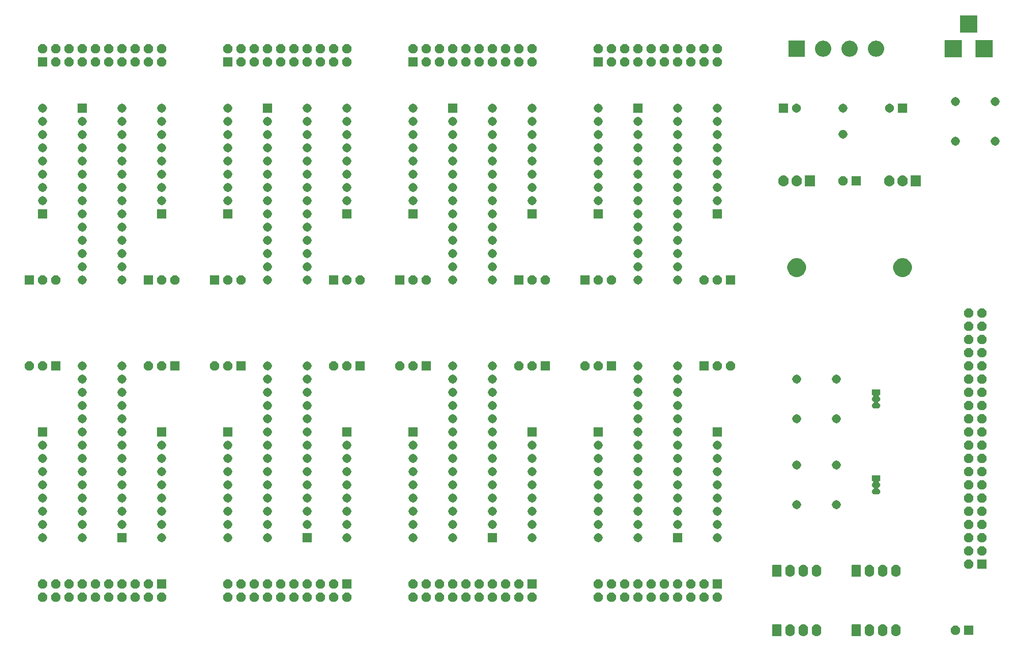
<source format=gbr>
G04 #@! TF.GenerationSoftware,KiCad,Pcbnew,(5.1.5)-3*
G04 #@! TF.CreationDate,2020-12-21T10:53:16+01:00*
G04 #@! TF.ProjectId,FGINT-V4-MASTER-128,4647494e-542d-4563-942d-4d4153544552,rev?*
G04 #@! TF.SameCoordinates,Original*
G04 #@! TF.FileFunction,Soldermask,Top*
G04 #@! TF.FilePolarity,Negative*
%FSLAX46Y46*%
G04 Gerber Fmt 4.6, Leading zero omitted, Abs format (unit mm)*
G04 Created by KiCad (PCBNEW (5.1.5)-3) date 2020-12-21 10:53:16*
%MOMM*%
%LPD*%
G04 APERTURE LIST*
%ADD10C,0.100000*%
G04 APERTURE END LIST*
D10*
G36*
X209730547Y-153802326D02*
G01*
X209904156Y-153854990D01*
X209904158Y-153854991D01*
X210064155Y-153940511D01*
X210204397Y-154055603D01*
X210274926Y-154141544D01*
X210319489Y-154195844D01*
X210405010Y-154355843D01*
X210457674Y-154529452D01*
X210471000Y-154664756D01*
X210471000Y-155215243D01*
X210457674Y-155350548D01*
X210405010Y-155524157D01*
X210319489Y-155684156D01*
X210283729Y-155727729D01*
X210204397Y-155824397D01*
X210107729Y-155903729D01*
X210064156Y-155939489D01*
X209904157Y-156025010D01*
X209730548Y-156077674D01*
X209550000Y-156095456D01*
X209369453Y-156077674D01*
X209195844Y-156025010D01*
X209035845Y-155939489D01*
X208992272Y-155903729D01*
X208895604Y-155824397D01*
X208780513Y-155684157D01*
X208780512Y-155684155D01*
X208694990Y-155524157D01*
X208642326Y-155350548D01*
X208629000Y-155215244D01*
X208629000Y-154664757D01*
X208642326Y-154529453D01*
X208694990Y-154355844D01*
X208780511Y-154195845D01*
X208780512Y-154195844D01*
X208895603Y-154055603D01*
X209021388Y-153952375D01*
X209035844Y-153940511D01*
X209195843Y-153854990D01*
X209369452Y-153802326D01*
X209550000Y-153784544D01*
X209730547Y-153802326D01*
G37*
G36*
X207190547Y-153802326D02*
G01*
X207364156Y-153854990D01*
X207364158Y-153854991D01*
X207524155Y-153940511D01*
X207664397Y-154055603D01*
X207734926Y-154141544D01*
X207779489Y-154195844D01*
X207865010Y-154355843D01*
X207917674Y-154529452D01*
X207931000Y-154664756D01*
X207931000Y-155215243D01*
X207917674Y-155350548D01*
X207865010Y-155524157D01*
X207779489Y-155684156D01*
X207743729Y-155727729D01*
X207664397Y-155824397D01*
X207567729Y-155903729D01*
X207524156Y-155939489D01*
X207364157Y-156025010D01*
X207190548Y-156077674D01*
X207010000Y-156095456D01*
X206829453Y-156077674D01*
X206655844Y-156025010D01*
X206495845Y-155939489D01*
X206452272Y-155903729D01*
X206355604Y-155824397D01*
X206240513Y-155684157D01*
X206240512Y-155684155D01*
X206154990Y-155524157D01*
X206102326Y-155350548D01*
X206089000Y-155215244D01*
X206089000Y-154664757D01*
X206102326Y-154529453D01*
X206154990Y-154355844D01*
X206240511Y-154195845D01*
X206240512Y-154195844D01*
X206355603Y-154055603D01*
X206481388Y-153952375D01*
X206495844Y-153940511D01*
X206655843Y-153854990D01*
X206829452Y-153802326D01*
X207010000Y-153784544D01*
X207190547Y-153802326D01*
G37*
G36*
X204650547Y-153802326D02*
G01*
X204824156Y-153854990D01*
X204824158Y-153854991D01*
X204984155Y-153940511D01*
X205124397Y-154055603D01*
X205194926Y-154141544D01*
X205239489Y-154195844D01*
X205325010Y-154355843D01*
X205377674Y-154529452D01*
X205391000Y-154664756D01*
X205391000Y-155215243D01*
X205377674Y-155350548D01*
X205325010Y-155524157D01*
X205239489Y-155684156D01*
X205203729Y-155727729D01*
X205124397Y-155824397D01*
X205027729Y-155903729D01*
X204984156Y-155939489D01*
X204824157Y-156025010D01*
X204650548Y-156077674D01*
X204470000Y-156095456D01*
X204289453Y-156077674D01*
X204115844Y-156025010D01*
X203955845Y-155939489D01*
X203912272Y-155903729D01*
X203815604Y-155824397D01*
X203700513Y-155684157D01*
X203700512Y-155684155D01*
X203614990Y-155524157D01*
X203562326Y-155350548D01*
X203549000Y-155215244D01*
X203549000Y-154664757D01*
X203562326Y-154529453D01*
X203614990Y-154355844D01*
X203700511Y-154195845D01*
X203700512Y-154195844D01*
X203815603Y-154055603D01*
X203941388Y-153952375D01*
X203955844Y-153940511D01*
X204115843Y-153854990D01*
X204289452Y-153802326D01*
X204470000Y-153784544D01*
X204650547Y-153802326D01*
G37*
G36*
X224970547Y-153802326D02*
G01*
X225144156Y-153854990D01*
X225144158Y-153854991D01*
X225304155Y-153940511D01*
X225444397Y-154055603D01*
X225514926Y-154141544D01*
X225559489Y-154195844D01*
X225645010Y-154355843D01*
X225697674Y-154529452D01*
X225711000Y-154664756D01*
X225711000Y-155215243D01*
X225697674Y-155350548D01*
X225645010Y-155524157D01*
X225559489Y-155684156D01*
X225523729Y-155727729D01*
X225444397Y-155824397D01*
X225347729Y-155903729D01*
X225304156Y-155939489D01*
X225144157Y-156025010D01*
X224970548Y-156077674D01*
X224790000Y-156095456D01*
X224609453Y-156077674D01*
X224435844Y-156025010D01*
X224275845Y-155939489D01*
X224232272Y-155903729D01*
X224135604Y-155824397D01*
X224020513Y-155684157D01*
X224020512Y-155684155D01*
X223934990Y-155524157D01*
X223882326Y-155350548D01*
X223869000Y-155215244D01*
X223869000Y-154664757D01*
X223882326Y-154529453D01*
X223934990Y-154355844D01*
X224020511Y-154195845D01*
X224020512Y-154195844D01*
X224135603Y-154055603D01*
X224261388Y-153952375D01*
X224275844Y-153940511D01*
X224435843Y-153854990D01*
X224609452Y-153802326D01*
X224790000Y-153784544D01*
X224970547Y-153802326D01*
G37*
G36*
X222430547Y-153802326D02*
G01*
X222604156Y-153854990D01*
X222604158Y-153854991D01*
X222764155Y-153940511D01*
X222904397Y-154055603D01*
X222974926Y-154141544D01*
X223019489Y-154195844D01*
X223105010Y-154355843D01*
X223157674Y-154529452D01*
X223171000Y-154664756D01*
X223171000Y-155215243D01*
X223157674Y-155350548D01*
X223105010Y-155524157D01*
X223019489Y-155684156D01*
X222983729Y-155727729D01*
X222904397Y-155824397D01*
X222807729Y-155903729D01*
X222764156Y-155939489D01*
X222604157Y-156025010D01*
X222430548Y-156077674D01*
X222250000Y-156095456D01*
X222069453Y-156077674D01*
X221895844Y-156025010D01*
X221735845Y-155939489D01*
X221692272Y-155903729D01*
X221595604Y-155824397D01*
X221480513Y-155684157D01*
X221480512Y-155684155D01*
X221394990Y-155524157D01*
X221342326Y-155350548D01*
X221329000Y-155215244D01*
X221329000Y-154664757D01*
X221342326Y-154529453D01*
X221394990Y-154355844D01*
X221480511Y-154195845D01*
X221480512Y-154195844D01*
X221595603Y-154055603D01*
X221721388Y-153952375D01*
X221735844Y-153940511D01*
X221895843Y-153854990D01*
X222069452Y-153802326D01*
X222250000Y-153784544D01*
X222430547Y-153802326D01*
G37*
G36*
X219890547Y-153802326D02*
G01*
X220064156Y-153854990D01*
X220064158Y-153854991D01*
X220224155Y-153940511D01*
X220364397Y-154055603D01*
X220434926Y-154141544D01*
X220479489Y-154195844D01*
X220565010Y-154355843D01*
X220617674Y-154529452D01*
X220631000Y-154664756D01*
X220631000Y-155215243D01*
X220617674Y-155350548D01*
X220565010Y-155524157D01*
X220479489Y-155684156D01*
X220443729Y-155727729D01*
X220364397Y-155824397D01*
X220267729Y-155903729D01*
X220224156Y-155939489D01*
X220064157Y-156025010D01*
X219890548Y-156077674D01*
X219710000Y-156095456D01*
X219529453Y-156077674D01*
X219355844Y-156025010D01*
X219195845Y-155939489D01*
X219152272Y-155903729D01*
X219055604Y-155824397D01*
X218940513Y-155684157D01*
X218940512Y-155684155D01*
X218854990Y-155524157D01*
X218802326Y-155350548D01*
X218789000Y-155215244D01*
X218789000Y-154664757D01*
X218802326Y-154529453D01*
X218854990Y-154355844D01*
X218940511Y-154195845D01*
X218940512Y-154195844D01*
X219055603Y-154055603D01*
X219181388Y-153952375D01*
X219195844Y-153940511D01*
X219355843Y-153854990D01*
X219529452Y-153802326D01*
X219710000Y-153784544D01*
X219890547Y-153802326D01*
G37*
G36*
X202709561Y-153792966D02*
G01*
X202742383Y-153802923D01*
X202772632Y-153819092D01*
X202799148Y-153840852D01*
X202820908Y-153867368D01*
X202837077Y-153897617D01*
X202847034Y-153930439D01*
X202851000Y-153970713D01*
X202851000Y-155909287D01*
X202847034Y-155949561D01*
X202837077Y-155982383D01*
X202820908Y-156012632D01*
X202799148Y-156039148D01*
X202772632Y-156060908D01*
X202742383Y-156077077D01*
X202709561Y-156087034D01*
X202669287Y-156091000D01*
X201190713Y-156091000D01*
X201150439Y-156087034D01*
X201117617Y-156077077D01*
X201087368Y-156060908D01*
X201060852Y-156039148D01*
X201039092Y-156012632D01*
X201022923Y-155982383D01*
X201012966Y-155949561D01*
X201009000Y-155909287D01*
X201009000Y-153970713D01*
X201012966Y-153930439D01*
X201022923Y-153897617D01*
X201039092Y-153867368D01*
X201060852Y-153840852D01*
X201087368Y-153819092D01*
X201117617Y-153802923D01*
X201150439Y-153792966D01*
X201190713Y-153789000D01*
X202669287Y-153789000D01*
X202709561Y-153792966D01*
G37*
G36*
X217949561Y-153792966D02*
G01*
X217982383Y-153802923D01*
X218012632Y-153819092D01*
X218039148Y-153840852D01*
X218060908Y-153867368D01*
X218077077Y-153897617D01*
X218087034Y-153930439D01*
X218091000Y-153970713D01*
X218091000Y-155909287D01*
X218087034Y-155949561D01*
X218077077Y-155982383D01*
X218060908Y-156012632D01*
X218039148Y-156039148D01*
X218012632Y-156060908D01*
X217982383Y-156077077D01*
X217949561Y-156087034D01*
X217909287Y-156091000D01*
X216430713Y-156091000D01*
X216390439Y-156087034D01*
X216357617Y-156077077D01*
X216327368Y-156060908D01*
X216300852Y-156039148D01*
X216279092Y-156012632D01*
X216262923Y-155982383D01*
X216252966Y-155949561D01*
X216249000Y-155909287D01*
X216249000Y-153970713D01*
X216252966Y-153930439D01*
X216262923Y-153897617D01*
X216279092Y-153867368D01*
X216300852Y-153840852D01*
X216327368Y-153819092D01*
X216357617Y-153802923D01*
X216390439Y-153792966D01*
X216430713Y-153789000D01*
X217909287Y-153789000D01*
X217949561Y-153792966D01*
G37*
G36*
X239661000Y-155841000D02*
G01*
X237859000Y-155841000D01*
X237859000Y-154039000D01*
X239661000Y-154039000D01*
X239661000Y-155841000D01*
G37*
G36*
X236333512Y-154043927D02*
G01*
X236482812Y-154073624D01*
X236646784Y-154141544D01*
X236794354Y-154240147D01*
X236919853Y-154365646D01*
X237018456Y-154513216D01*
X237086376Y-154677188D01*
X237121000Y-154851259D01*
X237121000Y-155028741D01*
X237086376Y-155202812D01*
X237018456Y-155366784D01*
X236919853Y-155514354D01*
X236794354Y-155639853D01*
X236646784Y-155738456D01*
X236482812Y-155806376D01*
X236333512Y-155836073D01*
X236308742Y-155841000D01*
X236131258Y-155841000D01*
X236106488Y-155836073D01*
X235957188Y-155806376D01*
X235793216Y-155738456D01*
X235645646Y-155639853D01*
X235520147Y-155514354D01*
X235421544Y-155366784D01*
X235353624Y-155202812D01*
X235319000Y-155028741D01*
X235319000Y-154851259D01*
X235353624Y-154677188D01*
X235421544Y-154513216D01*
X235520147Y-154365646D01*
X235645646Y-154240147D01*
X235793216Y-154141544D01*
X235957188Y-154073624D01*
X236106488Y-154043927D01*
X236131258Y-154039000D01*
X236308742Y-154039000D01*
X236333512Y-154043927D01*
G37*
G36*
X170446778Y-147710547D02*
G01*
X170613224Y-147779491D01*
X170763022Y-147879583D01*
X170890417Y-148006978D01*
X170990509Y-148156776D01*
X171059453Y-148323222D01*
X171094600Y-148499918D01*
X171094600Y-148680082D01*
X171059453Y-148856778D01*
X170990509Y-149023224D01*
X170890417Y-149173022D01*
X170763022Y-149300417D01*
X170613224Y-149400509D01*
X170446778Y-149469453D01*
X170270082Y-149504600D01*
X170089918Y-149504600D01*
X169913222Y-149469453D01*
X169746776Y-149400509D01*
X169596978Y-149300417D01*
X169469583Y-149173022D01*
X169369491Y-149023224D01*
X169300547Y-148856778D01*
X169265400Y-148680082D01*
X169265400Y-148499918D01*
X169300547Y-148323222D01*
X169369491Y-148156776D01*
X169469583Y-148006978D01*
X169596978Y-147879583D01*
X169746776Y-147779491D01*
X169913222Y-147710547D01*
X170089918Y-147675400D01*
X170270082Y-147675400D01*
X170446778Y-147710547D01*
G37*
G36*
X183146778Y-147710547D02*
G01*
X183313224Y-147779491D01*
X183463022Y-147879583D01*
X183590417Y-148006978D01*
X183690509Y-148156776D01*
X183759453Y-148323222D01*
X183794600Y-148499918D01*
X183794600Y-148680082D01*
X183759453Y-148856778D01*
X183690509Y-149023224D01*
X183590417Y-149173022D01*
X183463022Y-149300417D01*
X183313224Y-149400509D01*
X183146778Y-149469453D01*
X182970082Y-149504600D01*
X182789918Y-149504600D01*
X182613222Y-149469453D01*
X182446776Y-149400509D01*
X182296978Y-149300417D01*
X182169583Y-149173022D01*
X182069491Y-149023224D01*
X182000547Y-148856778D01*
X181965400Y-148680082D01*
X181965400Y-148499918D01*
X182000547Y-148323222D01*
X182069491Y-148156776D01*
X182169583Y-148006978D01*
X182296978Y-147879583D01*
X182446776Y-147779491D01*
X182613222Y-147710547D01*
X182789918Y-147675400D01*
X182970082Y-147675400D01*
X183146778Y-147710547D01*
G37*
G36*
X167906778Y-147710547D02*
G01*
X168073224Y-147779491D01*
X168223022Y-147879583D01*
X168350417Y-148006978D01*
X168450509Y-148156776D01*
X168519453Y-148323222D01*
X168554600Y-148499918D01*
X168554600Y-148680082D01*
X168519453Y-148856778D01*
X168450509Y-149023224D01*
X168350417Y-149173022D01*
X168223022Y-149300417D01*
X168073224Y-149400509D01*
X167906778Y-149469453D01*
X167730082Y-149504600D01*
X167549918Y-149504600D01*
X167373222Y-149469453D01*
X167206776Y-149400509D01*
X167056978Y-149300417D01*
X166929583Y-149173022D01*
X166829491Y-149023224D01*
X166760547Y-148856778D01*
X166725400Y-148680082D01*
X166725400Y-148499918D01*
X166760547Y-148323222D01*
X166829491Y-148156776D01*
X166929583Y-148006978D01*
X167056978Y-147879583D01*
X167206776Y-147779491D01*
X167373222Y-147710547D01*
X167549918Y-147675400D01*
X167730082Y-147675400D01*
X167906778Y-147710547D01*
G37*
G36*
X190766778Y-147710547D02*
G01*
X190933224Y-147779491D01*
X191083022Y-147879583D01*
X191210417Y-148006978D01*
X191310509Y-148156776D01*
X191379453Y-148323222D01*
X191414600Y-148499918D01*
X191414600Y-148680082D01*
X191379453Y-148856778D01*
X191310509Y-149023224D01*
X191210417Y-149173022D01*
X191083022Y-149300417D01*
X190933224Y-149400509D01*
X190766778Y-149469453D01*
X190590082Y-149504600D01*
X190409918Y-149504600D01*
X190233222Y-149469453D01*
X190066776Y-149400509D01*
X189916978Y-149300417D01*
X189789583Y-149173022D01*
X189689491Y-149023224D01*
X189620547Y-148856778D01*
X189585400Y-148680082D01*
X189585400Y-148499918D01*
X189620547Y-148323222D01*
X189689491Y-148156776D01*
X189789583Y-148006978D01*
X189916978Y-147879583D01*
X190066776Y-147779491D01*
X190233222Y-147710547D01*
X190409918Y-147675400D01*
X190590082Y-147675400D01*
X190766778Y-147710547D01*
G37*
G36*
X188226778Y-147710547D02*
G01*
X188393224Y-147779491D01*
X188543022Y-147879583D01*
X188670417Y-148006978D01*
X188770509Y-148156776D01*
X188839453Y-148323222D01*
X188874600Y-148499918D01*
X188874600Y-148680082D01*
X188839453Y-148856778D01*
X188770509Y-149023224D01*
X188670417Y-149173022D01*
X188543022Y-149300417D01*
X188393224Y-149400509D01*
X188226778Y-149469453D01*
X188050082Y-149504600D01*
X187869918Y-149504600D01*
X187693222Y-149469453D01*
X187526776Y-149400509D01*
X187376978Y-149300417D01*
X187249583Y-149173022D01*
X187149491Y-149023224D01*
X187080547Y-148856778D01*
X187045400Y-148680082D01*
X187045400Y-148499918D01*
X187080547Y-148323222D01*
X187149491Y-148156776D01*
X187249583Y-148006978D01*
X187376978Y-147879583D01*
X187526776Y-147779491D01*
X187693222Y-147710547D01*
X187869918Y-147675400D01*
X188050082Y-147675400D01*
X188226778Y-147710547D01*
G37*
G36*
X185686778Y-147710547D02*
G01*
X185853224Y-147779491D01*
X186003022Y-147879583D01*
X186130417Y-148006978D01*
X186230509Y-148156776D01*
X186299453Y-148323222D01*
X186334600Y-148499918D01*
X186334600Y-148680082D01*
X186299453Y-148856778D01*
X186230509Y-149023224D01*
X186130417Y-149173022D01*
X186003022Y-149300417D01*
X185853224Y-149400509D01*
X185686778Y-149469453D01*
X185510082Y-149504600D01*
X185329918Y-149504600D01*
X185153222Y-149469453D01*
X184986776Y-149400509D01*
X184836978Y-149300417D01*
X184709583Y-149173022D01*
X184609491Y-149023224D01*
X184540547Y-148856778D01*
X184505400Y-148680082D01*
X184505400Y-148499918D01*
X184540547Y-148323222D01*
X184609491Y-148156776D01*
X184709583Y-148006978D01*
X184836978Y-147879583D01*
X184986776Y-147779491D01*
X185153222Y-147710547D01*
X185329918Y-147675400D01*
X185510082Y-147675400D01*
X185686778Y-147710547D01*
G37*
G36*
X180606778Y-147710547D02*
G01*
X180773224Y-147779491D01*
X180923022Y-147879583D01*
X181050417Y-148006978D01*
X181150509Y-148156776D01*
X181219453Y-148323222D01*
X181254600Y-148499918D01*
X181254600Y-148680082D01*
X181219453Y-148856778D01*
X181150509Y-149023224D01*
X181050417Y-149173022D01*
X180923022Y-149300417D01*
X180773224Y-149400509D01*
X180606778Y-149469453D01*
X180430082Y-149504600D01*
X180249918Y-149504600D01*
X180073222Y-149469453D01*
X179906776Y-149400509D01*
X179756978Y-149300417D01*
X179629583Y-149173022D01*
X179529491Y-149023224D01*
X179460547Y-148856778D01*
X179425400Y-148680082D01*
X179425400Y-148499918D01*
X179460547Y-148323222D01*
X179529491Y-148156776D01*
X179629583Y-148006978D01*
X179756978Y-147879583D01*
X179906776Y-147779491D01*
X180073222Y-147710547D01*
X180249918Y-147675400D01*
X180430082Y-147675400D01*
X180606778Y-147710547D01*
G37*
G36*
X178066778Y-147710547D02*
G01*
X178233224Y-147779491D01*
X178383022Y-147879583D01*
X178510417Y-148006978D01*
X178610509Y-148156776D01*
X178679453Y-148323222D01*
X178714600Y-148499918D01*
X178714600Y-148680082D01*
X178679453Y-148856778D01*
X178610509Y-149023224D01*
X178510417Y-149173022D01*
X178383022Y-149300417D01*
X178233224Y-149400509D01*
X178066778Y-149469453D01*
X177890082Y-149504600D01*
X177709918Y-149504600D01*
X177533222Y-149469453D01*
X177366776Y-149400509D01*
X177216978Y-149300417D01*
X177089583Y-149173022D01*
X176989491Y-149023224D01*
X176920547Y-148856778D01*
X176885400Y-148680082D01*
X176885400Y-148499918D01*
X176920547Y-148323222D01*
X176989491Y-148156776D01*
X177089583Y-148006978D01*
X177216978Y-147879583D01*
X177366776Y-147779491D01*
X177533222Y-147710547D01*
X177709918Y-147675400D01*
X177890082Y-147675400D01*
X178066778Y-147710547D01*
G37*
G36*
X84086778Y-147710547D02*
G01*
X84253224Y-147779491D01*
X84403022Y-147879583D01*
X84530417Y-148006978D01*
X84630509Y-148156776D01*
X84699453Y-148323222D01*
X84734600Y-148499918D01*
X84734600Y-148680082D01*
X84699453Y-148856778D01*
X84630509Y-149023224D01*
X84530417Y-149173022D01*
X84403022Y-149300417D01*
X84253224Y-149400509D01*
X84086778Y-149469453D01*
X83910082Y-149504600D01*
X83729918Y-149504600D01*
X83553222Y-149469453D01*
X83386776Y-149400509D01*
X83236978Y-149300417D01*
X83109583Y-149173022D01*
X83009491Y-149023224D01*
X82940547Y-148856778D01*
X82905400Y-148680082D01*
X82905400Y-148499918D01*
X82940547Y-148323222D01*
X83009491Y-148156776D01*
X83109583Y-148006978D01*
X83236978Y-147879583D01*
X83386776Y-147779491D01*
X83553222Y-147710547D01*
X83729918Y-147675400D01*
X83910082Y-147675400D01*
X84086778Y-147710547D01*
G37*
G36*
X152666778Y-147710547D02*
G01*
X152833224Y-147779491D01*
X152983022Y-147879583D01*
X153110417Y-148006978D01*
X153210509Y-148156776D01*
X153279453Y-148323222D01*
X153314600Y-148499918D01*
X153314600Y-148680082D01*
X153279453Y-148856778D01*
X153210509Y-149023224D01*
X153110417Y-149173022D01*
X152983022Y-149300417D01*
X152833224Y-149400509D01*
X152666778Y-149469453D01*
X152490082Y-149504600D01*
X152309918Y-149504600D01*
X152133222Y-149469453D01*
X151966776Y-149400509D01*
X151816978Y-149300417D01*
X151689583Y-149173022D01*
X151589491Y-149023224D01*
X151520547Y-148856778D01*
X151485400Y-148680082D01*
X151485400Y-148499918D01*
X151520547Y-148323222D01*
X151589491Y-148156776D01*
X151689583Y-148006978D01*
X151816978Y-147879583D01*
X151966776Y-147779491D01*
X152133222Y-147710547D01*
X152309918Y-147675400D01*
X152490082Y-147675400D01*
X152666778Y-147710547D01*
G37*
G36*
X150126778Y-147710547D02*
G01*
X150293224Y-147779491D01*
X150443022Y-147879583D01*
X150570417Y-148006978D01*
X150670509Y-148156776D01*
X150739453Y-148323222D01*
X150774600Y-148499918D01*
X150774600Y-148680082D01*
X150739453Y-148856778D01*
X150670509Y-149023224D01*
X150570417Y-149173022D01*
X150443022Y-149300417D01*
X150293224Y-149400509D01*
X150126778Y-149469453D01*
X149950082Y-149504600D01*
X149769918Y-149504600D01*
X149593222Y-149469453D01*
X149426776Y-149400509D01*
X149276978Y-149300417D01*
X149149583Y-149173022D01*
X149049491Y-149023224D01*
X148980547Y-148856778D01*
X148945400Y-148680082D01*
X148945400Y-148499918D01*
X148980547Y-148323222D01*
X149049491Y-148156776D01*
X149149583Y-148006978D01*
X149276978Y-147879583D01*
X149426776Y-147779491D01*
X149593222Y-147710547D01*
X149769918Y-147675400D01*
X149950082Y-147675400D01*
X150126778Y-147710547D01*
G37*
G36*
X147586778Y-147710547D02*
G01*
X147753224Y-147779491D01*
X147903022Y-147879583D01*
X148030417Y-148006978D01*
X148130509Y-148156776D01*
X148199453Y-148323222D01*
X148234600Y-148499918D01*
X148234600Y-148680082D01*
X148199453Y-148856778D01*
X148130509Y-149023224D01*
X148030417Y-149173022D01*
X147903022Y-149300417D01*
X147753224Y-149400509D01*
X147586778Y-149469453D01*
X147410082Y-149504600D01*
X147229918Y-149504600D01*
X147053222Y-149469453D01*
X146886776Y-149400509D01*
X146736978Y-149300417D01*
X146609583Y-149173022D01*
X146509491Y-149023224D01*
X146440547Y-148856778D01*
X146405400Y-148680082D01*
X146405400Y-148499918D01*
X146440547Y-148323222D01*
X146509491Y-148156776D01*
X146609583Y-148006978D01*
X146736978Y-147879583D01*
X146886776Y-147779491D01*
X147053222Y-147710547D01*
X147229918Y-147675400D01*
X147410082Y-147675400D01*
X147586778Y-147710547D01*
G37*
G36*
X145046778Y-147710547D02*
G01*
X145213224Y-147779491D01*
X145363022Y-147879583D01*
X145490417Y-148006978D01*
X145590509Y-148156776D01*
X145659453Y-148323222D01*
X145694600Y-148499918D01*
X145694600Y-148680082D01*
X145659453Y-148856778D01*
X145590509Y-149023224D01*
X145490417Y-149173022D01*
X145363022Y-149300417D01*
X145213224Y-149400509D01*
X145046778Y-149469453D01*
X144870082Y-149504600D01*
X144689918Y-149504600D01*
X144513222Y-149469453D01*
X144346776Y-149400509D01*
X144196978Y-149300417D01*
X144069583Y-149173022D01*
X143969491Y-149023224D01*
X143900547Y-148856778D01*
X143865400Y-148680082D01*
X143865400Y-148499918D01*
X143900547Y-148323222D01*
X143969491Y-148156776D01*
X144069583Y-148006978D01*
X144196978Y-147879583D01*
X144346776Y-147779491D01*
X144513222Y-147710547D01*
X144689918Y-147675400D01*
X144870082Y-147675400D01*
X145046778Y-147710547D01*
G37*
G36*
X142506778Y-147710547D02*
G01*
X142673224Y-147779491D01*
X142823022Y-147879583D01*
X142950417Y-148006978D01*
X143050509Y-148156776D01*
X143119453Y-148323222D01*
X143154600Y-148499918D01*
X143154600Y-148680082D01*
X143119453Y-148856778D01*
X143050509Y-149023224D01*
X142950417Y-149173022D01*
X142823022Y-149300417D01*
X142673224Y-149400509D01*
X142506778Y-149469453D01*
X142330082Y-149504600D01*
X142149918Y-149504600D01*
X141973222Y-149469453D01*
X141806776Y-149400509D01*
X141656978Y-149300417D01*
X141529583Y-149173022D01*
X141429491Y-149023224D01*
X141360547Y-148856778D01*
X141325400Y-148680082D01*
X141325400Y-148499918D01*
X141360547Y-148323222D01*
X141429491Y-148156776D01*
X141529583Y-148006978D01*
X141656978Y-147879583D01*
X141806776Y-147779491D01*
X141973222Y-147710547D01*
X142149918Y-147675400D01*
X142330082Y-147675400D01*
X142506778Y-147710547D01*
G37*
G36*
X139966778Y-147710547D02*
G01*
X140133224Y-147779491D01*
X140283022Y-147879583D01*
X140410417Y-148006978D01*
X140510509Y-148156776D01*
X140579453Y-148323222D01*
X140614600Y-148499918D01*
X140614600Y-148680082D01*
X140579453Y-148856778D01*
X140510509Y-149023224D01*
X140410417Y-149173022D01*
X140283022Y-149300417D01*
X140133224Y-149400509D01*
X139966778Y-149469453D01*
X139790082Y-149504600D01*
X139609918Y-149504600D01*
X139433222Y-149469453D01*
X139266776Y-149400509D01*
X139116978Y-149300417D01*
X138989583Y-149173022D01*
X138889491Y-149023224D01*
X138820547Y-148856778D01*
X138785400Y-148680082D01*
X138785400Y-148499918D01*
X138820547Y-148323222D01*
X138889491Y-148156776D01*
X138989583Y-148006978D01*
X139116978Y-147879583D01*
X139266776Y-147779491D01*
X139433222Y-147710547D01*
X139609918Y-147675400D01*
X139790082Y-147675400D01*
X139966778Y-147710547D01*
G37*
G36*
X137426778Y-147710547D02*
G01*
X137593224Y-147779491D01*
X137743022Y-147879583D01*
X137870417Y-148006978D01*
X137970509Y-148156776D01*
X138039453Y-148323222D01*
X138074600Y-148499918D01*
X138074600Y-148680082D01*
X138039453Y-148856778D01*
X137970509Y-149023224D01*
X137870417Y-149173022D01*
X137743022Y-149300417D01*
X137593224Y-149400509D01*
X137426778Y-149469453D01*
X137250082Y-149504600D01*
X137069918Y-149504600D01*
X136893222Y-149469453D01*
X136726776Y-149400509D01*
X136576978Y-149300417D01*
X136449583Y-149173022D01*
X136349491Y-149023224D01*
X136280547Y-148856778D01*
X136245400Y-148680082D01*
X136245400Y-148499918D01*
X136280547Y-148323222D01*
X136349491Y-148156776D01*
X136449583Y-148006978D01*
X136576978Y-147879583D01*
X136726776Y-147779491D01*
X136893222Y-147710547D01*
X137069918Y-147675400D01*
X137250082Y-147675400D01*
X137426778Y-147710547D01*
G37*
G36*
X134886778Y-147710547D02*
G01*
X135053224Y-147779491D01*
X135203022Y-147879583D01*
X135330417Y-148006978D01*
X135430509Y-148156776D01*
X135499453Y-148323222D01*
X135534600Y-148499918D01*
X135534600Y-148680082D01*
X135499453Y-148856778D01*
X135430509Y-149023224D01*
X135330417Y-149173022D01*
X135203022Y-149300417D01*
X135053224Y-149400509D01*
X134886778Y-149469453D01*
X134710082Y-149504600D01*
X134529918Y-149504600D01*
X134353222Y-149469453D01*
X134186776Y-149400509D01*
X134036978Y-149300417D01*
X133909583Y-149173022D01*
X133809491Y-149023224D01*
X133740547Y-148856778D01*
X133705400Y-148680082D01*
X133705400Y-148499918D01*
X133740547Y-148323222D01*
X133809491Y-148156776D01*
X133909583Y-148006978D01*
X134036978Y-147879583D01*
X134186776Y-147779491D01*
X134353222Y-147710547D01*
X134529918Y-147675400D01*
X134710082Y-147675400D01*
X134886778Y-147710547D01*
G37*
G36*
X132346778Y-147710547D02*
G01*
X132513224Y-147779491D01*
X132663022Y-147879583D01*
X132790417Y-148006978D01*
X132890509Y-148156776D01*
X132959453Y-148323222D01*
X132994600Y-148499918D01*
X132994600Y-148680082D01*
X132959453Y-148856778D01*
X132890509Y-149023224D01*
X132790417Y-149173022D01*
X132663022Y-149300417D01*
X132513224Y-149400509D01*
X132346778Y-149469453D01*
X132170082Y-149504600D01*
X131989918Y-149504600D01*
X131813222Y-149469453D01*
X131646776Y-149400509D01*
X131496978Y-149300417D01*
X131369583Y-149173022D01*
X131269491Y-149023224D01*
X131200547Y-148856778D01*
X131165400Y-148680082D01*
X131165400Y-148499918D01*
X131200547Y-148323222D01*
X131269491Y-148156776D01*
X131369583Y-148006978D01*
X131496978Y-147879583D01*
X131646776Y-147779491D01*
X131813222Y-147710547D01*
X131989918Y-147675400D01*
X132170082Y-147675400D01*
X132346778Y-147710547D01*
G37*
G36*
X119646778Y-147710547D02*
G01*
X119813224Y-147779491D01*
X119963022Y-147879583D01*
X120090417Y-148006978D01*
X120190509Y-148156776D01*
X120259453Y-148323222D01*
X120294600Y-148499918D01*
X120294600Y-148680082D01*
X120259453Y-148856778D01*
X120190509Y-149023224D01*
X120090417Y-149173022D01*
X119963022Y-149300417D01*
X119813224Y-149400509D01*
X119646778Y-149469453D01*
X119470082Y-149504600D01*
X119289918Y-149504600D01*
X119113222Y-149469453D01*
X118946776Y-149400509D01*
X118796978Y-149300417D01*
X118669583Y-149173022D01*
X118569491Y-149023224D01*
X118500547Y-148856778D01*
X118465400Y-148680082D01*
X118465400Y-148499918D01*
X118500547Y-148323222D01*
X118569491Y-148156776D01*
X118669583Y-148006978D01*
X118796978Y-147879583D01*
X118946776Y-147779491D01*
X119113222Y-147710547D01*
X119289918Y-147675400D01*
X119470082Y-147675400D01*
X119646778Y-147710547D01*
G37*
G36*
X117106778Y-147710547D02*
G01*
X117273224Y-147779491D01*
X117423022Y-147879583D01*
X117550417Y-148006978D01*
X117650509Y-148156776D01*
X117719453Y-148323222D01*
X117754600Y-148499918D01*
X117754600Y-148680082D01*
X117719453Y-148856778D01*
X117650509Y-149023224D01*
X117550417Y-149173022D01*
X117423022Y-149300417D01*
X117273224Y-149400509D01*
X117106778Y-149469453D01*
X116930082Y-149504600D01*
X116749918Y-149504600D01*
X116573222Y-149469453D01*
X116406776Y-149400509D01*
X116256978Y-149300417D01*
X116129583Y-149173022D01*
X116029491Y-149023224D01*
X115960547Y-148856778D01*
X115925400Y-148680082D01*
X115925400Y-148499918D01*
X115960547Y-148323222D01*
X116029491Y-148156776D01*
X116129583Y-148006978D01*
X116256978Y-147879583D01*
X116406776Y-147779491D01*
X116573222Y-147710547D01*
X116749918Y-147675400D01*
X116930082Y-147675400D01*
X117106778Y-147710547D01*
G37*
G36*
X175526778Y-147710547D02*
G01*
X175693224Y-147779491D01*
X175843022Y-147879583D01*
X175970417Y-148006978D01*
X176070509Y-148156776D01*
X176139453Y-148323222D01*
X176174600Y-148499918D01*
X176174600Y-148680082D01*
X176139453Y-148856778D01*
X176070509Y-149023224D01*
X175970417Y-149173022D01*
X175843022Y-149300417D01*
X175693224Y-149400509D01*
X175526778Y-149469453D01*
X175350082Y-149504600D01*
X175169918Y-149504600D01*
X174993222Y-149469453D01*
X174826776Y-149400509D01*
X174676978Y-149300417D01*
X174549583Y-149173022D01*
X174449491Y-149023224D01*
X174380547Y-148856778D01*
X174345400Y-148680082D01*
X174345400Y-148499918D01*
X174380547Y-148323222D01*
X174449491Y-148156776D01*
X174549583Y-148006978D01*
X174676978Y-147879583D01*
X174826776Y-147779491D01*
X174993222Y-147710547D01*
X175169918Y-147675400D01*
X175350082Y-147675400D01*
X175526778Y-147710547D01*
G37*
G36*
X73926778Y-147710547D02*
G01*
X74093224Y-147779491D01*
X74243022Y-147879583D01*
X74370417Y-148006978D01*
X74470509Y-148156776D01*
X74539453Y-148323222D01*
X74574600Y-148499918D01*
X74574600Y-148680082D01*
X74539453Y-148856778D01*
X74470509Y-149023224D01*
X74370417Y-149173022D01*
X74243022Y-149300417D01*
X74093224Y-149400509D01*
X73926778Y-149469453D01*
X73750082Y-149504600D01*
X73569918Y-149504600D01*
X73393222Y-149469453D01*
X73226776Y-149400509D01*
X73076978Y-149300417D01*
X72949583Y-149173022D01*
X72849491Y-149023224D01*
X72780547Y-148856778D01*
X72745400Y-148680082D01*
X72745400Y-148499918D01*
X72780547Y-148323222D01*
X72849491Y-148156776D01*
X72949583Y-148006978D01*
X73076978Y-147879583D01*
X73226776Y-147779491D01*
X73393222Y-147710547D01*
X73569918Y-147675400D01*
X73750082Y-147675400D01*
X73926778Y-147710547D01*
G37*
G36*
X112026778Y-147710547D02*
G01*
X112193224Y-147779491D01*
X112343022Y-147879583D01*
X112470417Y-148006978D01*
X112570509Y-148156776D01*
X112639453Y-148323222D01*
X112674600Y-148499918D01*
X112674600Y-148680082D01*
X112639453Y-148856778D01*
X112570509Y-149023224D01*
X112470417Y-149173022D01*
X112343022Y-149300417D01*
X112193224Y-149400509D01*
X112026778Y-149469453D01*
X111850082Y-149504600D01*
X111669918Y-149504600D01*
X111493222Y-149469453D01*
X111326776Y-149400509D01*
X111176978Y-149300417D01*
X111049583Y-149173022D01*
X110949491Y-149023224D01*
X110880547Y-148856778D01*
X110845400Y-148680082D01*
X110845400Y-148499918D01*
X110880547Y-148323222D01*
X110949491Y-148156776D01*
X111049583Y-148006978D01*
X111176978Y-147879583D01*
X111326776Y-147779491D01*
X111493222Y-147710547D01*
X111669918Y-147675400D01*
X111850082Y-147675400D01*
X112026778Y-147710547D01*
G37*
G36*
X109486778Y-147710547D02*
G01*
X109653224Y-147779491D01*
X109803022Y-147879583D01*
X109930417Y-148006978D01*
X110030509Y-148156776D01*
X110099453Y-148323222D01*
X110134600Y-148499918D01*
X110134600Y-148680082D01*
X110099453Y-148856778D01*
X110030509Y-149023224D01*
X109930417Y-149173022D01*
X109803022Y-149300417D01*
X109653224Y-149400509D01*
X109486778Y-149469453D01*
X109310082Y-149504600D01*
X109129918Y-149504600D01*
X108953222Y-149469453D01*
X108786776Y-149400509D01*
X108636978Y-149300417D01*
X108509583Y-149173022D01*
X108409491Y-149023224D01*
X108340547Y-148856778D01*
X108305400Y-148680082D01*
X108305400Y-148499918D01*
X108340547Y-148323222D01*
X108409491Y-148156776D01*
X108509583Y-148006978D01*
X108636978Y-147879583D01*
X108786776Y-147779491D01*
X108953222Y-147710547D01*
X109129918Y-147675400D01*
X109310082Y-147675400D01*
X109486778Y-147710547D01*
G37*
G36*
X106946778Y-147710547D02*
G01*
X107113224Y-147779491D01*
X107263022Y-147879583D01*
X107390417Y-148006978D01*
X107490509Y-148156776D01*
X107559453Y-148323222D01*
X107594600Y-148499918D01*
X107594600Y-148680082D01*
X107559453Y-148856778D01*
X107490509Y-149023224D01*
X107390417Y-149173022D01*
X107263022Y-149300417D01*
X107113224Y-149400509D01*
X106946778Y-149469453D01*
X106770082Y-149504600D01*
X106589918Y-149504600D01*
X106413222Y-149469453D01*
X106246776Y-149400509D01*
X106096978Y-149300417D01*
X105969583Y-149173022D01*
X105869491Y-149023224D01*
X105800547Y-148856778D01*
X105765400Y-148680082D01*
X105765400Y-148499918D01*
X105800547Y-148323222D01*
X105869491Y-148156776D01*
X105969583Y-148006978D01*
X106096978Y-147879583D01*
X106246776Y-147779491D01*
X106413222Y-147710547D01*
X106589918Y-147675400D01*
X106770082Y-147675400D01*
X106946778Y-147710547D01*
G37*
G36*
X104406778Y-147710547D02*
G01*
X104573224Y-147779491D01*
X104723022Y-147879583D01*
X104850417Y-148006978D01*
X104950509Y-148156776D01*
X105019453Y-148323222D01*
X105054600Y-148499918D01*
X105054600Y-148680082D01*
X105019453Y-148856778D01*
X104950509Y-149023224D01*
X104850417Y-149173022D01*
X104723022Y-149300417D01*
X104573224Y-149400509D01*
X104406778Y-149469453D01*
X104230082Y-149504600D01*
X104049918Y-149504600D01*
X103873222Y-149469453D01*
X103706776Y-149400509D01*
X103556978Y-149300417D01*
X103429583Y-149173022D01*
X103329491Y-149023224D01*
X103260547Y-148856778D01*
X103225400Y-148680082D01*
X103225400Y-148499918D01*
X103260547Y-148323222D01*
X103329491Y-148156776D01*
X103429583Y-148006978D01*
X103556978Y-147879583D01*
X103706776Y-147779491D01*
X103873222Y-147710547D01*
X104049918Y-147675400D01*
X104230082Y-147675400D01*
X104406778Y-147710547D01*
G37*
G36*
X101866778Y-147710547D02*
G01*
X102033224Y-147779491D01*
X102183022Y-147879583D01*
X102310417Y-148006978D01*
X102410509Y-148156776D01*
X102479453Y-148323222D01*
X102514600Y-148499918D01*
X102514600Y-148680082D01*
X102479453Y-148856778D01*
X102410509Y-149023224D01*
X102310417Y-149173022D01*
X102183022Y-149300417D01*
X102033224Y-149400509D01*
X101866778Y-149469453D01*
X101690082Y-149504600D01*
X101509918Y-149504600D01*
X101333222Y-149469453D01*
X101166776Y-149400509D01*
X101016978Y-149300417D01*
X100889583Y-149173022D01*
X100789491Y-149023224D01*
X100720547Y-148856778D01*
X100685400Y-148680082D01*
X100685400Y-148499918D01*
X100720547Y-148323222D01*
X100789491Y-148156776D01*
X100889583Y-148006978D01*
X101016978Y-147879583D01*
X101166776Y-147779491D01*
X101333222Y-147710547D01*
X101509918Y-147675400D01*
X101690082Y-147675400D01*
X101866778Y-147710547D01*
G37*
G36*
X99326778Y-147710547D02*
G01*
X99493224Y-147779491D01*
X99643022Y-147879583D01*
X99770417Y-148006978D01*
X99870509Y-148156776D01*
X99939453Y-148323222D01*
X99974600Y-148499918D01*
X99974600Y-148680082D01*
X99939453Y-148856778D01*
X99870509Y-149023224D01*
X99770417Y-149173022D01*
X99643022Y-149300417D01*
X99493224Y-149400509D01*
X99326778Y-149469453D01*
X99150082Y-149504600D01*
X98969918Y-149504600D01*
X98793222Y-149469453D01*
X98626776Y-149400509D01*
X98476978Y-149300417D01*
X98349583Y-149173022D01*
X98249491Y-149023224D01*
X98180547Y-148856778D01*
X98145400Y-148680082D01*
X98145400Y-148499918D01*
X98180547Y-148323222D01*
X98249491Y-148156776D01*
X98349583Y-148006978D01*
X98476978Y-147879583D01*
X98626776Y-147779491D01*
X98793222Y-147710547D01*
X98969918Y-147675400D01*
X99150082Y-147675400D01*
X99326778Y-147710547D01*
G37*
G36*
X96786778Y-147710547D02*
G01*
X96953224Y-147779491D01*
X97103022Y-147879583D01*
X97230417Y-148006978D01*
X97330509Y-148156776D01*
X97399453Y-148323222D01*
X97434600Y-148499918D01*
X97434600Y-148680082D01*
X97399453Y-148856778D01*
X97330509Y-149023224D01*
X97230417Y-149173022D01*
X97103022Y-149300417D01*
X96953224Y-149400509D01*
X96786778Y-149469453D01*
X96610082Y-149504600D01*
X96429918Y-149504600D01*
X96253222Y-149469453D01*
X96086776Y-149400509D01*
X95936978Y-149300417D01*
X95809583Y-149173022D01*
X95709491Y-149023224D01*
X95640547Y-148856778D01*
X95605400Y-148680082D01*
X95605400Y-148499918D01*
X95640547Y-148323222D01*
X95709491Y-148156776D01*
X95809583Y-148006978D01*
X95936978Y-147879583D01*
X96086776Y-147779491D01*
X96253222Y-147710547D01*
X96429918Y-147675400D01*
X96610082Y-147675400D01*
X96786778Y-147710547D01*
G37*
G36*
X61226778Y-147710547D02*
G01*
X61393224Y-147779491D01*
X61543022Y-147879583D01*
X61670417Y-148006978D01*
X61770509Y-148156776D01*
X61839453Y-148323222D01*
X61874600Y-148499918D01*
X61874600Y-148680082D01*
X61839453Y-148856778D01*
X61770509Y-149023224D01*
X61670417Y-149173022D01*
X61543022Y-149300417D01*
X61393224Y-149400509D01*
X61226778Y-149469453D01*
X61050082Y-149504600D01*
X60869918Y-149504600D01*
X60693222Y-149469453D01*
X60526776Y-149400509D01*
X60376978Y-149300417D01*
X60249583Y-149173022D01*
X60149491Y-149023224D01*
X60080547Y-148856778D01*
X60045400Y-148680082D01*
X60045400Y-148499918D01*
X60080547Y-148323222D01*
X60149491Y-148156776D01*
X60249583Y-148006978D01*
X60376978Y-147879583D01*
X60526776Y-147779491D01*
X60693222Y-147710547D01*
X60869918Y-147675400D01*
X61050082Y-147675400D01*
X61226778Y-147710547D01*
G37*
G36*
X63766778Y-147710547D02*
G01*
X63933224Y-147779491D01*
X64083022Y-147879583D01*
X64210417Y-148006978D01*
X64310509Y-148156776D01*
X64379453Y-148323222D01*
X64414600Y-148499918D01*
X64414600Y-148680082D01*
X64379453Y-148856778D01*
X64310509Y-149023224D01*
X64210417Y-149173022D01*
X64083022Y-149300417D01*
X63933224Y-149400509D01*
X63766778Y-149469453D01*
X63590082Y-149504600D01*
X63409918Y-149504600D01*
X63233222Y-149469453D01*
X63066776Y-149400509D01*
X62916978Y-149300417D01*
X62789583Y-149173022D01*
X62689491Y-149023224D01*
X62620547Y-148856778D01*
X62585400Y-148680082D01*
X62585400Y-148499918D01*
X62620547Y-148323222D01*
X62689491Y-148156776D01*
X62789583Y-148006978D01*
X62916978Y-147879583D01*
X63066776Y-147779491D01*
X63233222Y-147710547D01*
X63409918Y-147675400D01*
X63590082Y-147675400D01*
X63766778Y-147710547D01*
G37*
G36*
X68846778Y-147710547D02*
G01*
X69013224Y-147779491D01*
X69163022Y-147879583D01*
X69290417Y-148006978D01*
X69390509Y-148156776D01*
X69459453Y-148323222D01*
X69494600Y-148499918D01*
X69494600Y-148680082D01*
X69459453Y-148856778D01*
X69390509Y-149023224D01*
X69290417Y-149173022D01*
X69163022Y-149300417D01*
X69013224Y-149400509D01*
X68846778Y-149469453D01*
X68670082Y-149504600D01*
X68489918Y-149504600D01*
X68313222Y-149469453D01*
X68146776Y-149400509D01*
X67996978Y-149300417D01*
X67869583Y-149173022D01*
X67769491Y-149023224D01*
X67700547Y-148856778D01*
X67665400Y-148680082D01*
X67665400Y-148499918D01*
X67700547Y-148323222D01*
X67769491Y-148156776D01*
X67869583Y-148006978D01*
X67996978Y-147879583D01*
X68146776Y-147779491D01*
X68313222Y-147710547D01*
X68489918Y-147675400D01*
X68670082Y-147675400D01*
X68846778Y-147710547D01*
G37*
G36*
X172986778Y-147710547D02*
G01*
X173153224Y-147779491D01*
X173303022Y-147879583D01*
X173430417Y-148006978D01*
X173530509Y-148156776D01*
X173599453Y-148323222D01*
X173634600Y-148499918D01*
X173634600Y-148680082D01*
X173599453Y-148856778D01*
X173530509Y-149023224D01*
X173430417Y-149173022D01*
X173303022Y-149300417D01*
X173153224Y-149400509D01*
X172986778Y-149469453D01*
X172810082Y-149504600D01*
X172629918Y-149504600D01*
X172453222Y-149469453D01*
X172286776Y-149400509D01*
X172136978Y-149300417D01*
X172009583Y-149173022D01*
X171909491Y-149023224D01*
X171840547Y-148856778D01*
X171805400Y-148680082D01*
X171805400Y-148499918D01*
X171840547Y-148323222D01*
X171909491Y-148156776D01*
X172009583Y-148006978D01*
X172136978Y-147879583D01*
X172286776Y-147779491D01*
X172453222Y-147710547D01*
X172629918Y-147675400D01*
X172810082Y-147675400D01*
X172986778Y-147710547D01*
G37*
G36*
X155206778Y-147710547D02*
G01*
X155373224Y-147779491D01*
X155523022Y-147879583D01*
X155650417Y-148006978D01*
X155750509Y-148156776D01*
X155819453Y-148323222D01*
X155854600Y-148499918D01*
X155854600Y-148680082D01*
X155819453Y-148856778D01*
X155750509Y-149023224D01*
X155650417Y-149173022D01*
X155523022Y-149300417D01*
X155373224Y-149400509D01*
X155206778Y-149469453D01*
X155030082Y-149504600D01*
X154849918Y-149504600D01*
X154673222Y-149469453D01*
X154506776Y-149400509D01*
X154356978Y-149300417D01*
X154229583Y-149173022D01*
X154129491Y-149023224D01*
X154060547Y-148856778D01*
X154025400Y-148680082D01*
X154025400Y-148499918D01*
X154060547Y-148323222D01*
X154129491Y-148156776D01*
X154229583Y-148006978D01*
X154356978Y-147879583D01*
X154506776Y-147779491D01*
X154673222Y-147710547D01*
X154849918Y-147675400D01*
X155030082Y-147675400D01*
X155206778Y-147710547D01*
G37*
G36*
X81546778Y-147710547D02*
G01*
X81713224Y-147779491D01*
X81863022Y-147879583D01*
X81990417Y-148006978D01*
X82090509Y-148156776D01*
X82159453Y-148323222D01*
X82194600Y-148499918D01*
X82194600Y-148680082D01*
X82159453Y-148856778D01*
X82090509Y-149023224D01*
X81990417Y-149173022D01*
X81863022Y-149300417D01*
X81713224Y-149400509D01*
X81546778Y-149469453D01*
X81370082Y-149504600D01*
X81189918Y-149504600D01*
X81013222Y-149469453D01*
X80846776Y-149400509D01*
X80696978Y-149300417D01*
X80569583Y-149173022D01*
X80469491Y-149023224D01*
X80400547Y-148856778D01*
X80365400Y-148680082D01*
X80365400Y-148499918D01*
X80400547Y-148323222D01*
X80469491Y-148156776D01*
X80569583Y-148006978D01*
X80696978Y-147879583D01*
X80846776Y-147779491D01*
X81013222Y-147710547D01*
X81189918Y-147675400D01*
X81370082Y-147675400D01*
X81546778Y-147710547D01*
G37*
G36*
X79006778Y-147710547D02*
G01*
X79173224Y-147779491D01*
X79323022Y-147879583D01*
X79450417Y-148006978D01*
X79550509Y-148156776D01*
X79619453Y-148323222D01*
X79654600Y-148499918D01*
X79654600Y-148680082D01*
X79619453Y-148856778D01*
X79550509Y-149023224D01*
X79450417Y-149173022D01*
X79323022Y-149300417D01*
X79173224Y-149400509D01*
X79006778Y-149469453D01*
X78830082Y-149504600D01*
X78649918Y-149504600D01*
X78473222Y-149469453D01*
X78306776Y-149400509D01*
X78156978Y-149300417D01*
X78029583Y-149173022D01*
X77929491Y-149023224D01*
X77860547Y-148856778D01*
X77825400Y-148680082D01*
X77825400Y-148499918D01*
X77860547Y-148323222D01*
X77929491Y-148156776D01*
X78029583Y-148006978D01*
X78156978Y-147879583D01*
X78306776Y-147779491D01*
X78473222Y-147710547D01*
X78649918Y-147675400D01*
X78830082Y-147675400D01*
X79006778Y-147710547D01*
G37*
G36*
X66306778Y-147710547D02*
G01*
X66473224Y-147779491D01*
X66623022Y-147879583D01*
X66750417Y-148006978D01*
X66850509Y-148156776D01*
X66919453Y-148323222D01*
X66954600Y-148499918D01*
X66954600Y-148680082D01*
X66919453Y-148856778D01*
X66850509Y-149023224D01*
X66750417Y-149173022D01*
X66623022Y-149300417D01*
X66473224Y-149400509D01*
X66306778Y-149469453D01*
X66130082Y-149504600D01*
X65949918Y-149504600D01*
X65773222Y-149469453D01*
X65606776Y-149400509D01*
X65456978Y-149300417D01*
X65329583Y-149173022D01*
X65229491Y-149023224D01*
X65160547Y-148856778D01*
X65125400Y-148680082D01*
X65125400Y-148499918D01*
X65160547Y-148323222D01*
X65229491Y-148156776D01*
X65329583Y-148006978D01*
X65456978Y-147879583D01*
X65606776Y-147779491D01*
X65773222Y-147710547D01*
X65949918Y-147675400D01*
X66130082Y-147675400D01*
X66306778Y-147710547D01*
G37*
G36*
X76466778Y-147710547D02*
G01*
X76633224Y-147779491D01*
X76783022Y-147879583D01*
X76910417Y-148006978D01*
X77010509Y-148156776D01*
X77079453Y-148323222D01*
X77114600Y-148499918D01*
X77114600Y-148680082D01*
X77079453Y-148856778D01*
X77010509Y-149023224D01*
X76910417Y-149173022D01*
X76783022Y-149300417D01*
X76633224Y-149400509D01*
X76466778Y-149469453D01*
X76290082Y-149504600D01*
X76109918Y-149504600D01*
X75933222Y-149469453D01*
X75766776Y-149400509D01*
X75616978Y-149300417D01*
X75489583Y-149173022D01*
X75389491Y-149023224D01*
X75320547Y-148856778D01*
X75285400Y-148680082D01*
X75285400Y-148499918D01*
X75320547Y-148323222D01*
X75389491Y-148156776D01*
X75489583Y-148006978D01*
X75616978Y-147879583D01*
X75766776Y-147779491D01*
X75933222Y-147710547D01*
X76109918Y-147675400D01*
X76290082Y-147675400D01*
X76466778Y-147710547D01*
G37*
G36*
X114566778Y-147710547D02*
G01*
X114733224Y-147779491D01*
X114883022Y-147879583D01*
X115010417Y-148006978D01*
X115110509Y-148156776D01*
X115179453Y-148323222D01*
X115214600Y-148499918D01*
X115214600Y-148680082D01*
X115179453Y-148856778D01*
X115110509Y-149023224D01*
X115010417Y-149173022D01*
X114883022Y-149300417D01*
X114733224Y-149400509D01*
X114566778Y-149469453D01*
X114390082Y-149504600D01*
X114209918Y-149504600D01*
X114033222Y-149469453D01*
X113866776Y-149400509D01*
X113716978Y-149300417D01*
X113589583Y-149173022D01*
X113489491Y-149023224D01*
X113420547Y-148856778D01*
X113385400Y-148680082D01*
X113385400Y-148499918D01*
X113420547Y-148323222D01*
X113489491Y-148156776D01*
X113589583Y-148006978D01*
X113716978Y-147879583D01*
X113866776Y-147779491D01*
X114033222Y-147710547D01*
X114209918Y-147675400D01*
X114390082Y-147675400D01*
X114566778Y-147710547D01*
G37*
G36*
X71386778Y-147710547D02*
G01*
X71553224Y-147779491D01*
X71703022Y-147879583D01*
X71830417Y-148006978D01*
X71930509Y-148156776D01*
X71999453Y-148323222D01*
X72034600Y-148499918D01*
X72034600Y-148680082D01*
X71999453Y-148856778D01*
X71930509Y-149023224D01*
X71830417Y-149173022D01*
X71703022Y-149300417D01*
X71553224Y-149400509D01*
X71386778Y-149469453D01*
X71210082Y-149504600D01*
X71029918Y-149504600D01*
X70853222Y-149469453D01*
X70686776Y-149400509D01*
X70536978Y-149300417D01*
X70409583Y-149173022D01*
X70309491Y-149023224D01*
X70240547Y-148856778D01*
X70205400Y-148680082D01*
X70205400Y-148499918D01*
X70240547Y-148323222D01*
X70309491Y-148156776D01*
X70409583Y-148006978D01*
X70536978Y-147879583D01*
X70686776Y-147779491D01*
X70853222Y-147710547D01*
X71029918Y-147675400D01*
X71210082Y-147675400D01*
X71386778Y-147710547D01*
G37*
G36*
X114566778Y-145170547D02*
G01*
X114733224Y-145239491D01*
X114883022Y-145339583D01*
X115010417Y-145466978D01*
X115110509Y-145616776D01*
X115179453Y-145783222D01*
X115214600Y-145959918D01*
X115214600Y-146140082D01*
X115179453Y-146316778D01*
X115110509Y-146483224D01*
X115010417Y-146633022D01*
X114883022Y-146760417D01*
X114733224Y-146860509D01*
X114566778Y-146929453D01*
X114390082Y-146964600D01*
X114209918Y-146964600D01*
X114033222Y-146929453D01*
X113866776Y-146860509D01*
X113716978Y-146760417D01*
X113589583Y-146633022D01*
X113489491Y-146483224D01*
X113420547Y-146316778D01*
X113385400Y-146140082D01*
X113385400Y-145959918D01*
X113420547Y-145783222D01*
X113489491Y-145616776D01*
X113589583Y-145466978D01*
X113716978Y-145339583D01*
X113866776Y-145239491D01*
X114033222Y-145170547D01*
X114209918Y-145135400D01*
X114390082Y-145135400D01*
X114566778Y-145170547D01*
G37*
G36*
X112026778Y-145170547D02*
G01*
X112193224Y-145239491D01*
X112343022Y-145339583D01*
X112470417Y-145466978D01*
X112570509Y-145616776D01*
X112639453Y-145783222D01*
X112674600Y-145959918D01*
X112674600Y-146140082D01*
X112639453Y-146316778D01*
X112570509Y-146483224D01*
X112470417Y-146633022D01*
X112343022Y-146760417D01*
X112193224Y-146860509D01*
X112026778Y-146929453D01*
X111850082Y-146964600D01*
X111669918Y-146964600D01*
X111493222Y-146929453D01*
X111326776Y-146860509D01*
X111176978Y-146760417D01*
X111049583Y-146633022D01*
X110949491Y-146483224D01*
X110880547Y-146316778D01*
X110845400Y-146140082D01*
X110845400Y-145959918D01*
X110880547Y-145783222D01*
X110949491Y-145616776D01*
X111049583Y-145466978D01*
X111176978Y-145339583D01*
X111326776Y-145239491D01*
X111493222Y-145170547D01*
X111669918Y-145135400D01*
X111850082Y-145135400D01*
X112026778Y-145170547D01*
G37*
G36*
X191414600Y-146964600D02*
G01*
X189585400Y-146964600D01*
X189585400Y-145135400D01*
X191414600Y-145135400D01*
X191414600Y-146964600D01*
G37*
G36*
X109486778Y-145170547D02*
G01*
X109653224Y-145239491D01*
X109803022Y-145339583D01*
X109930417Y-145466978D01*
X110030509Y-145616776D01*
X110099453Y-145783222D01*
X110134600Y-145959918D01*
X110134600Y-146140082D01*
X110099453Y-146316778D01*
X110030509Y-146483224D01*
X109930417Y-146633022D01*
X109803022Y-146760417D01*
X109653224Y-146860509D01*
X109486778Y-146929453D01*
X109310082Y-146964600D01*
X109129918Y-146964600D01*
X108953222Y-146929453D01*
X108786776Y-146860509D01*
X108636978Y-146760417D01*
X108509583Y-146633022D01*
X108409491Y-146483224D01*
X108340547Y-146316778D01*
X108305400Y-146140082D01*
X108305400Y-145959918D01*
X108340547Y-145783222D01*
X108409491Y-145616776D01*
X108509583Y-145466978D01*
X108636978Y-145339583D01*
X108786776Y-145239491D01*
X108953222Y-145170547D01*
X109129918Y-145135400D01*
X109310082Y-145135400D01*
X109486778Y-145170547D01*
G37*
G36*
X188226778Y-145170547D02*
G01*
X188393224Y-145239491D01*
X188543022Y-145339583D01*
X188670417Y-145466978D01*
X188770509Y-145616776D01*
X188839453Y-145783222D01*
X188874600Y-145959918D01*
X188874600Y-146140082D01*
X188839453Y-146316778D01*
X188770509Y-146483224D01*
X188670417Y-146633022D01*
X188543022Y-146760417D01*
X188393224Y-146860509D01*
X188226778Y-146929453D01*
X188050082Y-146964600D01*
X187869918Y-146964600D01*
X187693222Y-146929453D01*
X187526776Y-146860509D01*
X187376978Y-146760417D01*
X187249583Y-146633022D01*
X187149491Y-146483224D01*
X187080547Y-146316778D01*
X187045400Y-146140082D01*
X187045400Y-145959918D01*
X187080547Y-145783222D01*
X187149491Y-145616776D01*
X187249583Y-145466978D01*
X187376978Y-145339583D01*
X187526776Y-145239491D01*
X187693222Y-145170547D01*
X187869918Y-145135400D01*
X188050082Y-145135400D01*
X188226778Y-145170547D01*
G37*
G36*
X106946778Y-145170547D02*
G01*
X107113224Y-145239491D01*
X107263022Y-145339583D01*
X107390417Y-145466978D01*
X107490509Y-145616776D01*
X107559453Y-145783222D01*
X107594600Y-145959918D01*
X107594600Y-146140082D01*
X107559453Y-146316778D01*
X107490509Y-146483224D01*
X107390417Y-146633022D01*
X107263022Y-146760417D01*
X107113224Y-146860509D01*
X106946778Y-146929453D01*
X106770082Y-146964600D01*
X106589918Y-146964600D01*
X106413222Y-146929453D01*
X106246776Y-146860509D01*
X106096978Y-146760417D01*
X105969583Y-146633022D01*
X105869491Y-146483224D01*
X105800547Y-146316778D01*
X105765400Y-146140082D01*
X105765400Y-145959918D01*
X105800547Y-145783222D01*
X105869491Y-145616776D01*
X105969583Y-145466978D01*
X106096978Y-145339583D01*
X106246776Y-145239491D01*
X106413222Y-145170547D01*
X106589918Y-145135400D01*
X106770082Y-145135400D01*
X106946778Y-145170547D01*
G37*
G36*
X185686778Y-145170547D02*
G01*
X185853224Y-145239491D01*
X186003022Y-145339583D01*
X186130417Y-145466978D01*
X186230509Y-145616776D01*
X186299453Y-145783222D01*
X186334600Y-145959918D01*
X186334600Y-146140082D01*
X186299453Y-146316778D01*
X186230509Y-146483224D01*
X186130417Y-146633022D01*
X186003022Y-146760417D01*
X185853224Y-146860509D01*
X185686778Y-146929453D01*
X185510082Y-146964600D01*
X185329918Y-146964600D01*
X185153222Y-146929453D01*
X184986776Y-146860509D01*
X184836978Y-146760417D01*
X184709583Y-146633022D01*
X184609491Y-146483224D01*
X184540547Y-146316778D01*
X184505400Y-146140082D01*
X184505400Y-145959918D01*
X184540547Y-145783222D01*
X184609491Y-145616776D01*
X184709583Y-145466978D01*
X184836978Y-145339583D01*
X184986776Y-145239491D01*
X185153222Y-145170547D01*
X185329918Y-145135400D01*
X185510082Y-145135400D01*
X185686778Y-145170547D01*
G37*
G36*
X104406778Y-145170547D02*
G01*
X104573224Y-145239491D01*
X104723022Y-145339583D01*
X104850417Y-145466978D01*
X104950509Y-145616776D01*
X105019453Y-145783222D01*
X105054600Y-145959918D01*
X105054600Y-146140082D01*
X105019453Y-146316778D01*
X104950509Y-146483224D01*
X104850417Y-146633022D01*
X104723022Y-146760417D01*
X104573224Y-146860509D01*
X104406778Y-146929453D01*
X104230082Y-146964600D01*
X104049918Y-146964600D01*
X103873222Y-146929453D01*
X103706776Y-146860509D01*
X103556978Y-146760417D01*
X103429583Y-146633022D01*
X103329491Y-146483224D01*
X103260547Y-146316778D01*
X103225400Y-146140082D01*
X103225400Y-145959918D01*
X103260547Y-145783222D01*
X103329491Y-145616776D01*
X103429583Y-145466978D01*
X103556978Y-145339583D01*
X103706776Y-145239491D01*
X103873222Y-145170547D01*
X104049918Y-145135400D01*
X104230082Y-145135400D01*
X104406778Y-145170547D01*
G37*
G36*
X183146778Y-145170547D02*
G01*
X183313224Y-145239491D01*
X183463022Y-145339583D01*
X183590417Y-145466978D01*
X183690509Y-145616776D01*
X183759453Y-145783222D01*
X183794600Y-145959918D01*
X183794600Y-146140082D01*
X183759453Y-146316778D01*
X183690509Y-146483224D01*
X183590417Y-146633022D01*
X183463022Y-146760417D01*
X183313224Y-146860509D01*
X183146778Y-146929453D01*
X182970082Y-146964600D01*
X182789918Y-146964600D01*
X182613222Y-146929453D01*
X182446776Y-146860509D01*
X182296978Y-146760417D01*
X182169583Y-146633022D01*
X182069491Y-146483224D01*
X182000547Y-146316778D01*
X181965400Y-146140082D01*
X181965400Y-145959918D01*
X182000547Y-145783222D01*
X182069491Y-145616776D01*
X182169583Y-145466978D01*
X182296978Y-145339583D01*
X182446776Y-145239491D01*
X182613222Y-145170547D01*
X182789918Y-145135400D01*
X182970082Y-145135400D01*
X183146778Y-145170547D01*
G37*
G36*
X132346778Y-145170547D02*
G01*
X132513224Y-145239491D01*
X132663022Y-145339583D01*
X132790417Y-145466978D01*
X132890509Y-145616776D01*
X132959453Y-145783222D01*
X132994600Y-145959918D01*
X132994600Y-146140082D01*
X132959453Y-146316778D01*
X132890509Y-146483224D01*
X132790417Y-146633022D01*
X132663022Y-146760417D01*
X132513224Y-146860509D01*
X132346778Y-146929453D01*
X132170082Y-146964600D01*
X131989918Y-146964600D01*
X131813222Y-146929453D01*
X131646776Y-146860509D01*
X131496978Y-146760417D01*
X131369583Y-146633022D01*
X131269491Y-146483224D01*
X131200547Y-146316778D01*
X131165400Y-146140082D01*
X131165400Y-145959918D01*
X131200547Y-145783222D01*
X131269491Y-145616776D01*
X131369583Y-145466978D01*
X131496978Y-145339583D01*
X131646776Y-145239491D01*
X131813222Y-145170547D01*
X131989918Y-145135400D01*
X132170082Y-145135400D01*
X132346778Y-145170547D01*
G37*
G36*
X180606778Y-145170547D02*
G01*
X180773224Y-145239491D01*
X180923022Y-145339583D01*
X181050417Y-145466978D01*
X181150509Y-145616776D01*
X181219453Y-145783222D01*
X181254600Y-145959918D01*
X181254600Y-146140082D01*
X181219453Y-146316778D01*
X181150509Y-146483224D01*
X181050417Y-146633022D01*
X180923022Y-146760417D01*
X180773224Y-146860509D01*
X180606778Y-146929453D01*
X180430082Y-146964600D01*
X180249918Y-146964600D01*
X180073222Y-146929453D01*
X179906776Y-146860509D01*
X179756978Y-146760417D01*
X179629583Y-146633022D01*
X179529491Y-146483224D01*
X179460547Y-146316778D01*
X179425400Y-146140082D01*
X179425400Y-145959918D01*
X179460547Y-145783222D01*
X179529491Y-145616776D01*
X179629583Y-145466978D01*
X179756978Y-145339583D01*
X179906776Y-145239491D01*
X180073222Y-145170547D01*
X180249918Y-145135400D01*
X180430082Y-145135400D01*
X180606778Y-145170547D01*
G37*
G36*
X99326778Y-145170547D02*
G01*
X99493224Y-145239491D01*
X99643022Y-145339583D01*
X99770417Y-145466978D01*
X99870509Y-145616776D01*
X99939453Y-145783222D01*
X99974600Y-145959918D01*
X99974600Y-146140082D01*
X99939453Y-146316778D01*
X99870509Y-146483224D01*
X99770417Y-146633022D01*
X99643022Y-146760417D01*
X99493224Y-146860509D01*
X99326778Y-146929453D01*
X99150082Y-146964600D01*
X98969918Y-146964600D01*
X98793222Y-146929453D01*
X98626776Y-146860509D01*
X98476978Y-146760417D01*
X98349583Y-146633022D01*
X98249491Y-146483224D01*
X98180547Y-146316778D01*
X98145400Y-146140082D01*
X98145400Y-145959918D01*
X98180547Y-145783222D01*
X98249491Y-145616776D01*
X98349583Y-145466978D01*
X98476978Y-145339583D01*
X98626776Y-145239491D01*
X98793222Y-145170547D01*
X98969918Y-145135400D01*
X99150082Y-145135400D01*
X99326778Y-145170547D01*
G37*
G36*
X178066778Y-145170547D02*
G01*
X178233224Y-145239491D01*
X178383022Y-145339583D01*
X178510417Y-145466978D01*
X178610509Y-145616776D01*
X178679453Y-145783222D01*
X178714600Y-145959918D01*
X178714600Y-146140082D01*
X178679453Y-146316778D01*
X178610509Y-146483224D01*
X178510417Y-146633022D01*
X178383022Y-146760417D01*
X178233224Y-146860509D01*
X178066778Y-146929453D01*
X177890082Y-146964600D01*
X177709918Y-146964600D01*
X177533222Y-146929453D01*
X177366776Y-146860509D01*
X177216978Y-146760417D01*
X177089583Y-146633022D01*
X176989491Y-146483224D01*
X176920547Y-146316778D01*
X176885400Y-146140082D01*
X176885400Y-145959918D01*
X176920547Y-145783222D01*
X176989491Y-145616776D01*
X177089583Y-145466978D01*
X177216978Y-145339583D01*
X177366776Y-145239491D01*
X177533222Y-145170547D01*
X177709918Y-145135400D01*
X177890082Y-145135400D01*
X178066778Y-145170547D01*
G37*
G36*
X96786778Y-145170547D02*
G01*
X96953224Y-145239491D01*
X97103022Y-145339583D01*
X97230417Y-145466978D01*
X97330509Y-145616776D01*
X97399453Y-145783222D01*
X97434600Y-145959918D01*
X97434600Y-146140082D01*
X97399453Y-146316778D01*
X97330509Y-146483224D01*
X97230417Y-146633022D01*
X97103022Y-146760417D01*
X96953224Y-146860509D01*
X96786778Y-146929453D01*
X96610082Y-146964600D01*
X96429918Y-146964600D01*
X96253222Y-146929453D01*
X96086776Y-146860509D01*
X95936978Y-146760417D01*
X95809583Y-146633022D01*
X95709491Y-146483224D01*
X95640547Y-146316778D01*
X95605400Y-146140082D01*
X95605400Y-145959918D01*
X95640547Y-145783222D01*
X95709491Y-145616776D01*
X95809583Y-145466978D01*
X95936978Y-145339583D01*
X96086776Y-145239491D01*
X96253222Y-145170547D01*
X96429918Y-145135400D01*
X96610082Y-145135400D01*
X96786778Y-145170547D01*
G37*
G36*
X84734600Y-146964600D02*
G01*
X82905400Y-146964600D01*
X82905400Y-145135400D01*
X84734600Y-145135400D01*
X84734600Y-146964600D01*
G37*
G36*
X172986778Y-145170547D02*
G01*
X173153224Y-145239491D01*
X173303022Y-145339583D01*
X173430417Y-145466978D01*
X173530509Y-145616776D01*
X173599453Y-145783222D01*
X173634600Y-145959918D01*
X173634600Y-146140082D01*
X173599453Y-146316778D01*
X173530509Y-146483224D01*
X173430417Y-146633022D01*
X173303022Y-146760417D01*
X173153224Y-146860509D01*
X172986778Y-146929453D01*
X172810082Y-146964600D01*
X172629918Y-146964600D01*
X172453222Y-146929453D01*
X172286776Y-146860509D01*
X172136978Y-146760417D01*
X172009583Y-146633022D01*
X171909491Y-146483224D01*
X171840547Y-146316778D01*
X171805400Y-146140082D01*
X171805400Y-145959918D01*
X171840547Y-145783222D01*
X171909491Y-145616776D01*
X172009583Y-145466978D01*
X172136978Y-145339583D01*
X172286776Y-145239491D01*
X172453222Y-145170547D01*
X172629918Y-145135400D01*
X172810082Y-145135400D01*
X172986778Y-145170547D01*
G37*
G36*
X81546778Y-145170547D02*
G01*
X81713224Y-145239491D01*
X81863022Y-145339583D01*
X81990417Y-145466978D01*
X82090509Y-145616776D01*
X82159453Y-145783222D01*
X82194600Y-145959918D01*
X82194600Y-146140082D01*
X82159453Y-146316778D01*
X82090509Y-146483224D01*
X81990417Y-146633022D01*
X81863022Y-146760417D01*
X81713224Y-146860509D01*
X81546778Y-146929453D01*
X81370082Y-146964600D01*
X81189918Y-146964600D01*
X81013222Y-146929453D01*
X80846776Y-146860509D01*
X80696978Y-146760417D01*
X80569583Y-146633022D01*
X80469491Y-146483224D01*
X80400547Y-146316778D01*
X80365400Y-146140082D01*
X80365400Y-145959918D01*
X80400547Y-145783222D01*
X80469491Y-145616776D01*
X80569583Y-145466978D01*
X80696978Y-145339583D01*
X80846776Y-145239491D01*
X81013222Y-145170547D01*
X81189918Y-145135400D01*
X81370082Y-145135400D01*
X81546778Y-145170547D01*
G37*
G36*
X170446778Y-145170547D02*
G01*
X170613224Y-145239491D01*
X170763022Y-145339583D01*
X170890417Y-145466978D01*
X170990509Y-145616776D01*
X171059453Y-145783222D01*
X171094600Y-145959918D01*
X171094600Y-146140082D01*
X171059453Y-146316778D01*
X170990509Y-146483224D01*
X170890417Y-146633022D01*
X170763022Y-146760417D01*
X170613224Y-146860509D01*
X170446778Y-146929453D01*
X170270082Y-146964600D01*
X170089918Y-146964600D01*
X169913222Y-146929453D01*
X169746776Y-146860509D01*
X169596978Y-146760417D01*
X169469583Y-146633022D01*
X169369491Y-146483224D01*
X169300547Y-146316778D01*
X169265400Y-146140082D01*
X169265400Y-145959918D01*
X169300547Y-145783222D01*
X169369491Y-145616776D01*
X169469583Y-145466978D01*
X169596978Y-145339583D01*
X169746776Y-145239491D01*
X169913222Y-145170547D01*
X170089918Y-145135400D01*
X170270082Y-145135400D01*
X170446778Y-145170547D01*
G37*
G36*
X117106778Y-145170547D02*
G01*
X117273224Y-145239491D01*
X117423022Y-145339583D01*
X117550417Y-145466978D01*
X117650509Y-145616776D01*
X117719453Y-145783222D01*
X117754600Y-145959918D01*
X117754600Y-146140082D01*
X117719453Y-146316778D01*
X117650509Y-146483224D01*
X117550417Y-146633022D01*
X117423022Y-146760417D01*
X117273224Y-146860509D01*
X117106778Y-146929453D01*
X116930082Y-146964600D01*
X116749918Y-146964600D01*
X116573222Y-146929453D01*
X116406776Y-146860509D01*
X116256978Y-146760417D01*
X116129583Y-146633022D01*
X116029491Y-146483224D01*
X115960547Y-146316778D01*
X115925400Y-146140082D01*
X115925400Y-145959918D01*
X115960547Y-145783222D01*
X116029491Y-145616776D01*
X116129583Y-145466978D01*
X116256978Y-145339583D01*
X116406776Y-145239491D01*
X116573222Y-145170547D01*
X116749918Y-145135400D01*
X116930082Y-145135400D01*
X117106778Y-145170547D01*
G37*
G36*
X175526778Y-145170547D02*
G01*
X175693224Y-145239491D01*
X175843022Y-145339583D01*
X175970417Y-145466978D01*
X176070509Y-145616776D01*
X176139453Y-145783222D01*
X176174600Y-145959918D01*
X176174600Y-146140082D01*
X176139453Y-146316778D01*
X176070509Y-146483224D01*
X175970417Y-146633022D01*
X175843022Y-146760417D01*
X175693224Y-146860509D01*
X175526778Y-146929453D01*
X175350082Y-146964600D01*
X175169918Y-146964600D01*
X174993222Y-146929453D01*
X174826776Y-146860509D01*
X174676978Y-146760417D01*
X174549583Y-146633022D01*
X174449491Y-146483224D01*
X174380547Y-146316778D01*
X174345400Y-146140082D01*
X174345400Y-145959918D01*
X174380547Y-145783222D01*
X174449491Y-145616776D01*
X174549583Y-145466978D01*
X174676978Y-145339583D01*
X174826776Y-145239491D01*
X174993222Y-145170547D01*
X175169918Y-145135400D01*
X175350082Y-145135400D01*
X175526778Y-145170547D01*
G37*
G36*
X120294600Y-146964600D02*
G01*
X118465400Y-146964600D01*
X118465400Y-145135400D01*
X120294600Y-145135400D01*
X120294600Y-146964600D01*
G37*
G36*
X101866778Y-145170547D02*
G01*
X102033224Y-145239491D01*
X102183022Y-145339583D01*
X102310417Y-145466978D01*
X102410509Y-145616776D01*
X102479453Y-145783222D01*
X102514600Y-145959918D01*
X102514600Y-146140082D01*
X102479453Y-146316778D01*
X102410509Y-146483224D01*
X102310417Y-146633022D01*
X102183022Y-146760417D01*
X102033224Y-146860509D01*
X101866778Y-146929453D01*
X101690082Y-146964600D01*
X101509918Y-146964600D01*
X101333222Y-146929453D01*
X101166776Y-146860509D01*
X101016978Y-146760417D01*
X100889583Y-146633022D01*
X100789491Y-146483224D01*
X100720547Y-146316778D01*
X100685400Y-146140082D01*
X100685400Y-145959918D01*
X100720547Y-145783222D01*
X100789491Y-145616776D01*
X100889583Y-145466978D01*
X101016978Y-145339583D01*
X101166776Y-145239491D01*
X101333222Y-145170547D01*
X101509918Y-145135400D01*
X101690082Y-145135400D01*
X101866778Y-145170547D01*
G37*
G36*
X167906778Y-145170547D02*
G01*
X168073224Y-145239491D01*
X168223022Y-145339583D01*
X168350417Y-145466978D01*
X168450509Y-145616776D01*
X168519453Y-145783222D01*
X168554600Y-145959918D01*
X168554600Y-146140082D01*
X168519453Y-146316778D01*
X168450509Y-146483224D01*
X168350417Y-146633022D01*
X168223022Y-146760417D01*
X168073224Y-146860509D01*
X167906778Y-146929453D01*
X167730082Y-146964600D01*
X167549918Y-146964600D01*
X167373222Y-146929453D01*
X167206776Y-146860509D01*
X167056978Y-146760417D01*
X166929583Y-146633022D01*
X166829491Y-146483224D01*
X166760547Y-146316778D01*
X166725400Y-146140082D01*
X166725400Y-145959918D01*
X166760547Y-145783222D01*
X166829491Y-145616776D01*
X166929583Y-145466978D01*
X167056978Y-145339583D01*
X167206776Y-145239491D01*
X167373222Y-145170547D01*
X167549918Y-145135400D01*
X167730082Y-145135400D01*
X167906778Y-145170547D01*
G37*
G36*
X76466778Y-145170547D02*
G01*
X76633224Y-145239491D01*
X76783022Y-145339583D01*
X76910417Y-145466978D01*
X77010509Y-145616776D01*
X77079453Y-145783222D01*
X77114600Y-145959918D01*
X77114600Y-146140082D01*
X77079453Y-146316778D01*
X77010509Y-146483224D01*
X76910417Y-146633022D01*
X76783022Y-146760417D01*
X76633224Y-146860509D01*
X76466778Y-146929453D01*
X76290082Y-146964600D01*
X76109918Y-146964600D01*
X75933222Y-146929453D01*
X75766776Y-146860509D01*
X75616978Y-146760417D01*
X75489583Y-146633022D01*
X75389491Y-146483224D01*
X75320547Y-146316778D01*
X75285400Y-146140082D01*
X75285400Y-145959918D01*
X75320547Y-145783222D01*
X75389491Y-145616776D01*
X75489583Y-145466978D01*
X75616978Y-145339583D01*
X75766776Y-145239491D01*
X75933222Y-145170547D01*
X76109918Y-145135400D01*
X76290082Y-145135400D01*
X76466778Y-145170547D01*
G37*
G36*
X155854600Y-146964600D02*
G01*
X154025400Y-146964600D01*
X154025400Y-145135400D01*
X155854600Y-145135400D01*
X155854600Y-146964600D01*
G37*
G36*
X73926778Y-145170547D02*
G01*
X74093224Y-145239491D01*
X74243022Y-145339583D01*
X74370417Y-145466978D01*
X74470509Y-145616776D01*
X74539453Y-145783222D01*
X74574600Y-145959918D01*
X74574600Y-146140082D01*
X74539453Y-146316778D01*
X74470509Y-146483224D01*
X74370417Y-146633022D01*
X74243022Y-146760417D01*
X74093224Y-146860509D01*
X73926778Y-146929453D01*
X73750082Y-146964600D01*
X73569918Y-146964600D01*
X73393222Y-146929453D01*
X73226776Y-146860509D01*
X73076978Y-146760417D01*
X72949583Y-146633022D01*
X72849491Y-146483224D01*
X72780547Y-146316778D01*
X72745400Y-146140082D01*
X72745400Y-145959918D01*
X72780547Y-145783222D01*
X72849491Y-145616776D01*
X72949583Y-145466978D01*
X73076978Y-145339583D01*
X73226776Y-145239491D01*
X73393222Y-145170547D01*
X73569918Y-145135400D01*
X73750082Y-145135400D01*
X73926778Y-145170547D01*
G37*
G36*
X152666778Y-145170547D02*
G01*
X152833224Y-145239491D01*
X152983022Y-145339583D01*
X153110417Y-145466978D01*
X153210509Y-145616776D01*
X153279453Y-145783222D01*
X153314600Y-145959918D01*
X153314600Y-146140082D01*
X153279453Y-146316778D01*
X153210509Y-146483224D01*
X153110417Y-146633022D01*
X152983022Y-146760417D01*
X152833224Y-146860509D01*
X152666778Y-146929453D01*
X152490082Y-146964600D01*
X152309918Y-146964600D01*
X152133222Y-146929453D01*
X151966776Y-146860509D01*
X151816978Y-146760417D01*
X151689583Y-146633022D01*
X151589491Y-146483224D01*
X151520547Y-146316778D01*
X151485400Y-146140082D01*
X151485400Y-145959918D01*
X151520547Y-145783222D01*
X151589491Y-145616776D01*
X151689583Y-145466978D01*
X151816978Y-145339583D01*
X151966776Y-145239491D01*
X152133222Y-145170547D01*
X152309918Y-145135400D01*
X152490082Y-145135400D01*
X152666778Y-145170547D01*
G37*
G36*
X66306778Y-145170547D02*
G01*
X66473224Y-145239491D01*
X66623022Y-145339583D01*
X66750417Y-145466978D01*
X66850509Y-145616776D01*
X66919453Y-145783222D01*
X66954600Y-145959918D01*
X66954600Y-146140082D01*
X66919453Y-146316778D01*
X66850509Y-146483224D01*
X66750417Y-146633022D01*
X66623022Y-146760417D01*
X66473224Y-146860509D01*
X66306778Y-146929453D01*
X66130082Y-146964600D01*
X65949918Y-146964600D01*
X65773222Y-146929453D01*
X65606776Y-146860509D01*
X65456978Y-146760417D01*
X65329583Y-146633022D01*
X65229491Y-146483224D01*
X65160547Y-146316778D01*
X65125400Y-146140082D01*
X65125400Y-145959918D01*
X65160547Y-145783222D01*
X65229491Y-145616776D01*
X65329583Y-145466978D01*
X65456978Y-145339583D01*
X65606776Y-145239491D01*
X65773222Y-145170547D01*
X65949918Y-145135400D01*
X66130082Y-145135400D01*
X66306778Y-145170547D01*
G37*
G36*
X71386778Y-145170547D02*
G01*
X71553224Y-145239491D01*
X71703022Y-145339583D01*
X71830417Y-145466978D01*
X71930509Y-145616776D01*
X71999453Y-145783222D01*
X72034600Y-145959918D01*
X72034600Y-146140082D01*
X71999453Y-146316778D01*
X71930509Y-146483224D01*
X71830417Y-146633022D01*
X71703022Y-146760417D01*
X71553224Y-146860509D01*
X71386778Y-146929453D01*
X71210082Y-146964600D01*
X71029918Y-146964600D01*
X70853222Y-146929453D01*
X70686776Y-146860509D01*
X70536978Y-146760417D01*
X70409583Y-146633022D01*
X70309491Y-146483224D01*
X70240547Y-146316778D01*
X70205400Y-146140082D01*
X70205400Y-145959918D01*
X70240547Y-145783222D01*
X70309491Y-145616776D01*
X70409583Y-145466978D01*
X70536978Y-145339583D01*
X70686776Y-145239491D01*
X70853222Y-145170547D01*
X71029918Y-145135400D01*
X71210082Y-145135400D01*
X71386778Y-145170547D01*
G37*
G36*
X150126778Y-145170547D02*
G01*
X150293224Y-145239491D01*
X150443022Y-145339583D01*
X150570417Y-145466978D01*
X150670509Y-145616776D01*
X150739453Y-145783222D01*
X150774600Y-145959918D01*
X150774600Y-146140082D01*
X150739453Y-146316778D01*
X150670509Y-146483224D01*
X150570417Y-146633022D01*
X150443022Y-146760417D01*
X150293224Y-146860509D01*
X150126778Y-146929453D01*
X149950082Y-146964600D01*
X149769918Y-146964600D01*
X149593222Y-146929453D01*
X149426776Y-146860509D01*
X149276978Y-146760417D01*
X149149583Y-146633022D01*
X149049491Y-146483224D01*
X148980547Y-146316778D01*
X148945400Y-146140082D01*
X148945400Y-145959918D01*
X148980547Y-145783222D01*
X149049491Y-145616776D01*
X149149583Y-145466978D01*
X149276978Y-145339583D01*
X149426776Y-145239491D01*
X149593222Y-145170547D01*
X149769918Y-145135400D01*
X149950082Y-145135400D01*
X150126778Y-145170547D01*
G37*
G36*
X68846778Y-145170547D02*
G01*
X69013224Y-145239491D01*
X69163022Y-145339583D01*
X69290417Y-145466978D01*
X69390509Y-145616776D01*
X69459453Y-145783222D01*
X69494600Y-145959918D01*
X69494600Y-146140082D01*
X69459453Y-146316778D01*
X69390509Y-146483224D01*
X69290417Y-146633022D01*
X69163022Y-146760417D01*
X69013224Y-146860509D01*
X68846778Y-146929453D01*
X68670082Y-146964600D01*
X68489918Y-146964600D01*
X68313222Y-146929453D01*
X68146776Y-146860509D01*
X67996978Y-146760417D01*
X67869583Y-146633022D01*
X67769491Y-146483224D01*
X67700547Y-146316778D01*
X67665400Y-146140082D01*
X67665400Y-145959918D01*
X67700547Y-145783222D01*
X67769491Y-145616776D01*
X67869583Y-145466978D01*
X67996978Y-145339583D01*
X68146776Y-145239491D01*
X68313222Y-145170547D01*
X68489918Y-145135400D01*
X68670082Y-145135400D01*
X68846778Y-145170547D01*
G37*
G36*
X147586778Y-145170547D02*
G01*
X147753224Y-145239491D01*
X147903022Y-145339583D01*
X148030417Y-145466978D01*
X148130509Y-145616776D01*
X148199453Y-145783222D01*
X148234600Y-145959918D01*
X148234600Y-146140082D01*
X148199453Y-146316778D01*
X148130509Y-146483224D01*
X148030417Y-146633022D01*
X147903022Y-146760417D01*
X147753224Y-146860509D01*
X147586778Y-146929453D01*
X147410082Y-146964600D01*
X147229918Y-146964600D01*
X147053222Y-146929453D01*
X146886776Y-146860509D01*
X146736978Y-146760417D01*
X146609583Y-146633022D01*
X146509491Y-146483224D01*
X146440547Y-146316778D01*
X146405400Y-146140082D01*
X146405400Y-145959918D01*
X146440547Y-145783222D01*
X146509491Y-145616776D01*
X146609583Y-145466978D01*
X146736978Y-145339583D01*
X146886776Y-145239491D01*
X147053222Y-145170547D01*
X147229918Y-145135400D01*
X147410082Y-145135400D01*
X147586778Y-145170547D01*
G37*
G36*
X79006778Y-145170547D02*
G01*
X79173224Y-145239491D01*
X79323022Y-145339583D01*
X79450417Y-145466978D01*
X79550509Y-145616776D01*
X79619453Y-145783222D01*
X79654600Y-145959918D01*
X79654600Y-146140082D01*
X79619453Y-146316778D01*
X79550509Y-146483224D01*
X79450417Y-146633022D01*
X79323022Y-146760417D01*
X79173224Y-146860509D01*
X79006778Y-146929453D01*
X78830082Y-146964600D01*
X78649918Y-146964600D01*
X78473222Y-146929453D01*
X78306776Y-146860509D01*
X78156978Y-146760417D01*
X78029583Y-146633022D01*
X77929491Y-146483224D01*
X77860547Y-146316778D01*
X77825400Y-146140082D01*
X77825400Y-145959918D01*
X77860547Y-145783222D01*
X77929491Y-145616776D01*
X78029583Y-145466978D01*
X78156978Y-145339583D01*
X78306776Y-145239491D01*
X78473222Y-145170547D01*
X78649918Y-145135400D01*
X78830082Y-145135400D01*
X79006778Y-145170547D01*
G37*
G36*
X145046778Y-145170547D02*
G01*
X145213224Y-145239491D01*
X145363022Y-145339583D01*
X145490417Y-145466978D01*
X145590509Y-145616776D01*
X145659453Y-145783222D01*
X145694600Y-145959918D01*
X145694600Y-146140082D01*
X145659453Y-146316778D01*
X145590509Y-146483224D01*
X145490417Y-146633022D01*
X145363022Y-146760417D01*
X145213224Y-146860509D01*
X145046778Y-146929453D01*
X144870082Y-146964600D01*
X144689918Y-146964600D01*
X144513222Y-146929453D01*
X144346776Y-146860509D01*
X144196978Y-146760417D01*
X144069583Y-146633022D01*
X143969491Y-146483224D01*
X143900547Y-146316778D01*
X143865400Y-146140082D01*
X143865400Y-145959918D01*
X143900547Y-145783222D01*
X143969491Y-145616776D01*
X144069583Y-145466978D01*
X144196978Y-145339583D01*
X144346776Y-145239491D01*
X144513222Y-145170547D01*
X144689918Y-145135400D01*
X144870082Y-145135400D01*
X145046778Y-145170547D01*
G37*
G36*
X63766778Y-145170547D02*
G01*
X63933224Y-145239491D01*
X64083022Y-145339583D01*
X64210417Y-145466978D01*
X64310509Y-145616776D01*
X64379453Y-145783222D01*
X64414600Y-145959918D01*
X64414600Y-146140082D01*
X64379453Y-146316778D01*
X64310509Y-146483224D01*
X64210417Y-146633022D01*
X64083022Y-146760417D01*
X63933224Y-146860509D01*
X63766778Y-146929453D01*
X63590082Y-146964600D01*
X63409918Y-146964600D01*
X63233222Y-146929453D01*
X63066776Y-146860509D01*
X62916978Y-146760417D01*
X62789583Y-146633022D01*
X62689491Y-146483224D01*
X62620547Y-146316778D01*
X62585400Y-146140082D01*
X62585400Y-145959918D01*
X62620547Y-145783222D01*
X62689491Y-145616776D01*
X62789583Y-145466978D01*
X62916978Y-145339583D01*
X63066776Y-145239491D01*
X63233222Y-145170547D01*
X63409918Y-145135400D01*
X63590082Y-145135400D01*
X63766778Y-145170547D01*
G37*
G36*
X142506778Y-145170547D02*
G01*
X142673224Y-145239491D01*
X142823022Y-145339583D01*
X142950417Y-145466978D01*
X143050509Y-145616776D01*
X143119453Y-145783222D01*
X143154600Y-145959918D01*
X143154600Y-146140082D01*
X143119453Y-146316778D01*
X143050509Y-146483224D01*
X142950417Y-146633022D01*
X142823022Y-146760417D01*
X142673224Y-146860509D01*
X142506778Y-146929453D01*
X142330082Y-146964600D01*
X142149918Y-146964600D01*
X141973222Y-146929453D01*
X141806776Y-146860509D01*
X141656978Y-146760417D01*
X141529583Y-146633022D01*
X141429491Y-146483224D01*
X141360547Y-146316778D01*
X141325400Y-146140082D01*
X141325400Y-145959918D01*
X141360547Y-145783222D01*
X141429491Y-145616776D01*
X141529583Y-145466978D01*
X141656978Y-145339583D01*
X141806776Y-145239491D01*
X141973222Y-145170547D01*
X142149918Y-145135400D01*
X142330082Y-145135400D01*
X142506778Y-145170547D01*
G37*
G36*
X61226778Y-145170547D02*
G01*
X61393224Y-145239491D01*
X61543022Y-145339583D01*
X61670417Y-145466978D01*
X61770509Y-145616776D01*
X61839453Y-145783222D01*
X61874600Y-145959918D01*
X61874600Y-146140082D01*
X61839453Y-146316778D01*
X61770509Y-146483224D01*
X61670417Y-146633022D01*
X61543022Y-146760417D01*
X61393224Y-146860509D01*
X61226778Y-146929453D01*
X61050082Y-146964600D01*
X60869918Y-146964600D01*
X60693222Y-146929453D01*
X60526776Y-146860509D01*
X60376978Y-146760417D01*
X60249583Y-146633022D01*
X60149491Y-146483224D01*
X60080547Y-146316778D01*
X60045400Y-146140082D01*
X60045400Y-145959918D01*
X60080547Y-145783222D01*
X60149491Y-145616776D01*
X60249583Y-145466978D01*
X60376978Y-145339583D01*
X60526776Y-145239491D01*
X60693222Y-145170547D01*
X60869918Y-145135400D01*
X61050082Y-145135400D01*
X61226778Y-145170547D01*
G37*
G36*
X139966778Y-145170547D02*
G01*
X140133224Y-145239491D01*
X140283022Y-145339583D01*
X140410417Y-145466978D01*
X140510509Y-145616776D01*
X140579453Y-145783222D01*
X140614600Y-145959918D01*
X140614600Y-146140082D01*
X140579453Y-146316778D01*
X140510509Y-146483224D01*
X140410417Y-146633022D01*
X140283022Y-146760417D01*
X140133224Y-146860509D01*
X139966778Y-146929453D01*
X139790082Y-146964600D01*
X139609918Y-146964600D01*
X139433222Y-146929453D01*
X139266776Y-146860509D01*
X139116978Y-146760417D01*
X138989583Y-146633022D01*
X138889491Y-146483224D01*
X138820547Y-146316778D01*
X138785400Y-146140082D01*
X138785400Y-145959918D01*
X138820547Y-145783222D01*
X138889491Y-145616776D01*
X138989583Y-145466978D01*
X139116978Y-145339583D01*
X139266776Y-145239491D01*
X139433222Y-145170547D01*
X139609918Y-145135400D01*
X139790082Y-145135400D01*
X139966778Y-145170547D01*
G37*
G36*
X137426778Y-145170547D02*
G01*
X137593224Y-145239491D01*
X137743022Y-145339583D01*
X137870417Y-145466978D01*
X137970509Y-145616776D01*
X138039453Y-145783222D01*
X138074600Y-145959918D01*
X138074600Y-146140082D01*
X138039453Y-146316778D01*
X137970509Y-146483224D01*
X137870417Y-146633022D01*
X137743022Y-146760417D01*
X137593224Y-146860509D01*
X137426778Y-146929453D01*
X137250082Y-146964600D01*
X137069918Y-146964600D01*
X136893222Y-146929453D01*
X136726776Y-146860509D01*
X136576978Y-146760417D01*
X136449583Y-146633022D01*
X136349491Y-146483224D01*
X136280547Y-146316778D01*
X136245400Y-146140082D01*
X136245400Y-145959918D01*
X136280547Y-145783222D01*
X136349491Y-145616776D01*
X136449583Y-145466978D01*
X136576978Y-145339583D01*
X136726776Y-145239491D01*
X136893222Y-145170547D01*
X137069918Y-145135400D01*
X137250082Y-145135400D01*
X137426778Y-145170547D01*
G37*
G36*
X134886778Y-145170547D02*
G01*
X135053224Y-145239491D01*
X135203022Y-145339583D01*
X135330417Y-145466978D01*
X135430509Y-145616776D01*
X135499453Y-145783222D01*
X135534600Y-145959918D01*
X135534600Y-146140082D01*
X135499453Y-146316778D01*
X135430509Y-146483224D01*
X135330417Y-146633022D01*
X135203022Y-146760417D01*
X135053224Y-146860509D01*
X134886778Y-146929453D01*
X134710082Y-146964600D01*
X134529918Y-146964600D01*
X134353222Y-146929453D01*
X134186776Y-146860509D01*
X134036978Y-146760417D01*
X133909583Y-146633022D01*
X133809491Y-146483224D01*
X133740547Y-146316778D01*
X133705400Y-146140082D01*
X133705400Y-145959918D01*
X133740547Y-145783222D01*
X133809491Y-145616776D01*
X133909583Y-145466978D01*
X134036978Y-145339583D01*
X134186776Y-145239491D01*
X134353222Y-145170547D01*
X134529918Y-145135400D01*
X134710082Y-145135400D01*
X134886778Y-145170547D01*
G37*
G36*
X207190547Y-142372326D02*
G01*
X207364156Y-142424990D01*
X207364158Y-142424991D01*
X207524155Y-142510511D01*
X207664397Y-142625603D01*
X207743729Y-142722271D01*
X207779489Y-142765844D01*
X207865010Y-142925843D01*
X207917674Y-143099452D01*
X207931000Y-143234756D01*
X207931000Y-143785243D01*
X207917674Y-143920548D01*
X207865010Y-144094157D01*
X207779489Y-144254156D01*
X207743729Y-144297729D01*
X207664397Y-144394397D01*
X207567729Y-144473729D01*
X207524156Y-144509489D01*
X207364157Y-144595010D01*
X207190548Y-144647674D01*
X207010000Y-144665456D01*
X206829453Y-144647674D01*
X206655844Y-144595010D01*
X206495845Y-144509489D01*
X206452272Y-144473729D01*
X206355604Y-144394397D01*
X206240513Y-144254157D01*
X206240512Y-144254155D01*
X206154990Y-144094157D01*
X206102326Y-143920548D01*
X206089000Y-143785244D01*
X206089000Y-143234757D01*
X206102326Y-143099453D01*
X206154990Y-142925844D01*
X206240511Y-142765845D01*
X206240512Y-142765844D01*
X206355603Y-142625603D01*
X206481388Y-142522375D01*
X206495844Y-142510511D01*
X206655843Y-142424990D01*
X206829452Y-142372326D01*
X207010000Y-142354544D01*
X207190547Y-142372326D01*
G37*
G36*
X222430547Y-142372326D02*
G01*
X222604156Y-142424990D01*
X222604158Y-142424991D01*
X222764155Y-142510511D01*
X222904397Y-142625603D01*
X222983729Y-142722271D01*
X223019489Y-142765844D01*
X223105010Y-142925843D01*
X223157674Y-143099452D01*
X223171000Y-143234756D01*
X223171000Y-143785243D01*
X223157674Y-143920548D01*
X223105010Y-144094157D01*
X223019489Y-144254156D01*
X222983729Y-144297729D01*
X222904397Y-144394397D01*
X222807729Y-144473729D01*
X222764156Y-144509489D01*
X222604157Y-144595010D01*
X222430548Y-144647674D01*
X222250000Y-144665456D01*
X222069453Y-144647674D01*
X221895844Y-144595010D01*
X221735845Y-144509489D01*
X221692272Y-144473729D01*
X221595604Y-144394397D01*
X221480513Y-144254157D01*
X221480512Y-144254155D01*
X221394990Y-144094157D01*
X221342326Y-143920548D01*
X221329000Y-143785244D01*
X221329000Y-143234757D01*
X221342326Y-143099453D01*
X221394990Y-142925844D01*
X221480511Y-142765845D01*
X221480512Y-142765844D01*
X221595603Y-142625603D01*
X221721388Y-142522375D01*
X221735844Y-142510511D01*
X221895843Y-142424990D01*
X222069452Y-142372326D01*
X222250000Y-142354544D01*
X222430547Y-142372326D01*
G37*
G36*
X224970547Y-142372326D02*
G01*
X225144156Y-142424990D01*
X225144158Y-142424991D01*
X225304155Y-142510511D01*
X225444397Y-142625603D01*
X225523729Y-142722271D01*
X225559489Y-142765844D01*
X225645010Y-142925843D01*
X225697674Y-143099452D01*
X225711000Y-143234756D01*
X225711000Y-143785243D01*
X225697674Y-143920548D01*
X225645010Y-144094157D01*
X225559489Y-144254156D01*
X225523729Y-144297729D01*
X225444397Y-144394397D01*
X225347729Y-144473729D01*
X225304156Y-144509489D01*
X225144157Y-144595010D01*
X224970548Y-144647674D01*
X224790000Y-144665456D01*
X224609453Y-144647674D01*
X224435844Y-144595010D01*
X224275845Y-144509489D01*
X224232272Y-144473729D01*
X224135604Y-144394397D01*
X224020513Y-144254157D01*
X224020512Y-144254155D01*
X223934990Y-144094157D01*
X223882326Y-143920548D01*
X223869000Y-143785244D01*
X223869000Y-143234757D01*
X223882326Y-143099453D01*
X223934990Y-142925844D01*
X224020511Y-142765845D01*
X224020512Y-142765844D01*
X224135603Y-142625603D01*
X224261388Y-142522375D01*
X224275844Y-142510511D01*
X224435843Y-142424990D01*
X224609452Y-142372326D01*
X224790000Y-142354544D01*
X224970547Y-142372326D01*
G37*
G36*
X209730547Y-142372326D02*
G01*
X209904156Y-142424990D01*
X209904158Y-142424991D01*
X210064155Y-142510511D01*
X210204397Y-142625603D01*
X210283729Y-142722271D01*
X210319489Y-142765844D01*
X210405010Y-142925843D01*
X210457674Y-143099452D01*
X210471000Y-143234756D01*
X210471000Y-143785243D01*
X210457674Y-143920548D01*
X210405010Y-144094157D01*
X210319489Y-144254156D01*
X210283729Y-144297729D01*
X210204397Y-144394397D01*
X210107729Y-144473729D01*
X210064156Y-144509489D01*
X209904157Y-144595010D01*
X209730548Y-144647674D01*
X209550000Y-144665456D01*
X209369453Y-144647674D01*
X209195844Y-144595010D01*
X209035845Y-144509489D01*
X208992272Y-144473729D01*
X208895604Y-144394397D01*
X208780513Y-144254157D01*
X208780512Y-144254155D01*
X208694990Y-144094157D01*
X208642326Y-143920548D01*
X208629000Y-143785244D01*
X208629000Y-143234757D01*
X208642326Y-143099453D01*
X208694990Y-142925844D01*
X208780511Y-142765845D01*
X208780512Y-142765844D01*
X208895603Y-142625603D01*
X209021388Y-142522375D01*
X209035844Y-142510511D01*
X209195843Y-142424990D01*
X209369452Y-142372326D01*
X209550000Y-142354544D01*
X209730547Y-142372326D01*
G37*
G36*
X204650547Y-142372326D02*
G01*
X204824156Y-142424990D01*
X204824158Y-142424991D01*
X204984155Y-142510511D01*
X205124397Y-142625603D01*
X205203729Y-142722271D01*
X205239489Y-142765844D01*
X205325010Y-142925843D01*
X205377674Y-143099452D01*
X205391000Y-143234756D01*
X205391000Y-143785243D01*
X205377674Y-143920548D01*
X205325010Y-144094157D01*
X205239489Y-144254156D01*
X205203729Y-144297729D01*
X205124397Y-144394397D01*
X205027729Y-144473729D01*
X204984156Y-144509489D01*
X204824157Y-144595010D01*
X204650548Y-144647674D01*
X204470000Y-144665456D01*
X204289453Y-144647674D01*
X204115844Y-144595010D01*
X203955845Y-144509489D01*
X203912272Y-144473729D01*
X203815604Y-144394397D01*
X203700513Y-144254157D01*
X203700512Y-144254155D01*
X203614990Y-144094157D01*
X203562326Y-143920548D01*
X203549000Y-143785244D01*
X203549000Y-143234757D01*
X203562326Y-143099453D01*
X203614990Y-142925844D01*
X203700511Y-142765845D01*
X203700512Y-142765844D01*
X203815603Y-142625603D01*
X203941388Y-142522375D01*
X203955844Y-142510511D01*
X204115843Y-142424990D01*
X204289452Y-142372326D01*
X204470000Y-142354544D01*
X204650547Y-142372326D01*
G37*
G36*
X219890547Y-142372326D02*
G01*
X220064156Y-142424990D01*
X220064158Y-142424991D01*
X220224155Y-142510511D01*
X220364397Y-142625603D01*
X220443729Y-142722271D01*
X220479489Y-142765844D01*
X220565010Y-142925843D01*
X220617674Y-143099452D01*
X220631000Y-143234756D01*
X220631000Y-143785243D01*
X220617674Y-143920548D01*
X220565010Y-144094157D01*
X220479489Y-144254156D01*
X220443729Y-144297729D01*
X220364397Y-144394397D01*
X220267729Y-144473729D01*
X220224156Y-144509489D01*
X220064157Y-144595010D01*
X219890548Y-144647674D01*
X219710000Y-144665456D01*
X219529453Y-144647674D01*
X219355844Y-144595010D01*
X219195845Y-144509489D01*
X219152272Y-144473729D01*
X219055604Y-144394397D01*
X218940513Y-144254157D01*
X218940512Y-144254155D01*
X218854990Y-144094157D01*
X218802326Y-143920548D01*
X218789000Y-143785244D01*
X218789000Y-143234757D01*
X218802326Y-143099453D01*
X218854990Y-142925844D01*
X218940511Y-142765845D01*
X218940512Y-142765844D01*
X219055603Y-142625603D01*
X219181388Y-142522375D01*
X219195844Y-142510511D01*
X219355843Y-142424990D01*
X219529452Y-142372326D01*
X219710000Y-142354544D01*
X219890547Y-142372326D01*
G37*
G36*
X217949561Y-142362966D02*
G01*
X217982383Y-142372923D01*
X218012632Y-142389092D01*
X218039148Y-142410852D01*
X218060908Y-142437368D01*
X218077077Y-142467617D01*
X218087034Y-142500439D01*
X218091000Y-142540713D01*
X218091000Y-144479287D01*
X218087034Y-144519561D01*
X218077077Y-144552383D01*
X218060908Y-144582632D01*
X218039148Y-144609148D01*
X218012632Y-144630908D01*
X217982383Y-144647077D01*
X217949561Y-144657034D01*
X217909287Y-144661000D01*
X216430713Y-144661000D01*
X216390439Y-144657034D01*
X216357617Y-144647077D01*
X216327368Y-144630908D01*
X216300852Y-144609148D01*
X216279092Y-144582632D01*
X216262923Y-144552383D01*
X216252966Y-144519561D01*
X216249000Y-144479287D01*
X216249000Y-142540713D01*
X216252966Y-142500439D01*
X216262923Y-142467617D01*
X216279092Y-142437368D01*
X216300852Y-142410852D01*
X216327368Y-142389092D01*
X216357617Y-142372923D01*
X216390439Y-142362966D01*
X216430713Y-142359000D01*
X217909287Y-142359000D01*
X217949561Y-142362966D01*
G37*
G36*
X202709561Y-142362966D02*
G01*
X202742383Y-142372923D01*
X202772632Y-142389092D01*
X202799148Y-142410852D01*
X202820908Y-142437368D01*
X202837077Y-142467617D01*
X202847034Y-142500439D01*
X202851000Y-142540713D01*
X202851000Y-144479287D01*
X202847034Y-144519561D01*
X202837077Y-144552383D01*
X202820908Y-144582632D01*
X202799148Y-144609148D01*
X202772632Y-144630908D01*
X202742383Y-144647077D01*
X202709561Y-144657034D01*
X202669287Y-144661000D01*
X201190713Y-144661000D01*
X201150439Y-144657034D01*
X201117617Y-144647077D01*
X201087368Y-144630908D01*
X201060852Y-144609148D01*
X201039092Y-144582632D01*
X201022923Y-144552383D01*
X201012966Y-144519561D01*
X201009000Y-144479287D01*
X201009000Y-142540713D01*
X201012966Y-142500439D01*
X201022923Y-142467617D01*
X201039092Y-142437368D01*
X201060852Y-142410852D01*
X201087368Y-142389092D01*
X201117617Y-142372923D01*
X201150439Y-142362966D01*
X201190713Y-142359000D01*
X202669287Y-142359000D01*
X202709561Y-142362966D01*
G37*
G36*
X239026778Y-141360547D02*
G01*
X239193224Y-141429491D01*
X239343022Y-141529583D01*
X239470417Y-141656978D01*
X239570509Y-141806776D01*
X239639453Y-141973222D01*
X239674600Y-142149918D01*
X239674600Y-142330082D01*
X239639453Y-142506778D01*
X239570509Y-142673224D01*
X239470417Y-142823022D01*
X239343022Y-142950417D01*
X239193224Y-143050509D01*
X239026778Y-143119453D01*
X238850082Y-143154600D01*
X238669918Y-143154600D01*
X238493222Y-143119453D01*
X238326776Y-143050509D01*
X238176978Y-142950417D01*
X238049583Y-142823022D01*
X237949491Y-142673224D01*
X237880547Y-142506778D01*
X237845400Y-142330082D01*
X237845400Y-142149918D01*
X237880547Y-141973222D01*
X237949491Y-141806776D01*
X238049583Y-141656978D01*
X238176978Y-141529583D01*
X238326776Y-141429491D01*
X238493222Y-141360547D01*
X238669918Y-141325400D01*
X238850082Y-141325400D01*
X239026778Y-141360547D01*
G37*
G36*
X242214600Y-143154600D02*
G01*
X240385400Y-143154600D01*
X240385400Y-141325400D01*
X242214600Y-141325400D01*
X242214600Y-143154600D01*
G37*
G36*
X241566778Y-138820547D02*
G01*
X241733224Y-138889491D01*
X241883022Y-138989583D01*
X242010417Y-139116978D01*
X242110509Y-139266776D01*
X242179453Y-139433222D01*
X242214600Y-139609918D01*
X242214600Y-139790082D01*
X242179453Y-139966778D01*
X242110509Y-140133224D01*
X242010417Y-140283022D01*
X241883022Y-140410417D01*
X241733224Y-140510509D01*
X241566778Y-140579453D01*
X241390082Y-140614600D01*
X241209918Y-140614600D01*
X241033222Y-140579453D01*
X240866776Y-140510509D01*
X240716978Y-140410417D01*
X240589583Y-140283022D01*
X240489491Y-140133224D01*
X240420547Y-139966778D01*
X240385400Y-139790082D01*
X240385400Y-139609918D01*
X240420547Y-139433222D01*
X240489491Y-139266776D01*
X240589583Y-139116978D01*
X240716978Y-138989583D01*
X240866776Y-138889491D01*
X241033222Y-138820547D01*
X241209918Y-138785400D01*
X241390082Y-138785400D01*
X241566778Y-138820547D01*
G37*
G36*
X239026778Y-138820547D02*
G01*
X239193224Y-138889491D01*
X239343022Y-138989583D01*
X239470417Y-139116978D01*
X239570509Y-139266776D01*
X239639453Y-139433222D01*
X239674600Y-139609918D01*
X239674600Y-139790082D01*
X239639453Y-139966778D01*
X239570509Y-140133224D01*
X239470417Y-140283022D01*
X239343022Y-140410417D01*
X239193224Y-140510509D01*
X239026778Y-140579453D01*
X238850082Y-140614600D01*
X238669918Y-140614600D01*
X238493222Y-140579453D01*
X238326776Y-140510509D01*
X238176978Y-140410417D01*
X238049583Y-140283022D01*
X237949491Y-140133224D01*
X237880547Y-139966778D01*
X237845400Y-139790082D01*
X237845400Y-139609918D01*
X237880547Y-139433222D01*
X237949491Y-139266776D01*
X238049583Y-139116978D01*
X238176978Y-138989583D01*
X238326776Y-138889491D01*
X238493222Y-138820547D01*
X238669918Y-138785400D01*
X238850082Y-138785400D01*
X239026778Y-138820547D01*
G37*
G36*
X239026778Y-136280547D02*
G01*
X239193224Y-136349491D01*
X239343022Y-136449583D01*
X239470417Y-136576978D01*
X239570509Y-136726776D01*
X239639453Y-136893222D01*
X239674600Y-137069918D01*
X239674600Y-137250082D01*
X239639453Y-137426778D01*
X239570509Y-137593224D01*
X239470417Y-137743022D01*
X239343022Y-137870417D01*
X239193224Y-137970509D01*
X239026778Y-138039453D01*
X238850082Y-138074600D01*
X238669918Y-138074600D01*
X238493222Y-138039453D01*
X238326776Y-137970509D01*
X238176978Y-137870417D01*
X238049583Y-137743022D01*
X237949491Y-137593224D01*
X237880547Y-137426778D01*
X237845400Y-137250082D01*
X237845400Y-137069918D01*
X237880547Y-136893222D01*
X237949491Y-136726776D01*
X238049583Y-136576978D01*
X238176978Y-136449583D01*
X238326776Y-136349491D01*
X238493222Y-136280547D01*
X238669918Y-136245400D01*
X238850082Y-136245400D01*
X239026778Y-136280547D01*
G37*
G36*
X241566778Y-136280547D02*
G01*
X241733224Y-136349491D01*
X241883022Y-136449583D01*
X242010417Y-136576978D01*
X242110509Y-136726776D01*
X242179453Y-136893222D01*
X242214600Y-137069918D01*
X242214600Y-137250082D01*
X242179453Y-137426778D01*
X242110509Y-137593224D01*
X242010417Y-137743022D01*
X241883022Y-137870417D01*
X241733224Y-137970509D01*
X241566778Y-138039453D01*
X241390082Y-138074600D01*
X241209918Y-138074600D01*
X241033222Y-138039453D01*
X240866776Y-137970509D01*
X240716978Y-137870417D01*
X240589583Y-137743022D01*
X240489491Y-137593224D01*
X240420547Y-137426778D01*
X240385400Y-137250082D01*
X240385400Y-137069918D01*
X240420547Y-136893222D01*
X240489491Y-136726776D01*
X240589583Y-136576978D01*
X240716978Y-136449583D01*
X240866776Y-136349491D01*
X241033222Y-136280547D01*
X241209918Y-136245400D01*
X241390082Y-136245400D01*
X241566778Y-136280547D01*
G37*
G36*
X155188228Y-136341703D02*
G01*
X155343100Y-136405853D01*
X155482481Y-136498985D01*
X155601015Y-136617519D01*
X155694147Y-136756900D01*
X155758297Y-136911772D01*
X155791000Y-137076184D01*
X155791000Y-137243816D01*
X155758297Y-137408228D01*
X155694147Y-137563100D01*
X155601015Y-137702481D01*
X155482481Y-137821015D01*
X155343100Y-137914147D01*
X155188228Y-137978297D01*
X155023816Y-138011000D01*
X154856184Y-138011000D01*
X154691772Y-137978297D01*
X154536900Y-137914147D01*
X154397519Y-137821015D01*
X154278985Y-137702481D01*
X154185853Y-137563100D01*
X154121703Y-137408228D01*
X154089000Y-137243816D01*
X154089000Y-137076184D01*
X154121703Y-136911772D01*
X154185853Y-136756900D01*
X154278985Y-136617519D01*
X154397519Y-136498985D01*
X154536900Y-136405853D01*
X154691772Y-136341703D01*
X154856184Y-136309000D01*
X155023816Y-136309000D01*
X155188228Y-136341703D01*
G37*
G36*
X167888228Y-136341703D02*
G01*
X168043100Y-136405853D01*
X168182481Y-136498985D01*
X168301015Y-136617519D01*
X168394147Y-136756900D01*
X168458297Y-136911772D01*
X168491000Y-137076184D01*
X168491000Y-137243816D01*
X168458297Y-137408228D01*
X168394147Y-137563100D01*
X168301015Y-137702481D01*
X168182481Y-137821015D01*
X168043100Y-137914147D01*
X167888228Y-137978297D01*
X167723816Y-138011000D01*
X167556184Y-138011000D01*
X167391772Y-137978297D01*
X167236900Y-137914147D01*
X167097519Y-137821015D01*
X166978985Y-137702481D01*
X166885853Y-137563100D01*
X166821703Y-137408228D01*
X166789000Y-137243816D01*
X166789000Y-137076184D01*
X166821703Y-136911772D01*
X166885853Y-136756900D01*
X166978985Y-136617519D01*
X167097519Y-136498985D01*
X167236900Y-136405853D01*
X167391772Y-136341703D01*
X167556184Y-136309000D01*
X167723816Y-136309000D01*
X167888228Y-136341703D01*
G37*
G36*
X190748228Y-136341703D02*
G01*
X190903100Y-136405853D01*
X191042481Y-136498985D01*
X191161015Y-136617519D01*
X191254147Y-136756900D01*
X191318297Y-136911772D01*
X191351000Y-137076184D01*
X191351000Y-137243816D01*
X191318297Y-137408228D01*
X191254147Y-137563100D01*
X191161015Y-137702481D01*
X191042481Y-137821015D01*
X190903100Y-137914147D01*
X190748228Y-137978297D01*
X190583816Y-138011000D01*
X190416184Y-138011000D01*
X190251772Y-137978297D01*
X190096900Y-137914147D01*
X189957519Y-137821015D01*
X189838985Y-137702481D01*
X189745853Y-137563100D01*
X189681703Y-137408228D01*
X189649000Y-137243816D01*
X189649000Y-137076184D01*
X189681703Y-136911772D01*
X189745853Y-136756900D01*
X189838985Y-136617519D01*
X189957519Y-136498985D01*
X190096900Y-136405853D01*
X190251772Y-136341703D01*
X190416184Y-136309000D01*
X190583816Y-136309000D01*
X190748228Y-136341703D01*
G37*
G36*
X183731000Y-138011000D02*
G01*
X182029000Y-138011000D01*
X182029000Y-136309000D01*
X183731000Y-136309000D01*
X183731000Y-138011000D01*
G37*
G36*
X175508228Y-136341703D02*
G01*
X175663100Y-136405853D01*
X175802481Y-136498985D01*
X175921015Y-136617519D01*
X176014147Y-136756900D01*
X176078297Y-136911772D01*
X176111000Y-137076184D01*
X176111000Y-137243816D01*
X176078297Y-137408228D01*
X176014147Y-137563100D01*
X175921015Y-137702481D01*
X175802481Y-137821015D01*
X175663100Y-137914147D01*
X175508228Y-137978297D01*
X175343816Y-138011000D01*
X175176184Y-138011000D01*
X175011772Y-137978297D01*
X174856900Y-137914147D01*
X174717519Y-137821015D01*
X174598985Y-137702481D01*
X174505853Y-137563100D01*
X174441703Y-137408228D01*
X174409000Y-137243816D01*
X174409000Y-137076184D01*
X174441703Y-136911772D01*
X174505853Y-136756900D01*
X174598985Y-136617519D01*
X174717519Y-136498985D01*
X174856900Y-136405853D01*
X175011772Y-136341703D01*
X175176184Y-136309000D01*
X175343816Y-136309000D01*
X175508228Y-136341703D01*
G37*
G36*
X139948228Y-136341703D02*
G01*
X140103100Y-136405853D01*
X140242481Y-136498985D01*
X140361015Y-136617519D01*
X140454147Y-136756900D01*
X140518297Y-136911772D01*
X140551000Y-137076184D01*
X140551000Y-137243816D01*
X140518297Y-137408228D01*
X140454147Y-137563100D01*
X140361015Y-137702481D01*
X140242481Y-137821015D01*
X140103100Y-137914147D01*
X139948228Y-137978297D01*
X139783816Y-138011000D01*
X139616184Y-138011000D01*
X139451772Y-137978297D01*
X139296900Y-137914147D01*
X139157519Y-137821015D01*
X139038985Y-137702481D01*
X138945853Y-137563100D01*
X138881703Y-137408228D01*
X138849000Y-137243816D01*
X138849000Y-137076184D01*
X138881703Y-136911772D01*
X138945853Y-136756900D01*
X139038985Y-136617519D01*
X139157519Y-136498985D01*
X139296900Y-136405853D01*
X139451772Y-136341703D01*
X139616184Y-136309000D01*
X139783816Y-136309000D01*
X139948228Y-136341703D01*
G37*
G36*
X132328228Y-136341703D02*
G01*
X132483100Y-136405853D01*
X132622481Y-136498985D01*
X132741015Y-136617519D01*
X132834147Y-136756900D01*
X132898297Y-136911772D01*
X132931000Y-137076184D01*
X132931000Y-137243816D01*
X132898297Y-137408228D01*
X132834147Y-137563100D01*
X132741015Y-137702481D01*
X132622481Y-137821015D01*
X132483100Y-137914147D01*
X132328228Y-137978297D01*
X132163816Y-138011000D01*
X131996184Y-138011000D01*
X131831772Y-137978297D01*
X131676900Y-137914147D01*
X131537519Y-137821015D01*
X131418985Y-137702481D01*
X131325853Y-137563100D01*
X131261703Y-137408228D01*
X131229000Y-137243816D01*
X131229000Y-137076184D01*
X131261703Y-136911772D01*
X131325853Y-136756900D01*
X131418985Y-136617519D01*
X131537519Y-136498985D01*
X131676900Y-136405853D01*
X131831772Y-136341703D01*
X131996184Y-136309000D01*
X132163816Y-136309000D01*
X132328228Y-136341703D01*
G37*
G36*
X61208228Y-136341703D02*
G01*
X61363100Y-136405853D01*
X61502481Y-136498985D01*
X61621015Y-136617519D01*
X61714147Y-136756900D01*
X61778297Y-136911772D01*
X61811000Y-137076184D01*
X61811000Y-137243816D01*
X61778297Y-137408228D01*
X61714147Y-137563100D01*
X61621015Y-137702481D01*
X61502481Y-137821015D01*
X61363100Y-137914147D01*
X61208228Y-137978297D01*
X61043816Y-138011000D01*
X60876184Y-138011000D01*
X60711772Y-137978297D01*
X60556900Y-137914147D01*
X60417519Y-137821015D01*
X60298985Y-137702481D01*
X60205853Y-137563100D01*
X60141703Y-137408228D01*
X60109000Y-137243816D01*
X60109000Y-137076184D01*
X60141703Y-136911772D01*
X60205853Y-136756900D01*
X60298985Y-136617519D01*
X60417519Y-136498985D01*
X60556900Y-136405853D01*
X60711772Y-136341703D01*
X60876184Y-136309000D01*
X61043816Y-136309000D01*
X61208228Y-136341703D01*
G37*
G36*
X77051000Y-138011000D02*
G01*
X75349000Y-138011000D01*
X75349000Y-136309000D01*
X77051000Y-136309000D01*
X77051000Y-138011000D01*
G37*
G36*
X84068228Y-136341703D02*
G01*
X84223100Y-136405853D01*
X84362481Y-136498985D01*
X84481015Y-136617519D01*
X84574147Y-136756900D01*
X84638297Y-136911772D01*
X84671000Y-137076184D01*
X84671000Y-137243816D01*
X84638297Y-137408228D01*
X84574147Y-137563100D01*
X84481015Y-137702481D01*
X84362481Y-137821015D01*
X84223100Y-137914147D01*
X84068228Y-137978297D01*
X83903816Y-138011000D01*
X83736184Y-138011000D01*
X83571772Y-137978297D01*
X83416900Y-137914147D01*
X83277519Y-137821015D01*
X83158985Y-137702481D01*
X83065853Y-137563100D01*
X83001703Y-137408228D01*
X82969000Y-137243816D01*
X82969000Y-137076184D01*
X83001703Y-136911772D01*
X83065853Y-136756900D01*
X83158985Y-136617519D01*
X83277519Y-136498985D01*
X83416900Y-136405853D01*
X83571772Y-136341703D01*
X83736184Y-136309000D01*
X83903816Y-136309000D01*
X84068228Y-136341703D01*
G37*
G36*
X96768228Y-136341703D02*
G01*
X96923100Y-136405853D01*
X97062481Y-136498985D01*
X97181015Y-136617519D01*
X97274147Y-136756900D01*
X97338297Y-136911772D01*
X97371000Y-137076184D01*
X97371000Y-137243816D01*
X97338297Y-137408228D01*
X97274147Y-137563100D01*
X97181015Y-137702481D01*
X97062481Y-137821015D01*
X96923100Y-137914147D01*
X96768228Y-137978297D01*
X96603816Y-138011000D01*
X96436184Y-138011000D01*
X96271772Y-137978297D01*
X96116900Y-137914147D01*
X95977519Y-137821015D01*
X95858985Y-137702481D01*
X95765853Y-137563100D01*
X95701703Y-137408228D01*
X95669000Y-137243816D01*
X95669000Y-137076184D01*
X95701703Y-136911772D01*
X95765853Y-136756900D01*
X95858985Y-136617519D01*
X95977519Y-136498985D01*
X96116900Y-136405853D01*
X96271772Y-136341703D01*
X96436184Y-136309000D01*
X96603816Y-136309000D01*
X96768228Y-136341703D01*
G37*
G36*
X104388228Y-136341703D02*
G01*
X104543100Y-136405853D01*
X104682481Y-136498985D01*
X104801015Y-136617519D01*
X104894147Y-136756900D01*
X104958297Y-136911772D01*
X104991000Y-137076184D01*
X104991000Y-137243816D01*
X104958297Y-137408228D01*
X104894147Y-137563100D01*
X104801015Y-137702481D01*
X104682481Y-137821015D01*
X104543100Y-137914147D01*
X104388228Y-137978297D01*
X104223816Y-138011000D01*
X104056184Y-138011000D01*
X103891772Y-137978297D01*
X103736900Y-137914147D01*
X103597519Y-137821015D01*
X103478985Y-137702481D01*
X103385853Y-137563100D01*
X103321703Y-137408228D01*
X103289000Y-137243816D01*
X103289000Y-137076184D01*
X103321703Y-136911772D01*
X103385853Y-136756900D01*
X103478985Y-136617519D01*
X103597519Y-136498985D01*
X103736900Y-136405853D01*
X103891772Y-136341703D01*
X104056184Y-136309000D01*
X104223816Y-136309000D01*
X104388228Y-136341703D01*
G37*
G36*
X112611000Y-138011000D02*
G01*
X110909000Y-138011000D01*
X110909000Y-136309000D01*
X112611000Y-136309000D01*
X112611000Y-138011000D01*
G37*
G36*
X148171000Y-138011000D02*
G01*
X146469000Y-138011000D01*
X146469000Y-136309000D01*
X148171000Y-136309000D01*
X148171000Y-138011000D01*
G37*
G36*
X119628228Y-136341703D02*
G01*
X119783100Y-136405853D01*
X119922481Y-136498985D01*
X120041015Y-136617519D01*
X120134147Y-136756900D01*
X120198297Y-136911772D01*
X120231000Y-137076184D01*
X120231000Y-137243816D01*
X120198297Y-137408228D01*
X120134147Y-137563100D01*
X120041015Y-137702481D01*
X119922481Y-137821015D01*
X119783100Y-137914147D01*
X119628228Y-137978297D01*
X119463816Y-138011000D01*
X119296184Y-138011000D01*
X119131772Y-137978297D01*
X118976900Y-137914147D01*
X118837519Y-137821015D01*
X118718985Y-137702481D01*
X118625853Y-137563100D01*
X118561703Y-137408228D01*
X118529000Y-137243816D01*
X118529000Y-137076184D01*
X118561703Y-136911772D01*
X118625853Y-136756900D01*
X118718985Y-136617519D01*
X118837519Y-136498985D01*
X118976900Y-136405853D01*
X119131772Y-136341703D01*
X119296184Y-136309000D01*
X119463816Y-136309000D01*
X119628228Y-136341703D01*
G37*
G36*
X68828228Y-136341703D02*
G01*
X68983100Y-136405853D01*
X69122481Y-136498985D01*
X69241015Y-136617519D01*
X69334147Y-136756900D01*
X69398297Y-136911772D01*
X69431000Y-137076184D01*
X69431000Y-137243816D01*
X69398297Y-137408228D01*
X69334147Y-137563100D01*
X69241015Y-137702481D01*
X69122481Y-137821015D01*
X68983100Y-137914147D01*
X68828228Y-137978297D01*
X68663816Y-138011000D01*
X68496184Y-138011000D01*
X68331772Y-137978297D01*
X68176900Y-137914147D01*
X68037519Y-137821015D01*
X67918985Y-137702481D01*
X67825853Y-137563100D01*
X67761703Y-137408228D01*
X67729000Y-137243816D01*
X67729000Y-137076184D01*
X67761703Y-136911772D01*
X67825853Y-136756900D01*
X67918985Y-136617519D01*
X68037519Y-136498985D01*
X68176900Y-136405853D01*
X68331772Y-136341703D01*
X68496184Y-136309000D01*
X68663816Y-136309000D01*
X68828228Y-136341703D01*
G37*
G36*
X241566778Y-133740547D02*
G01*
X241733224Y-133809491D01*
X241883022Y-133909583D01*
X242010417Y-134036978D01*
X242110509Y-134186776D01*
X242179453Y-134353222D01*
X242214600Y-134529918D01*
X242214600Y-134710082D01*
X242179453Y-134886778D01*
X242110509Y-135053224D01*
X242010417Y-135203022D01*
X241883022Y-135330417D01*
X241733224Y-135430509D01*
X241566778Y-135499453D01*
X241390082Y-135534600D01*
X241209918Y-135534600D01*
X241033222Y-135499453D01*
X240866776Y-135430509D01*
X240716978Y-135330417D01*
X240589583Y-135203022D01*
X240489491Y-135053224D01*
X240420547Y-134886778D01*
X240385400Y-134710082D01*
X240385400Y-134529918D01*
X240420547Y-134353222D01*
X240489491Y-134186776D01*
X240589583Y-134036978D01*
X240716978Y-133909583D01*
X240866776Y-133809491D01*
X241033222Y-133740547D01*
X241209918Y-133705400D01*
X241390082Y-133705400D01*
X241566778Y-133740547D01*
G37*
G36*
X239026778Y-133740547D02*
G01*
X239193224Y-133809491D01*
X239343022Y-133909583D01*
X239470417Y-134036978D01*
X239570509Y-134186776D01*
X239639453Y-134353222D01*
X239674600Y-134529918D01*
X239674600Y-134710082D01*
X239639453Y-134886778D01*
X239570509Y-135053224D01*
X239470417Y-135203022D01*
X239343022Y-135330417D01*
X239193224Y-135430509D01*
X239026778Y-135499453D01*
X238850082Y-135534600D01*
X238669918Y-135534600D01*
X238493222Y-135499453D01*
X238326776Y-135430509D01*
X238176978Y-135330417D01*
X238049583Y-135203022D01*
X237949491Y-135053224D01*
X237880547Y-134886778D01*
X237845400Y-134710082D01*
X237845400Y-134529918D01*
X237880547Y-134353222D01*
X237949491Y-134186776D01*
X238049583Y-134036978D01*
X238176978Y-133909583D01*
X238326776Y-133809491D01*
X238493222Y-133740547D01*
X238669918Y-133705400D01*
X238850082Y-133705400D01*
X239026778Y-133740547D01*
G37*
G36*
X76448228Y-133801703D02*
G01*
X76603100Y-133865853D01*
X76742481Y-133958985D01*
X76861015Y-134077519D01*
X76954147Y-134216900D01*
X77018297Y-134371772D01*
X77051000Y-134536184D01*
X77051000Y-134703816D01*
X77018297Y-134868228D01*
X76954147Y-135023100D01*
X76861015Y-135162481D01*
X76742481Y-135281015D01*
X76603100Y-135374147D01*
X76448228Y-135438297D01*
X76283816Y-135471000D01*
X76116184Y-135471000D01*
X75951772Y-135438297D01*
X75796900Y-135374147D01*
X75657519Y-135281015D01*
X75538985Y-135162481D01*
X75445853Y-135023100D01*
X75381703Y-134868228D01*
X75349000Y-134703816D01*
X75349000Y-134536184D01*
X75381703Y-134371772D01*
X75445853Y-134216900D01*
X75538985Y-134077519D01*
X75657519Y-133958985D01*
X75796900Y-133865853D01*
X75951772Y-133801703D01*
X76116184Y-133769000D01*
X76283816Y-133769000D01*
X76448228Y-133801703D01*
G37*
G36*
X147568228Y-133801703D02*
G01*
X147723100Y-133865853D01*
X147862481Y-133958985D01*
X147981015Y-134077519D01*
X148074147Y-134216900D01*
X148138297Y-134371772D01*
X148171000Y-134536184D01*
X148171000Y-134703816D01*
X148138297Y-134868228D01*
X148074147Y-135023100D01*
X147981015Y-135162481D01*
X147862481Y-135281015D01*
X147723100Y-135374147D01*
X147568228Y-135438297D01*
X147403816Y-135471000D01*
X147236184Y-135471000D01*
X147071772Y-135438297D01*
X146916900Y-135374147D01*
X146777519Y-135281015D01*
X146658985Y-135162481D01*
X146565853Y-135023100D01*
X146501703Y-134868228D01*
X146469000Y-134703816D01*
X146469000Y-134536184D01*
X146501703Y-134371772D01*
X146565853Y-134216900D01*
X146658985Y-134077519D01*
X146777519Y-133958985D01*
X146916900Y-133865853D01*
X147071772Y-133801703D01*
X147236184Y-133769000D01*
X147403816Y-133769000D01*
X147568228Y-133801703D01*
G37*
G36*
X139948228Y-133801703D02*
G01*
X140103100Y-133865853D01*
X140242481Y-133958985D01*
X140361015Y-134077519D01*
X140454147Y-134216900D01*
X140518297Y-134371772D01*
X140551000Y-134536184D01*
X140551000Y-134703816D01*
X140518297Y-134868228D01*
X140454147Y-135023100D01*
X140361015Y-135162481D01*
X140242481Y-135281015D01*
X140103100Y-135374147D01*
X139948228Y-135438297D01*
X139783816Y-135471000D01*
X139616184Y-135471000D01*
X139451772Y-135438297D01*
X139296900Y-135374147D01*
X139157519Y-135281015D01*
X139038985Y-135162481D01*
X138945853Y-135023100D01*
X138881703Y-134868228D01*
X138849000Y-134703816D01*
X138849000Y-134536184D01*
X138881703Y-134371772D01*
X138945853Y-134216900D01*
X139038985Y-134077519D01*
X139157519Y-133958985D01*
X139296900Y-133865853D01*
X139451772Y-133801703D01*
X139616184Y-133769000D01*
X139783816Y-133769000D01*
X139948228Y-133801703D01*
G37*
G36*
X167888228Y-133801703D02*
G01*
X168043100Y-133865853D01*
X168182481Y-133958985D01*
X168301015Y-134077519D01*
X168394147Y-134216900D01*
X168458297Y-134371772D01*
X168491000Y-134536184D01*
X168491000Y-134703816D01*
X168458297Y-134868228D01*
X168394147Y-135023100D01*
X168301015Y-135162481D01*
X168182481Y-135281015D01*
X168043100Y-135374147D01*
X167888228Y-135438297D01*
X167723816Y-135471000D01*
X167556184Y-135471000D01*
X167391772Y-135438297D01*
X167236900Y-135374147D01*
X167097519Y-135281015D01*
X166978985Y-135162481D01*
X166885853Y-135023100D01*
X166821703Y-134868228D01*
X166789000Y-134703816D01*
X166789000Y-134536184D01*
X166821703Y-134371772D01*
X166885853Y-134216900D01*
X166978985Y-134077519D01*
X167097519Y-133958985D01*
X167236900Y-133865853D01*
X167391772Y-133801703D01*
X167556184Y-133769000D01*
X167723816Y-133769000D01*
X167888228Y-133801703D01*
G37*
G36*
X112008228Y-133801703D02*
G01*
X112163100Y-133865853D01*
X112302481Y-133958985D01*
X112421015Y-134077519D01*
X112514147Y-134216900D01*
X112578297Y-134371772D01*
X112611000Y-134536184D01*
X112611000Y-134703816D01*
X112578297Y-134868228D01*
X112514147Y-135023100D01*
X112421015Y-135162481D01*
X112302481Y-135281015D01*
X112163100Y-135374147D01*
X112008228Y-135438297D01*
X111843816Y-135471000D01*
X111676184Y-135471000D01*
X111511772Y-135438297D01*
X111356900Y-135374147D01*
X111217519Y-135281015D01*
X111098985Y-135162481D01*
X111005853Y-135023100D01*
X110941703Y-134868228D01*
X110909000Y-134703816D01*
X110909000Y-134536184D01*
X110941703Y-134371772D01*
X111005853Y-134216900D01*
X111098985Y-134077519D01*
X111217519Y-133958985D01*
X111356900Y-133865853D01*
X111511772Y-133801703D01*
X111676184Y-133769000D01*
X111843816Y-133769000D01*
X112008228Y-133801703D01*
G37*
G36*
X96768228Y-133801703D02*
G01*
X96923100Y-133865853D01*
X97062481Y-133958985D01*
X97181015Y-134077519D01*
X97274147Y-134216900D01*
X97338297Y-134371772D01*
X97371000Y-134536184D01*
X97371000Y-134703816D01*
X97338297Y-134868228D01*
X97274147Y-135023100D01*
X97181015Y-135162481D01*
X97062481Y-135281015D01*
X96923100Y-135374147D01*
X96768228Y-135438297D01*
X96603816Y-135471000D01*
X96436184Y-135471000D01*
X96271772Y-135438297D01*
X96116900Y-135374147D01*
X95977519Y-135281015D01*
X95858985Y-135162481D01*
X95765853Y-135023100D01*
X95701703Y-134868228D01*
X95669000Y-134703816D01*
X95669000Y-134536184D01*
X95701703Y-134371772D01*
X95765853Y-134216900D01*
X95858985Y-134077519D01*
X95977519Y-133958985D01*
X96116900Y-133865853D01*
X96271772Y-133801703D01*
X96436184Y-133769000D01*
X96603816Y-133769000D01*
X96768228Y-133801703D01*
G37*
G36*
X84068228Y-133801703D02*
G01*
X84223100Y-133865853D01*
X84362481Y-133958985D01*
X84481015Y-134077519D01*
X84574147Y-134216900D01*
X84638297Y-134371772D01*
X84671000Y-134536184D01*
X84671000Y-134703816D01*
X84638297Y-134868228D01*
X84574147Y-135023100D01*
X84481015Y-135162481D01*
X84362481Y-135281015D01*
X84223100Y-135374147D01*
X84068228Y-135438297D01*
X83903816Y-135471000D01*
X83736184Y-135471000D01*
X83571772Y-135438297D01*
X83416900Y-135374147D01*
X83277519Y-135281015D01*
X83158985Y-135162481D01*
X83065853Y-135023100D01*
X83001703Y-134868228D01*
X82969000Y-134703816D01*
X82969000Y-134536184D01*
X83001703Y-134371772D01*
X83065853Y-134216900D01*
X83158985Y-134077519D01*
X83277519Y-133958985D01*
X83416900Y-133865853D01*
X83571772Y-133801703D01*
X83736184Y-133769000D01*
X83903816Y-133769000D01*
X84068228Y-133801703D01*
G37*
G36*
X190748228Y-133801703D02*
G01*
X190903100Y-133865853D01*
X191042481Y-133958985D01*
X191161015Y-134077519D01*
X191254147Y-134216900D01*
X191318297Y-134371772D01*
X191351000Y-134536184D01*
X191351000Y-134703816D01*
X191318297Y-134868228D01*
X191254147Y-135023100D01*
X191161015Y-135162481D01*
X191042481Y-135281015D01*
X190903100Y-135374147D01*
X190748228Y-135438297D01*
X190583816Y-135471000D01*
X190416184Y-135471000D01*
X190251772Y-135438297D01*
X190096900Y-135374147D01*
X189957519Y-135281015D01*
X189838985Y-135162481D01*
X189745853Y-135023100D01*
X189681703Y-134868228D01*
X189649000Y-134703816D01*
X189649000Y-134536184D01*
X189681703Y-134371772D01*
X189745853Y-134216900D01*
X189838985Y-134077519D01*
X189957519Y-133958985D01*
X190096900Y-133865853D01*
X190251772Y-133801703D01*
X190416184Y-133769000D01*
X190583816Y-133769000D01*
X190748228Y-133801703D01*
G37*
G36*
X155188228Y-133801703D02*
G01*
X155343100Y-133865853D01*
X155482481Y-133958985D01*
X155601015Y-134077519D01*
X155694147Y-134216900D01*
X155758297Y-134371772D01*
X155791000Y-134536184D01*
X155791000Y-134703816D01*
X155758297Y-134868228D01*
X155694147Y-135023100D01*
X155601015Y-135162481D01*
X155482481Y-135281015D01*
X155343100Y-135374147D01*
X155188228Y-135438297D01*
X155023816Y-135471000D01*
X154856184Y-135471000D01*
X154691772Y-135438297D01*
X154536900Y-135374147D01*
X154397519Y-135281015D01*
X154278985Y-135162481D01*
X154185853Y-135023100D01*
X154121703Y-134868228D01*
X154089000Y-134703816D01*
X154089000Y-134536184D01*
X154121703Y-134371772D01*
X154185853Y-134216900D01*
X154278985Y-134077519D01*
X154397519Y-133958985D01*
X154536900Y-133865853D01*
X154691772Y-133801703D01*
X154856184Y-133769000D01*
X155023816Y-133769000D01*
X155188228Y-133801703D01*
G37*
G36*
X132328228Y-133801703D02*
G01*
X132483100Y-133865853D01*
X132622481Y-133958985D01*
X132741015Y-134077519D01*
X132834147Y-134216900D01*
X132898297Y-134371772D01*
X132931000Y-134536184D01*
X132931000Y-134703816D01*
X132898297Y-134868228D01*
X132834147Y-135023100D01*
X132741015Y-135162481D01*
X132622481Y-135281015D01*
X132483100Y-135374147D01*
X132328228Y-135438297D01*
X132163816Y-135471000D01*
X131996184Y-135471000D01*
X131831772Y-135438297D01*
X131676900Y-135374147D01*
X131537519Y-135281015D01*
X131418985Y-135162481D01*
X131325853Y-135023100D01*
X131261703Y-134868228D01*
X131229000Y-134703816D01*
X131229000Y-134536184D01*
X131261703Y-134371772D01*
X131325853Y-134216900D01*
X131418985Y-134077519D01*
X131537519Y-133958985D01*
X131676900Y-133865853D01*
X131831772Y-133801703D01*
X131996184Y-133769000D01*
X132163816Y-133769000D01*
X132328228Y-133801703D01*
G37*
G36*
X68828228Y-133801703D02*
G01*
X68983100Y-133865853D01*
X69122481Y-133958985D01*
X69241015Y-134077519D01*
X69334147Y-134216900D01*
X69398297Y-134371772D01*
X69431000Y-134536184D01*
X69431000Y-134703816D01*
X69398297Y-134868228D01*
X69334147Y-135023100D01*
X69241015Y-135162481D01*
X69122481Y-135281015D01*
X68983100Y-135374147D01*
X68828228Y-135438297D01*
X68663816Y-135471000D01*
X68496184Y-135471000D01*
X68331772Y-135438297D01*
X68176900Y-135374147D01*
X68037519Y-135281015D01*
X67918985Y-135162481D01*
X67825853Y-135023100D01*
X67761703Y-134868228D01*
X67729000Y-134703816D01*
X67729000Y-134536184D01*
X67761703Y-134371772D01*
X67825853Y-134216900D01*
X67918985Y-134077519D01*
X68037519Y-133958985D01*
X68176900Y-133865853D01*
X68331772Y-133801703D01*
X68496184Y-133769000D01*
X68663816Y-133769000D01*
X68828228Y-133801703D01*
G37*
G36*
X119628228Y-133801703D02*
G01*
X119783100Y-133865853D01*
X119922481Y-133958985D01*
X120041015Y-134077519D01*
X120134147Y-134216900D01*
X120198297Y-134371772D01*
X120231000Y-134536184D01*
X120231000Y-134703816D01*
X120198297Y-134868228D01*
X120134147Y-135023100D01*
X120041015Y-135162481D01*
X119922481Y-135281015D01*
X119783100Y-135374147D01*
X119628228Y-135438297D01*
X119463816Y-135471000D01*
X119296184Y-135471000D01*
X119131772Y-135438297D01*
X118976900Y-135374147D01*
X118837519Y-135281015D01*
X118718985Y-135162481D01*
X118625853Y-135023100D01*
X118561703Y-134868228D01*
X118529000Y-134703816D01*
X118529000Y-134536184D01*
X118561703Y-134371772D01*
X118625853Y-134216900D01*
X118718985Y-134077519D01*
X118837519Y-133958985D01*
X118976900Y-133865853D01*
X119131772Y-133801703D01*
X119296184Y-133769000D01*
X119463816Y-133769000D01*
X119628228Y-133801703D01*
G37*
G36*
X61208228Y-133801703D02*
G01*
X61363100Y-133865853D01*
X61502481Y-133958985D01*
X61621015Y-134077519D01*
X61714147Y-134216900D01*
X61778297Y-134371772D01*
X61811000Y-134536184D01*
X61811000Y-134703816D01*
X61778297Y-134868228D01*
X61714147Y-135023100D01*
X61621015Y-135162481D01*
X61502481Y-135281015D01*
X61363100Y-135374147D01*
X61208228Y-135438297D01*
X61043816Y-135471000D01*
X60876184Y-135471000D01*
X60711772Y-135438297D01*
X60556900Y-135374147D01*
X60417519Y-135281015D01*
X60298985Y-135162481D01*
X60205853Y-135023100D01*
X60141703Y-134868228D01*
X60109000Y-134703816D01*
X60109000Y-134536184D01*
X60141703Y-134371772D01*
X60205853Y-134216900D01*
X60298985Y-134077519D01*
X60417519Y-133958985D01*
X60556900Y-133865853D01*
X60711772Y-133801703D01*
X60876184Y-133769000D01*
X61043816Y-133769000D01*
X61208228Y-133801703D01*
G37*
G36*
X183128228Y-133801703D02*
G01*
X183283100Y-133865853D01*
X183422481Y-133958985D01*
X183541015Y-134077519D01*
X183634147Y-134216900D01*
X183698297Y-134371772D01*
X183731000Y-134536184D01*
X183731000Y-134703816D01*
X183698297Y-134868228D01*
X183634147Y-135023100D01*
X183541015Y-135162481D01*
X183422481Y-135281015D01*
X183283100Y-135374147D01*
X183128228Y-135438297D01*
X182963816Y-135471000D01*
X182796184Y-135471000D01*
X182631772Y-135438297D01*
X182476900Y-135374147D01*
X182337519Y-135281015D01*
X182218985Y-135162481D01*
X182125853Y-135023100D01*
X182061703Y-134868228D01*
X182029000Y-134703816D01*
X182029000Y-134536184D01*
X182061703Y-134371772D01*
X182125853Y-134216900D01*
X182218985Y-134077519D01*
X182337519Y-133958985D01*
X182476900Y-133865853D01*
X182631772Y-133801703D01*
X182796184Y-133769000D01*
X182963816Y-133769000D01*
X183128228Y-133801703D01*
G37*
G36*
X175508228Y-133801703D02*
G01*
X175663100Y-133865853D01*
X175802481Y-133958985D01*
X175921015Y-134077519D01*
X176014147Y-134216900D01*
X176078297Y-134371772D01*
X176111000Y-134536184D01*
X176111000Y-134703816D01*
X176078297Y-134868228D01*
X176014147Y-135023100D01*
X175921015Y-135162481D01*
X175802481Y-135281015D01*
X175663100Y-135374147D01*
X175508228Y-135438297D01*
X175343816Y-135471000D01*
X175176184Y-135471000D01*
X175011772Y-135438297D01*
X174856900Y-135374147D01*
X174717519Y-135281015D01*
X174598985Y-135162481D01*
X174505853Y-135023100D01*
X174441703Y-134868228D01*
X174409000Y-134703816D01*
X174409000Y-134536184D01*
X174441703Y-134371772D01*
X174505853Y-134216900D01*
X174598985Y-134077519D01*
X174717519Y-133958985D01*
X174856900Y-133865853D01*
X175011772Y-133801703D01*
X175176184Y-133769000D01*
X175343816Y-133769000D01*
X175508228Y-133801703D01*
G37*
G36*
X104388228Y-133801703D02*
G01*
X104543100Y-133865853D01*
X104682481Y-133958985D01*
X104801015Y-134077519D01*
X104894147Y-134216900D01*
X104958297Y-134371772D01*
X104991000Y-134536184D01*
X104991000Y-134703816D01*
X104958297Y-134868228D01*
X104894147Y-135023100D01*
X104801015Y-135162481D01*
X104682481Y-135281015D01*
X104543100Y-135374147D01*
X104388228Y-135438297D01*
X104223816Y-135471000D01*
X104056184Y-135471000D01*
X103891772Y-135438297D01*
X103736900Y-135374147D01*
X103597519Y-135281015D01*
X103478985Y-135162481D01*
X103385853Y-135023100D01*
X103321703Y-134868228D01*
X103289000Y-134703816D01*
X103289000Y-134536184D01*
X103321703Y-134371772D01*
X103385853Y-134216900D01*
X103478985Y-134077519D01*
X103597519Y-133958985D01*
X103736900Y-133865853D01*
X103891772Y-133801703D01*
X104056184Y-133769000D01*
X104223816Y-133769000D01*
X104388228Y-133801703D01*
G37*
G36*
X241566778Y-131200547D02*
G01*
X241733224Y-131269491D01*
X241883022Y-131369583D01*
X242010417Y-131496978D01*
X242110509Y-131646776D01*
X242179453Y-131813222D01*
X242214600Y-131989918D01*
X242214600Y-132170082D01*
X242179453Y-132346778D01*
X242110509Y-132513224D01*
X242010417Y-132663022D01*
X241883022Y-132790417D01*
X241733224Y-132890509D01*
X241566778Y-132959453D01*
X241390082Y-132994600D01*
X241209918Y-132994600D01*
X241033222Y-132959453D01*
X240866776Y-132890509D01*
X240716978Y-132790417D01*
X240589583Y-132663022D01*
X240489491Y-132513224D01*
X240420547Y-132346778D01*
X240385400Y-132170082D01*
X240385400Y-131989918D01*
X240420547Y-131813222D01*
X240489491Y-131646776D01*
X240589583Y-131496978D01*
X240716978Y-131369583D01*
X240866776Y-131269491D01*
X241033222Y-131200547D01*
X241209918Y-131165400D01*
X241390082Y-131165400D01*
X241566778Y-131200547D01*
G37*
G36*
X239026778Y-131200547D02*
G01*
X239193224Y-131269491D01*
X239343022Y-131369583D01*
X239470417Y-131496978D01*
X239570509Y-131646776D01*
X239639453Y-131813222D01*
X239674600Y-131989918D01*
X239674600Y-132170082D01*
X239639453Y-132346778D01*
X239570509Y-132513224D01*
X239470417Y-132663022D01*
X239343022Y-132790417D01*
X239193224Y-132890509D01*
X239026778Y-132959453D01*
X238850082Y-132994600D01*
X238669918Y-132994600D01*
X238493222Y-132959453D01*
X238326776Y-132890509D01*
X238176978Y-132790417D01*
X238049583Y-132663022D01*
X237949491Y-132513224D01*
X237880547Y-132346778D01*
X237845400Y-132170082D01*
X237845400Y-131989918D01*
X237880547Y-131813222D01*
X237949491Y-131646776D01*
X238049583Y-131496978D01*
X238176978Y-131369583D01*
X238326776Y-131269491D01*
X238493222Y-131200547D01*
X238669918Y-131165400D01*
X238850082Y-131165400D01*
X239026778Y-131200547D01*
G37*
G36*
X190748228Y-131261703D02*
G01*
X190903100Y-131325853D01*
X191042481Y-131418985D01*
X191161015Y-131537519D01*
X191254147Y-131676900D01*
X191318297Y-131831772D01*
X191351000Y-131996184D01*
X191351000Y-132163816D01*
X191318297Y-132328228D01*
X191254147Y-132483100D01*
X191161015Y-132622481D01*
X191042481Y-132741015D01*
X190903100Y-132834147D01*
X190748228Y-132898297D01*
X190583816Y-132931000D01*
X190416184Y-132931000D01*
X190251772Y-132898297D01*
X190096900Y-132834147D01*
X189957519Y-132741015D01*
X189838985Y-132622481D01*
X189745853Y-132483100D01*
X189681703Y-132328228D01*
X189649000Y-132163816D01*
X189649000Y-131996184D01*
X189681703Y-131831772D01*
X189745853Y-131676900D01*
X189838985Y-131537519D01*
X189957519Y-131418985D01*
X190096900Y-131325853D01*
X190251772Y-131261703D01*
X190416184Y-131229000D01*
X190583816Y-131229000D01*
X190748228Y-131261703D01*
G37*
G36*
X119628228Y-131261703D02*
G01*
X119783100Y-131325853D01*
X119922481Y-131418985D01*
X120041015Y-131537519D01*
X120134147Y-131676900D01*
X120198297Y-131831772D01*
X120231000Y-131996184D01*
X120231000Y-132163816D01*
X120198297Y-132328228D01*
X120134147Y-132483100D01*
X120041015Y-132622481D01*
X119922481Y-132741015D01*
X119783100Y-132834147D01*
X119628228Y-132898297D01*
X119463816Y-132931000D01*
X119296184Y-132931000D01*
X119131772Y-132898297D01*
X118976900Y-132834147D01*
X118837519Y-132741015D01*
X118718985Y-132622481D01*
X118625853Y-132483100D01*
X118561703Y-132328228D01*
X118529000Y-132163816D01*
X118529000Y-131996184D01*
X118561703Y-131831772D01*
X118625853Y-131676900D01*
X118718985Y-131537519D01*
X118837519Y-131418985D01*
X118976900Y-131325853D01*
X119131772Y-131261703D01*
X119296184Y-131229000D01*
X119463816Y-131229000D01*
X119628228Y-131261703D01*
G37*
G36*
X132328228Y-131261703D02*
G01*
X132483100Y-131325853D01*
X132622481Y-131418985D01*
X132741015Y-131537519D01*
X132834147Y-131676900D01*
X132898297Y-131831772D01*
X132931000Y-131996184D01*
X132931000Y-132163816D01*
X132898297Y-132328228D01*
X132834147Y-132483100D01*
X132741015Y-132622481D01*
X132622481Y-132741015D01*
X132483100Y-132834147D01*
X132328228Y-132898297D01*
X132163816Y-132931000D01*
X131996184Y-132931000D01*
X131831772Y-132898297D01*
X131676900Y-132834147D01*
X131537519Y-132741015D01*
X131418985Y-132622481D01*
X131325853Y-132483100D01*
X131261703Y-132328228D01*
X131229000Y-132163816D01*
X131229000Y-131996184D01*
X131261703Y-131831772D01*
X131325853Y-131676900D01*
X131418985Y-131537519D01*
X131537519Y-131418985D01*
X131676900Y-131325853D01*
X131831772Y-131261703D01*
X131996184Y-131229000D01*
X132163816Y-131229000D01*
X132328228Y-131261703D01*
G37*
G36*
X139948228Y-131261703D02*
G01*
X140103100Y-131325853D01*
X140242481Y-131418985D01*
X140361015Y-131537519D01*
X140454147Y-131676900D01*
X140518297Y-131831772D01*
X140551000Y-131996184D01*
X140551000Y-132163816D01*
X140518297Y-132328228D01*
X140454147Y-132483100D01*
X140361015Y-132622481D01*
X140242481Y-132741015D01*
X140103100Y-132834147D01*
X139948228Y-132898297D01*
X139783816Y-132931000D01*
X139616184Y-132931000D01*
X139451772Y-132898297D01*
X139296900Y-132834147D01*
X139157519Y-132741015D01*
X139038985Y-132622481D01*
X138945853Y-132483100D01*
X138881703Y-132328228D01*
X138849000Y-132163816D01*
X138849000Y-131996184D01*
X138881703Y-131831772D01*
X138945853Y-131676900D01*
X139038985Y-131537519D01*
X139157519Y-131418985D01*
X139296900Y-131325853D01*
X139451772Y-131261703D01*
X139616184Y-131229000D01*
X139783816Y-131229000D01*
X139948228Y-131261703D01*
G37*
G36*
X104388228Y-131261703D02*
G01*
X104543100Y-131325853D01*
X104682481Y-131418985D01*
X104801015Y-131537519D01*
X104894147Y-131676900D01*
X104958297Y-131831772D01*
X104991000Y-131996184D01*
X104991000Y-132163816D01*
X104958297Y-132328228D01*
X104894147Y-132483100D01*
X104801015Y-132622481D01*
X104682481Y-132741015D01*
X104543100Y-132834147D01*
X104388228Y-132898297D01*
X104223816Y-132931000D01*
X104056184Y-132931000D01*
X103891772Y-132898297D01*
X103736900Y-132834147D01*
X103597519Y-132741015D01*
X103478985Y-132622481D01*
X103385853Y-132483100D01*
X103321703Y-132328228D01*
X103289000Y-132163816D01*
X103289000Y-131996184D01*
X103321703Y-131831772D01*
X103385853Y-131676900D01*
X103478985Y-131537519D01*
X103597519Y-131418985D01*
X103736900Y-131325853D01*
X103891772Y-131261703D01*
X104056184Y-131229000D01*
X104223816Y-131229000D01*
X104388228Y-131261703D01*
G37*
G36*
X147568228Y-131261703D02*
G01*
X147723100Y-131325853D01*
X147862481Y-131418985D01*
X147981015Y-131537519D01*
X148074147Y-131676900D01*
X148138297Y-131831772D01*
X148171000Y-131996184D01*
X148171000Y-132163816D01*
X148138297Y-132328228D01*
X148074147Y-132483100D01*
X147981015Y-132622481D01*
X147862481Y-132741015D01*
X147723100Y-132834147D01*
X147568228Y-132898297D01*
X147403816Y-132931000D01*
X147236184Y-132931000D01*
X147071772Y-132898297D01*
X146916900Y-132834147D01*
X146777519Y-132741015D01*
X146658985Y-132622481D01*
X146565853Y-132483100D01*
X146501703Y-132328228D01*
X146469000Y-132163816D01*
X146469000Y-131996184D01*
X146501703Y-131831772D01*
X146565853Y-131676900D01*
X146658985Y-131537519D01*
X146777519Y-131418985D01*
X146916900Y-131325853D01*
X147071772Y-131261703D01*
X147236184Y-131229000D01*
X147403816Y-131229000D01*
X147568228Y-131261703D01*
G37*
G36*
X155188228Y-131261703D02*
G01*
X155343100Y-131325853D01*
X155482481Y-131418985D01*
X155601015Y-131537519D01*
X155694147Y-131676900D01*
X155758297Y-131831772D01*
X155791000Y-131996184D01*
X155791000Y-132163816D01*
X155758297Y-132328228D01*
X155694147Y-132483100D01*
X155601015Y-132622481D01*
X155482481Y-132741015D01*
X155343100Y-132834147D01*
X155188228Y-132898297D01*
X155023816Y-132931000D01*
X154856184Y-132931000D01*
X154691772Y-132898297D01*
X154536900Y-132834147D01*
X154397519Y-132741015D01*
X154278985Y-132622481D01*
X154185853Y-132483100D01*
X154121703Y-132328228D01*
X154089000Y-132163816D01*
X154089000Y-131996184D01*
X154121703Y-131831772D01*
X154185853Y-131676900D01*
X154278985Y-131537519D01*
X154397519Y-131418985D01*
X154536900Y-131325853D01*
X154691772Y-131261703D01*
X154856184Y-131229000D01*
X155023816Y-131229000D01*
X155188228Y-131261703D01*
G37*
G36*
X167888228Y-131261703D02*
G01*
X168043100Y-131325853D01*
X168182481Y-131418985D01*
X168301015Y-131537519D01*
X168394147Y-131676900D01*
X168458297Y-131831772D01*
X168491000Y-131996184D01*
X168491000Y-132163816D01*
X168458297Y-132328228D01*
X168394147Y-132483100D01*
X168301015Y-132622481D01*
X168182481Y-132741015D01*
X168043100Y-132834147D01*
X167888228Y-132898297D01*
X167723816Y-132931000D01*
X167556184Y-132931000D01*
X167391772Y-132898297D01*
X167236900Y-132834147D01*
X167097519Y-132741015D01*
X166978985Y-132622481D01*
X166885853Y-132483100D01*
X166821703Y-132328228D01*
X166789000Y-132163816D01*
X166789000Y-131996184D01*
X166821703Y-131831772D01*
X166885853Y-131676900D01*
X166978985Y-131537519D01*
X167097519Y-131418985D01*
X167236900Y-131325853D01*
X167391772Y-131261703D01*
X167556184Y-131229000D01*
X167723816Y-131229000D01*
X167888228Y-131261703D01*
G37*
G36*
X183128228Y-131261703D02*
G01*
X183283100Y-131325853D01*
X183422481Y-131418985D01*
X183541015Y-131537519D01*
X183634147Y-131676900D01*
X183698297Y-131831772D01*
X183731000Y-131996184D01*
X183731000Y-132163816D01*
X183698297Y-132328228D01*
X183634147Y-132483100D01*
X183541015Y-132622481D01*
X183422481Y-132741015D01*
X183283100Y-132834147D01*
X183128228Y-132898297D01*
X182963816Y-132931000D01*
X182796184Y-132931000D01*
X182631772Y-132898297D01*
X182476900Y-132834147D01*
X182337519Y-132741015D01*
X182218985Y-132622481D01*
X182125853Y-132483100D01*
X182061703Y-132328228D01*
X182029000Y-132163816D01*
X182029000Y-131996184D01*
X182061703Y-131831772D01*
X182125853Y-131676900D01*
X182218985Y-131537519D01*
X182337519Y-131418985D01*
X182476900Y-131325853D01*
X182631772Y-131261703D01*
X182796184Y-131229000D01*
X182963816Y-131229000D01*
X183128228Y-131261703D01*
G37*
G36*
X96768228Y-131261703D02*
G01*
X96923100Y-131325853D01*
X97062481Y-131418985D01*
X97181015Y-131537519D01*
X97274147Y-131676900D01*
X97338297Y-131831772D01*
X97371000Y-131996184D01*
X97371000Y-132163816D01*
X97338297Y-132328228D01*
X97274147Y-132483100D01*
X97181015Y-132622481D01*
X97062481Y-132741015D01*
X96923100Y-132834147D01*
X96768228Y-132898297D01*
X96603816Y-132931000D01*
X96436184Y-132931000D01*
X96271772Y-132898297D01*
X96116900Y-132834147D01*
X95977519Y-132741015D01*
X95858985Y-132622481D01*
X95765853Y-132483100D01*
X95701703Y-132328228D01*
X95669000Y-132163816D01*
X95669000Y-131996184D01*
X95701703Y-131831772D01*
X95765853Y-131676900D01*
X95858985Y-131537519D01*
X95977519Y-131418985D01*
X96116900Y-131325853D01*
X96271772Y-131261703D01*
X96436184Y-131229000D01*
X96603816Y-131229000D01*
X96768228Y-131261703D01*
G37*
G36*
X76448228Y-131261703D02*
G01*
X76603100Y-131325853D01*
X76742481Y-131418985D01*
X76861015Y-131537519D01*
X76954147Y-131676900D01*
X77018297Y-131831772D01*
X77051000Y-131996184D01*
X77051000Y-132163816D01*
X77018297Y-132328228D01*
X76954147Y-132483100D01*
X76861015Y-132622481D01*
X76742481Y-132741015D01*
X76603100Y-132834147D01*
X76448228Y-132898297D01*
X76283816Y-132931000D01*
X76116184Y-132931000D01*
X75951772Y-132898297D01*
X75796900Y-132834147D01*
X75657519Y-132741015D01*
X75538985Y-132622481D01*
X75445853Y-132483100D01*
X75381703Y-132328228D01*
X75349000Y-132163816D01*
X75349000Y-131996184D01*
X75381703Y-131831772D01*
X75445853Y-131676900D01*
X75538985Y-131537519D01*
X75657519Y-131418985D01*
X75796900Y-131325853D01*
X75951772Y-131261703D01*
X76116184Y-131229000D01*
X76283816Y-131229000D01*
X76448228Y-131261703D01*
G37*
G36*
X68828228Y-131261703D02*
G01*
X68983100Y-131325853D01*
X69122481Y-131418985D01*
X69241015Y-131537519D01*
X69334147Y-131676900D01*
X69398297Y-131831772D01*
X69431000Y-131996184D01*
X69431000Y-132163816D01*
X69398297Y-132328228D01*
X69334147Y-132483100D01*
X69241015Y-132622481D01*
X69122481Y-132741015D01*
X68983100Y-132834147D01*
X68828228Y-132898297D01*
X68663816Y-132931000D01*
X68496184Y-132931000D01*
X68331772Y-132898297D01*
X68176900Y-132834147D01*
X68037519Y-132741015D01*
X67918985Y-132622481D01*
X67825853Y-132483100D01*
X67761703Y-132328228D01*
X67729000Y-132163816D01*
X67729000Y-131996184D01*
X67761703Y-131831772D01*
X67825853Y-131676900D01*
X67918985Y-131537519D01*
X68037519Y-131418985D01*
X68176900Y-131325853D01*
X68331772Y-131261703D01*
X68496184Y-131229000D01*
X68663816Y-131229000D01*
X68828228Y-131261703D01*
G37*
G36*
X84068228Y-131261703D02*
G01*
X84223100Y-131325853D01*
X84362481Y-131418985D01*
X84481015Y-131537519D01*
X84574147Y-131676900D01*
X84638297Y-131831772D01*
X84671000Y-131996184D01*
X84671000Y-132163816D01*
X84638297Y-132328228D01*
X84574147Y-132483100D01*
X84481015Y-132622481D01*
X84362481Y-132741015D01*
X84223100Y-132834147D01*
X84068228Y-132898297D01*
X83903816Y-132931000D01*
X83736184Y-132931000D01*
X83571772Y-132898297D01*
X83416900Y-132834147D01*
X83277519Y-132741015D01*
X83158985Y-132622481D01*
X83065853Y-132483100D01*
X83001703Y-132328228D01*
X82969000Y-132163816D01*
X82969000Y-131996184D01*
X83001703Y-131831772D01*
X83065853Y-131676900D01*
X83158985Y-131537519D01*
X83277519Y-131418985D01*
X83416900Y-131325853D01*
X83571772Y-131261703D01*
X83736184Y-131229000D01*
X83903816Y-131229000D01*
X84068228Y-131261703D01*
G37*
G36*
X61208228Y-131261703D02*
G01*
X61363100Y-131325853D01*
X61502481Y-131418985D01*
X61621015Y-131537519D01*
X61714147Y-131676900D01*
X61778297Y-131831772D01*
X61811000Y-131996184D01*
X61811000Y-132163816D01*
X61778297Y-132328228D01*
X61714147Y-132483100D01*
X61621015Y-132622481D01*
X61502481Y-132741015D01*
X61363100Y-132834147D01*
X61208228Y-132898297D01*
X61043816Y-132931000D01*
X60876184Y-132931000D01*
X60711772Y-132898297D01*
X60556900Y-132834147D01*
X60417519Y-132741015D01*
X60298985Y-132622481D01*
X60205853Y-132483100D01*
X60141703Y-132328228D01*
X60109000Y-132163816D01*
X60109000Y-131996184D01*
X60141703Y-131831772D01*
X60205853Y-131676900D01*
X60298985Y-131537519D01*
X60417519Y-131418985D01*
X60556900Y-131325853D01*
X60711772Y-131261703D01*
X60876184Y-131229000D01*
X61043816Y-131229000D01*
X61208228Y-131261703D01*
G37*
G36*
X112008228Y-131261703D02*
G01*
X112163100Y-131325853D01*
X112302481Y-131418985D01*
X112421015Y-131537519D01*
X112514147Y-131676900D01*
X112578297Y-131831772D01*
X112611000Y-131996184D01*
X112611000Y-132163816D01*
X112578297Y-132328228D01*
X112514147Y-132483100D01*
X112421015Y-132622481D01*
X112302481Y-132741015D01*
X112163100Y-132834147D01*
X112008228Y-132898297D01*
X111843816Y-132931000D01*
X111676184Y-132931000D01*
X111511772Y-132898297D01*
X111356900Y-132834147D01*
X111217519Y-132741015D01*
X111098985Y-132622481D01*
X111005853Y-132483100D01*
X110941703Y-132328228D01*
X110909000Y-132163816D01*
X110909000Y-131996184D01*
X110941703Y-131831772D01*
X111005853Y-131676900D01*
X111098985Y-131537519D01*
X111217519Y-131418985D01*
X111356900Y-131325853D01*
X111511772Y-131261703D01*
X111676184Y-131229000D01*
X111843816Y-131229000D01*
X112008228Y-131261703D01*
G37*
G36*
X175508228Y-131261703D02*
G01*
X175663100Y-131325853D01*
X175802481Y-131418985D01*
X175921015Y-131537519D01*
X176014147Y-131676900D01*
X176078297Y-131831772D01*
X176111000Y-131996184D01*
X176111000Y-132163816D01*
X176078297Y-132328228D01*
X176014147Y-132483100D01*
X175921015Y-132622481D01*
X175802481Y-132741015D01*
X175663100Y-132834147D01*
X175508228Y-132898297D01*
X175343816Y-132931000D01*
X175176184Y-132931000D01*
X175011772Y-132898297D01*
X174856900Y-132834147D01*
X174717519Y-132741015D01*
X174598985Y-132622481D01*
X174505853Y-132483100D01*
X174441703Y-132328228D01*
X174409000Y-132163816D01*
X174409000Y-131996184D01*
X174441703Y-131831772D01*
X174505853Y-131676900D01*
X174598985Y-131537519D01*
X174717519Y-131418985D01*
X174856900Y-131325853D01*
X175011772Y-131261703D01*
X175176184Y-131229000D01*
X175343816Y-131229000D01*
X175508228Y-131261703D01*
G37*
G36*
X205988228Y-129991703D02*
G01*
X206143100Y-130055853D01*
X206282481Y-130148985D01*
X206401015Y-130267519D01*
X206494147Y-130406900D01*
X206558297Y-130561772D01*
X206591000Y-130726184D01*
X206591000Y-130893816D01*
X206558297Y-131058228D01*
X206494147Y-131213100D01*
X206401015Y-131352481D01*
X206282481Y-131471015D01*
X206143100Y-131564147D01*
X205988228Y-131628297D01*
X205823816Y-131661000D01*
X205656184Y-131661000D01*
X205491772Y-131628297D01*
X205336900Y-131564147D01*
X205197519Y-131471015D01*
X205078985Y-131352481D01*
X204985853Y-131213100D01*
X204921703Y-131058228D01*
X204889000Y-130893816D01*
X204889000Y-130726184D01*
X204921703Y-130561772D01*
X204985853Y-130406900D01*
X205078985Y-130267519D01*
X205197519Y-130148985D01*
X205336900Y-130055853D01*
X205491772Y-129991703D01*
X205656184Y-129959000D01*
X205823816Y-129959000D01*
X205988228Y-129991703D01*
G37*
G36*
X213608228Y-129991703D02*
G01*
X213763100Y-130055853D01*
X213902481Y-130148985D01*
X214021015Y-130267519D01*
X214114147Y-130406900D01*
X214178297Y-130561772D01*
X214211000Y-130726184D01*
X214211000Y-130893816D01*
X214178297Y-131058228D01*
X214114147Y-131213100D01*
X214021015Y-131352481D01*
X213902481Y-131471015D01*
X213763100Y-131564147D01*
X213608228Y-131628297D01*
X213443816Y-131661000D01*
X213276184Y-131661000D01*
X213111772Y-131628297D01*
X212956900Y-131564147D01*
X212817519Y-131471015D01*
X212698985Y-131352481D01*
X212605853Y-131213100D01*
X212541703Y-131058228D01*
X212509000Y-130893816D01*
X212509000Y-130726184D01*
X212541703Y-130561772D01*
X212605853Y-130406900D01*
X212698985Y-130267519D01*
X212817519Y-130148985D01*
X212956900Y-130055853D01*
X213111772Y-129991703D01*
X213276184Y-129959000D01*
X213443816Y-129959000D01*
X213608228Y-129991703D01*
G37*
G36*
X241566778Y-128660547D02*
G01*
X241733224Y-128729491D01*
X241883022Y-128829583D01*
X242010417Y-128956978D01*
X242110509Y-129106776D01*
X242179453Y-129273222D01*
X242214600Y-129449918D01*
X242214600Y-129630082D01*
X242179453Y-129806778D01*
X242110509Y-129973224D01*
X242010417Y-130123022D01*
X241883022Y-130250417D01*
X241733224Y-130350509D01*
X241566778Y-130419453D01*
X241390082Y-130454600D01*
X241209918Y-130454600D01*
X241033222Y-130419453D01*
X240866776Y-130350509D01*
X240716978Y-130250417D01*
X240589583Y-130123022D01*
X240489491Y-129973224D01*
X240420547Y-129806778D01*
X240385400Y-129630082D01*
X240385400Y-129449918D01*
X240420547Y-129273222D01*
X240489491Y-129106776D01*
X240589583Y-128956978D01*
X240716978Y-128829583D01*
X240866776Y-128729491D01*
X241033222Y-128660547D01*
X241209918Y-128625400D01*
X241390082Y-128625400D01*
X241566778Y-128660547D01*
G37*
G36*
X239026778Y-128660547D02*
G01*
X239193224Y-128729491D01*
X239343022Y-128829583D01*
X239470417Y-128956978D01*
X239570509Y-129106776D01*
X239639453Y-129273222D01*
X239674600Y-129449918D01*
X239674600Y-129630082D01*
X239639453Y-129806778D01*
X239570509Y-129973224D01*
X239470417Y-130123022D01*
X239343022Y-130250417D01*
X239193224Y-130350509D01*
X239026778Y-130419453D01*
X238850082Y-130454600D01*
X238669918Y-130454600D01*
X238493222Y-130419453D01*
X238326776Y-130350509D01*
X238176978Y-130250417D01*
X238049583Y-130123022D01*
X237949491Y-129973224D01*
X237880547Y-129806778D01*
X237845400Y-129630082D01*
X237845400Y-129449918D01*
X237880547Y-129273222D01*
X237949491Y-129106776D01*
X238049583Y-128956978D01*
X238176978Y-128829583D01*
X238326776Y-128729491D01*
X238493222Y-128660547D01*
X238669918Y-128625400D01*
X238850082Y-128625400D01*
X239026778Y-128660547D01*
G37*
G36*
X183128228Y-128721703D02*
G01*
X183283100Y-128785853D01*
X183422481Y-128878985D01*
X183541015Y-128997519D01*
X183634147Y-129136900D01*
X183698297Y-129291772D01*
X183731000Y-129456184D01*
X183731000Y-129623816D01*
X183698297Y-129788228D01*
X183634147Y-129943100D01*
X183541015Y-130082481D01*
X183422481Y-130201015D01*
X183283100Y-130294147D01*
X183128228Y-130358297D01*
X182963816Y-130391000D01*
X182796184Y-130391000D01*
X182631772Y-130358297D01*
X182476900Y-130294147D01*
X182337519Y-130201015D01*
X182218985Y-130082481D01*
X182125853Y-129943100D01*
X182061703Y-129788228D01*
X182029000Y-129623816D01*
X182029000Y-129456184D01*
X182061703Y-129291772D01*
X182125853Y-129136900D01*
X182218985Y-128997519D01*
X182337519Y-128878985D01*
X182476900Y-128785853D01*
X182631772Y-128721703D01*
X182796184Y-128689000D01*
X182963816Y-128689000D01*
X183128228Y-128721703D01*
G37*
G36*
X190748228Y-128721703D02*
G01*
X190903100Y-128785853D01*
X191042481Y-128878985D01*
X191161015Y-128997519D01*
X191254147Y-129136900D01*
X191318297Y-129291772D01*
X191351000Y-129456184D01*
X191351000Y-129623816D01*
X191318297Y-129788228D01*
X191254147Y-129943100D01*
X191161015Y-130082481D01*
X191042481Y-130201015D01*
X190903100Y-130294147D01*
X190748228Y-130358297D01*
X190583816Y-130391000D01*
X190416184Y-130391000D01*
X190251772Y-130358297D01*
X190096900Y-130294147D01*
X189957519Y-130201015D01*
X189838985Y-130082481D01*
X189745853Y-129943100D01*
X189681703Y-129788228D01*
X189649000Y-129623816D01*
X189649000Y-129456184D01*
X189681703Y-129291772D01*
X189745853Y-129136900D01*
X189838985Y-128997519D01*
X189957519Y-128878985D01*
X190096900Y-128785853D01*
X190251772Y-128721703D01*
X190416184Y-128689000D01*
X190583816Y-128689000D01*
X190748228Y-128721703D01*
G37*
G36*
X147568228Y-128721703D02*
G01*
X147723100Y-128785853D01*
X147862481Y-128878985D01*
X147981015Y-128997519D01*
X148074147Y-129136900D01*
X148138297Y-129291772D01*
X148171000Y-129456184D01*
X148171000Y-129623816D01*
X148138297Y-129788228D01*
X148074147Y-129943100D01*
X147981015Y-130082481D01*
X147862481Y-130201015D01*
X147723100Y-130294147D01*
X147568228Y-130358297D01*
X147403816Y-130391000D01*
X147236184Y-130391000D01*
X147071772Y-130358297D01*
X146916900Y-130294147D01*
X146777519Y-130201015D01*
X146658985Y-130082481D01*
X146565853Y-129943100D01*
X146501703Y-129788228D01*
X146469000Y-129623816D01*
X146469000Y-129456184D01*
X146501703Y-129291772D01*
X146565853Y-129136900D01*
X146658985Y-128997519D01*
X146777519Y-128878985D01*
X146916900Y-128785853D01*
X147071772Y-128721703D01*
X147236184Y-128689000D01*
X147403816Y-128689000D01*
X147568228Y-128721703D01*
G37*
G36*
X139948228Y-128721703D02*
G01*
X140103100Y-128785853D01*
X140242481Y-128878985D01*
X140361015Y-128997519D01*
X140454147Y-129136900D01*
X140518297Y-129291772D01*
X140551000Y-129456184D01*
X140551000Y-129623816D01*
X140518297Y-129788228D01*
X140454147Y-129943100D01*
X140361015Y-130082481D01*
X140242481Y-130201015D01*
X140103100Y-130294147D01*
X139948228Y-130358297D01*
X139783816Y-130391000D01*
X139616184Y-130391000D01*
X139451772Y-130358297D01*
X139296900Y-130294147D01*
X139157519Y-130201015D01*
X139038985Y-130082481D01*
X138945853Y-129943100D01*
X138881703Y-129788228D01*
X138849000Y-129623816D01*
X138849000Y-129456184D01*
X138881703Y-129291772D01*
X138945853Y-129136900D01*
X139038985Y-128997519D01*
X139157519Y-128878985D01*
X139296900Y-128785853D01*
X139451772Y-128721703D01*
X139616184Y-128689000D01*
X139783816Y-128689000D01*
X139948228Y-128721703D01*
G37*
G36*
X155188228Y-128721703D02*
G01*
X155343100Y-128785853D01*
X155482481Y-128878985D01*
X155601015Y-128997519D01*
X155694147Y-129136900D01*
X155758297Y-129291772D01*
X155791000Y-129456184D01*
X155791000Y-129623816D01*
X155758297Y-129788228D01*
X155694147Y-129943100D01*
X155601015Y-130082481D01*
X155482481Y-130201015D01*
X155343100Y-130294147D01*
X155188228Y-130358297D01*
X155023816Y-130391000D01*
X154856184Y-130391000D01*
X154691772Y-130358297D01*
X154536900Y-130294147D01*
X154397519Y-130201015D01*
X154278985Y-130082481D01*
X154185853Y-129943100D01*
X154121703Y-129788228D01*
X154089000Y-129623816D01*
X154089000Y-129456184D01*
X154121703Y-129291772D01*
X154185853Y-129136900D01*
X154278985Y-128997519D01*
X154397519Y-128878985D01*
X154536900Y-128785853D01*
X154691772Y-128721703D01*
X154856184Y-128689000D01*
X155023816Y-128689000D01*
X155188228Y-128721703D01*
G37*
G36*
X167888228Y-128721703D02*
G01*
X168043100Y-128785853D01*
X168182481Y-128878985D01*
X168301015Y-128997519D01*
X168394147Y-129136900D01*
X168458297Y-129291772D01*
X168491000Y-129456184D01*
X168491000Y-129623816D01*
X168458297Y-129788228D01*
X168394147Y-129943100D01*
X168301015Y-130082481D01*
X168182481Y-130201015D01*
X168043100Y-130294147D01*
X167888228Y-130358297D01*
X167723816Y-130391000D01*
X167556184Y-130391000D01*
X167391772Y-130358297D01*
X167236900Y-130294147D01*
X167097519Y-130201015D01*
X166978985Y-130082481D01*
X166885853Y-129943100D01*
X166821703Y-129788228D01*
X166789000Y-129623816D01*
X166789000Y-129456184D01*
X166821703Y-129291772D01*
X166885853Y-129136900D01*
X166978985Y-128997519D01*
X167097519Y-128878985D01*
X167236900Y-128785853D01*
X167391772Y-128721703D01*
X167556184Y-128689000D01*
X167723816Y-128689000D01*
X167888228Y-128721703D01*
G37*
G36*
X175508228Y-128721703D02*
G01*
X175663100Y-128785853D01*
X175802481Y-128878985D01*
X175921015Y-128997519D01*
X176014147Y-129136900D01*
X176078297Y-129291772D01*
X176111000Y-129456184D01*
X176111000Y-129623816D01*
X176078297Y-129788228D01*
X176014147Y-129943100D01*
X175921015Y-130082481D01*
X175802481Y-130201015D01*
X175663100Y-130294147D01*
X175508228Y-130358297D01*
X175343816Y-130391000D01*
X175176184Y-130391000D01*
X175011772Y-130358297D01*
X174856900Y-130294147D01*
X174717519Y-130201015D01*
X174598985Y-130082481D01*
X174505853Y-129943100D01*
X174441703Y-129788228D01*
X174409000Y-129623816D01*
X174409000Y-129456184D01*
X174441703Y-129291772D01*
X174505853Y-129136900D01*
X174598985Y-128997519D01*
X174717519Y-128878985D01*
X174856900Y-128785853D01*
X175011772Y-128721703D01*
X175176184Y-128689000D01*
X175343816Y-128689000D01*
X175508228Y-128721703D01*
G37*
G36*
X132328228Y-128721703D02*
G01*
X132483100Y-128785853D01*
X132622481Y-128878985D01*
X132741015Y-128997519D01*
X132834147Y-129136900D01*
X132898297Y-129291772D01*
X132931000Y-129456184D01*
X132931000Y-129623816D01*
X132898297Y-129788228D01*
X132834147Y-129943100D01*
X132741015Y-130082481D01*
X132622481Y-130201015D01*
X132483100Y-130294147D01*
X132328228Y-130358297D01*
X132163816Y-130391000D01*
X131996184Y-130391000D01*
X131831772Y-130358297D01*
X131676900Y-130294147D01*
X131537519Y-130201015D01*
X131418985Y-130082481D01*
X131325853Y-129943100D01*
X131261703Y-129788228D01*
X131229000Y-129623816D01*
X131229000Y-129456184D01*
X131261703Y-129291772D01*
X131325853Y-129136900D01*
X131418985Y-128997519D01*
X131537519Y-128878985D01*
X131676900Y-128785853D01*
X131831772Y-128721703D01*
X131996184Y-128689000D01*
X132163816Y-128689000D01*
X132328228Y-128721703D01*
G37*
G36*
X112008228Y-128721703D02*
G01*
X112163100Y-128785853D01*
X112302481Y-128878985D01*
X112421015Y-128997519D01*
X112514147Y-129136900D01*
X112578297Y-129291772D01*
X112611000Y-129456184D01*
X112611000Y-129623816D01*
X112578297Y-129788228D01*
X112514147Y-129943100D01*
X112421015Y-130082481D01*
X112302481Y-130201015D01*
X112163100Y-130294147D01*
X112008228Y-130358297D01*
X111843816Y-130391000D01*
X111676184Y-130391000D01*
X111511772Y-130358297D01*
X111356900Y-130294147D01*
X111217519Y-130201015D01*
X111098985Y-130082481D01*
X111005853Y-129943100D01*
X110941703Y-129788228D01*
X110909000Y-129623816D01*
X110909000Y-129456184D01*
X110941703Y-129291772D01*
X111005853Y-129136900D01*
X111098985Y-128997519D01*
X111217519Y-128878985D01*
X111356900Y-128785853D01*
X111511772Y-128721703D01*
X111676184Y-128689000D01*
X111843816Y-128689000D01*
X112008228Y-128721703D01*
G37*
G36*
X96768228Y-128721703D02*
G01*
X96923100Y-128785853D01*
X97062481Y-128878985D01*
X97181015Y-128997519D01*
X97274147Y-129136900D01*
X97338297Y-129291772D01*
X97371000Y-129456184D01*
X97371000Y-129623816D01*
X97338297Y-129788228D01*
X97274147Y-129943100D01*
X97181015Y-130082481D01*
X97062481Y-130201015D01*
X96923100Y-130294147D01*
X96768228Y-130358297D01*
X96603816Y-130391000D01*
X96436184Y-130391000D01*
X96271772Y-130358297D01*
X96116900Y-130294147D01*
X95977519Y-130201015D01*
X95858985Y-130082481D01*
X95765853Y-129943100D01*
X95701703Y-129788228D01*
X95669000Y-129623816D01*
X95669000Y-129456184D01*
X95701703Y-129291772D01*
X95765853Y-129136900D01*
X95858985Y-128997519D01*
X95977519Y-128878985D01*
X96116900Y-128785853D01*
X96271772Y-128721703D01*
X96436184Y-128689000D01*
X96603816Y-128689000D01*
X96768228Y-128721703D01*
G37*
G36*
X84068228Y-128721703D02*
G01*
X84223100Y-128785853D01*
X84362481Y-128878985D01*
X84481015Y-128997519D01*
X84574147Y-129136900D01*
X84638297Y-129291772D01*
X84671000Y-129456184D01*
X84671000Y-129623816D01*
X84638297Y-129788228D01*
X84574147Y-129943100D01*
X84481015Y-130082481D01*
X84362481Y-130201015D01*
X84223100Y-130294147D01*
X84068228Y-130358297D01*
X83903816Y-130391000D01*
X83736184Y-130391000D01*
X83571772Y-130358297D01*
X83416900Y-130294147D01*
X83277519Y-130201015D01*
X83158985Y-130082481D01*
X83065853Y-129943100D01*
X83001703Y-129788228D01*
X82969000Y-129623816D01*
X82969000Y-129456184D01*
X83001703Y-129291772D01*
X83065853Y-129136900D01*
X83158985Y-128997519D01*
X83277519Y-128878985D01*
X83416900Y-128785853D01*
X83571772Y-128721703D01*
X83736184Y-128689000D01*
X83903816Y-128689000D01*
X84068228Y-128721703D01*
G37*
G36*
X76448228Y-128721703D02*
G01*
X76603100Y-128785853D01*
X76742481Y-128878985D01*
X76861015Y-128997519D01*
X76954147Y-129136900D01*
X77018297Y-129291772D01*
X77051000Y-129456184D01*
X77051000Y-129623816D01*
X77018297Y-129788228D01*
X76954147Y-129943100D01*
X76861015Y-130082481D01*
X76742481Y-130201015D01*
X76603100Y-130294147D01*
X76448228Y-130358297D01*
X76283816Y-130391000D01*
X76116184Y-130391000D01*
X75951772Y-130358297D01*
X75796900Y-130294147D01*
X75657519Y-130201015D01*
X75538985Y-130082481D01*
X75445853Y-129943100D01*
X75381703Y-129788228D01*
X75349000Y-129623816D01*
X75349000Y-129456184D01*
X75381703Y-129291772D01*
X75445853Y-129136900D01*
X75538985Y-128997519D01*
X75657519Y-128878985D01*
X75796900Y-128785853D01*
X75951772Y-128721703D01*
X76116184Y-128689000D01*
X76283816Y-128689000D01*
X76448228Y-128721703D01*
G37*
G36*
X61208228Y-128721703D02*
G01*
X61363100Y-128785853D01*
X61502481Y-128878985D01*
X61621015Y-128997519D01*
X61714147Y-129136900D01*
X61778297Y-129291772D01*
X61811000Y-129456184D01*
X61811000Y-129623816D01*
X61778297Y-129788228D01*
X61714147Y-129943100D01*
X61621015Y-130082481D01*
X61502481Y-130201015D01*
X61363100Y-130294147D01*
X61208228Y-130358297D01*
X61043816Y-130391000D01*
X60876184Y-130391000D01*
X60711772Y-130358297D01*
X60556900Y-130294147D01*
X60417519Y-130201015D01*
X60298985Y-130082481D01*
X60205853Y-129943100D01*
X60141703Y-129788228D01*
X60109000Y-129623816D01*
X60109000Y-129456184D01*
X60141703Y-129291772D01*
X60205853Y-129136900D01*
X60298985Y-128997519D01*
X60417519Y-128878985D01*
X60556900Y-128785853D01*
X60711772Y-128721703D01*
X60876184Y-128689000D01*
X61043816Y-128689000D01*
X61208228Y-128721703D01*
G37*
G36*
X68828228Y-128721703D02*
G01*
X68983100Y-128785853D01*
X69122481Y-128878985D01*
X69241015Y-128997519D01*
X69334147Y-129136900D01*
X69398297Y-129291772D01*
X69431000Y-129456184D01*
X69431000Y-129623816D01*
X69398297Y-129788228D01*
X69334147Y-129943100D01*
X69241015Y-130082481D01*
X69122481Y-130201015D01*
X68983100Y-130294147D01*
X68828228Y-130358297D01*
X68663816Y-130391000D01*
X68496184Y-130391000D01*
X68331772Y-130358297D01*
X68176900Y-130294147D01*
X68037519Y-130201015D01*
X67918985Y-130082481D01*
X67825853Y-129943100D01*
X67761703Y-129788228D01*
X67729000Y-129623816D01*
X67729000Y-129456184D01*
X67761703Y-129291772D01*
X67825853Y-129136900D01*
X67918985Y-128997519D01*
X68037519Y-128878985D01*
X68176900Y-128785853D01*
X68331772Y-128721703D01*
X68496184Y-128689000D01*
X68663816Y-128689000D01*
X68828228Y-128721703D01*
G37*
G36*
X104388228Y-128721703D02*
G01*
X104543100Y-128785853D01*
X104682481Y-128878985D01*
X104801015Y-128997519D01*
X104894147Y-129136900D01*
X104958297Y-129291772D01*
X104991000Y-129456184D01*
X104991000Y-129623816D01*
X104958297Y-129788228D01*
X104894147Y-129943100D01*
X104801015Y-130082481D01*
X104682481Y-130201015D01*
X104543100Y-130294147D01*
X104388228Y-130358297D01*
X104223816Y-130391000D01*
X104056184Y-130391000D01*
X103891772Y-130358297D01*
X103736900Y-130294147D01*
X103597519Y-130201015D01*
X103478985Y-130082481D01*
X103385853Y-129943100D01*
X103321703Y-129788228D01*
X103289000Y-129623816D01*
X103289000Y-129456184D01*
X103321703Y-129291772D01*
X103385853Y-129136900D01*
X103478985Y-128997519D01*
X103597519Y-128878985D01*
X103736900Y-128785853D01*
X103891772Y-128721703D01*
X104056184Y-128689000D01*
X104223816Y-128689000D01*
X104388228Y-128721703D01*
G37*
G36*
X119628228Y-128721703D02*
G01*
X119783100Y-128785853D01*
X119922481Y-128878985D01*
X120041015Y-128997519D01*
X120134147Y-129136900D01*
X120198297Y-129291772D01*
X120231000Y-129456184D01*
X120231000Y-129623816D01*
X120198297Y-129788228D01*
X120134147Y-129943100D01*
X120041015Y-130082481D01*
X119922481Y-130201015D01*
X119783100Y-130294147D01*
X119628228Y-130358297D01*
X119463816Y-130391000D01*
X119296184Y-130391000D01*
X119131772Y-130358297D01*
X118976900Y-130294147D01*
X118837519Y-130201015D01*
X118718985Y-130082481D01*
X118625853Y-129943100D01*
X118561703Y-129788228D01*
X118529000Y-129623816D01*
X118529000Y-129456184D01*
X118561703Y-129291772D01*
X118625853Y-129136900D01*
X118718985Y-128997519D01*
X118837519Y-128878985D01*
X118976900Y-128785853D01*
X119131772Y-128721703D01*
X119296184Y-128689000D01*
X119463816Y-128689000D01*
X119628228Y-128721703D01*
G37*
G36*
X221781000Y-126306000D02*
G01*
X221616660Y-126306000D01*
X221592274Y-126308402D01*
X221568825Y-126315515D01*
X221547214Y-126327066D01*
X221528272Y-126342611D01*
X221512727Y-126361553D01*
X221501176Y-126383164D01*
X221494063Y-126406613D01*
X221491661Y-126430999D01*
X221494063Y-126455385D01*
X221501176Y-126478834D01*
X221512727Y-126500445D01*
X221528272Y-126519387D01*
X221537345Y-126527609D01*
X221614264Y-126590736D01*
X221686244Y-126678443D01*
X221720429Y-126742399D01*
X221739728Y-126778505D01*
X221739729Y-126778508D01*
X221772666Y-126887084D01*
X221783787Y-127000000D01*
X221772666Y-127112916D01*
X221739729Y-127221492D01*
X221739728Y-127221495D01*
X221725439Y-127248228D01*
X221686244Y-127321557D01*
X221614264Y-127409264D01*
X221526557Y-127481244D01*
X221445141Y-127524761D01*
X221424766Y-127538375D01*
X221407439Y-127555702D01*
X221393826Y-127576076D01*
X221384448Y-127598715D01*
X221379668Y-127622748D01*
X221379668Y-127647252D01*
X221384448Y-127671285D01*
X221393826Y-127693924D01*
X221407440Y-127714299D01*
X221424767Y-127731626D01*
X221445141Y-127745239D01*
X221526557Y-127788756D01*
X221614264Y-127860736D01*
X221686244Y-127948443D01*
X221720429Y-128012399D01*
X221739728Y-128048505D01*
X221739729Y-128048508D01*
X221772666Y-128157084D01*
X221783787Y-128270000D01*
X221772666Y-128382916D01*
X221739729Y-128491492D01*
X221739728Y-128491495D01*
X221720429Y-128527601D01*
X221686244Y-128591557D01*
X221614264Y-128679264D01*
X221526557Y-128751244D01*
X221462601Y-128785429D01*
X221426495Y-128804728D01*
X221426492Y-128804729D01*
X221317916Y-128837666D01*
X221233298Y-128846000D01*
X220726702Y-128846000D01*
X220642084Y-128837666D01*
X220533508Y-128804729D01*
X220533505Y-128804728D01*
X220497399Y-128785429D01*
X220433443Y-128751244D01*
X220345736Y-128679264D01*
X220273756Y-128591557D01*
X220239571Y-128527601D01*
X220220272Y-128491495D01*
X220220271Y-128491492D01*
X220187334Y-128382916D01*
X220176213Y-128270000D01*
X220187334Y-128157084D01*
X220220271Y-128048508D01*
X220220272Y-128048505D01*
X220239571Y-128012399D01*
X220273756Y-127948443D01*
X220345736Y-127860736D01*
X220433443Y-127788756D01*
X220514859Y-127745239D01*
X220535234Y-127731625D01*
X220552561Y-127714298D01*
X220566174Y-127693924D01*
X220575552Y-127671285D01*
X220580332Y-127647252D01*
X220580332Y-127622748D01*
X220575552Y-127598715D01*
X220566174Y-127576076D01*
X220552560Y-127555701D01*
X220535233Y-127538374D01*
X220514859Y-127524761D01*
X220433443Y-127481244D01*
X220345736Y-127409264D01*
X220273756Y-127321557D01*
X220234561Y-127248228D01*
X220220272Y-127221495D01*
X220220271Y-127221492D01*
X220187334Y-127112916D01*
X220176213Y-127000000D01*
X220187334Y-126887084D01*
X220220271Y-126778508D01*
X220220272Y-126778505D01*
X220239571Y-126742399D01*
X220273756Y-126678443D01*
X220345736Y-126590736D01*
X220422646Y-126527617D01*
X220439965Y-126510298D01*
X220453579Y-126489923D01*
X220462957Y-126467284D01*
X220467737Y-126443251D01*
X220467737Y-126418747D01*
X220462957Y-126394714D01*
X220453579Y-126372075D01*
X220439966Y-126351701D01*
X220422639Y-126334374D01*
X220402264Y-126320760D01*
X220379625Y-126311382D01*
X220355592Y-126306602D01*
X220343340Y-126306000D01*
X220179000Y-126306000D01*
X220179000Y-125154000D01*
X221781000Y-125154000D01*
X221781000Y-126306000D01*
G37*
G36*
X241566778Y-126120547D02*
G01*
X241733224Y-126189491D01*
X241883022Y-126289583D01*
X242010417Y-126416978D01*
X242110509Y-126566776D01*
X242179453Y-126733222D01*
X242214600Y-126909918D01*
X242214600Y-127090082D01*
X242179453Y-127266778D01*
X242110509Y-127433224D01*
X242010417Y-127583022D01*
X241883022Y-127710417D01*
X241733224Y-127810509D01*
X241566778Y-127879453D01*
X241390082Y-127914600D01*
X241209918Y-127914600D01*
X241033222Y-127879453D01*
X240866776Y-127810509D01*
X240716978Y-127710417D01*
X240589583Y-127583022D01*
X240489491Y-127433224D01*
X240420547Y-127266778D01*
X240385400Y-127090082D01*
X240385400Y-126909918D01*
X240420547Y-126733222D01*
X240489491Y-126566776D01*
X240589583Y-126416978D01*
X240716978Y-126289583D01*
X240866776Y-126189491D01*
X241033222Y-126120547D01*
X241209918Y-126085400D01*
X241390082Y-126085400D01*
X241566778Y-126120547D01*
G37*
G36*
X239026778Y-126120547D02*
G01*
X239193224Y-126189491D01*
X239343022Y-126289583D01*
X239470417Y-126416978D01*
X239570509Y-126566776D01*
X239639453Y-126733222D01*
X239674600Y-126909918D01*
X239674600Y-127090082D01*
X239639453Y-127266778D01*
X239570509Y-127433224D01*
X239470417Y-127583022D01*
X239343022Y-127710417D01*
X239193224Y-127810509D01*
X239026778Y-127879453D01*
X238850082Y-127914600D01*
X238669918Y-127914600D01*
X238493222Y-127879453D01*
X238326776Y-127810509D01*
X238176978Y-127710417D01*
X238049583Y-127583022D01*
X237949491Y-127433224D01*
X237880547Y-127266778D01*
X237845400Y-127090082D01*
X237845400Y-126909918D01*
X237880547Y-126733222D01*
X237949491Y-126566776D01*
X238049583Y-126416978D01*
X238176978Y-126289583D01*
X238326776Y-126189491D01*
X238493222Y-126120547D01*
X238669918Y-126085400D01*
X238850082Y-126085400D01*
X239026778Y-126120547D01*
G37*
G36*
X84068228Y-126181703D02*
G01*
X84223100Y-126245853D01*
X84362481Y-126338985D01*
X84481015Y-126457519D01*
X84574147Y-126596900D01*
X84638297Y-126751772D01*
X84671000Y-126916184D01*
X84671000Y-127083816D01*
X84638297Y-127248228D01*
X84574147Y-127403100D01*
X84481015Y-127542481D01*
X84362481Y-127661015D01*
X84223100Y-127754147D01*
X84068228Y-127818297D01*
X83903816Y-127851000D01*
X83736184Y-127851000D01*
X83571772Y-127818297D01*
X83416900Y-127754147D01*
X83277519Y-127661015D01*
X83158985Y-127542481D01*
X83065853Y-127403100D01*
X83001703Y-127248228D01*
X82969000Y-127083816D01*
X82969000Y-126916184D01*
X83001703Y-126751772D01*
X83065853Y-126596900D01*
X83158985Y-126457519D01*
X83277519Y-126338985D01*
X83416900Y-126245853D01*
X83571772Y-126181703D01*
X83736184Y-126149000D01*
X83903816Y-126149000D01*
X84068228Y-126181703D01*
G37*
G36*
X104388228Y-126181703D02*
G01*
X104543100Y-126245853D01*
X104682481Y-126338985D01*
X104801015Y-126457519D01*
X104894147Y-126596900D01*
X104958297Y-126751772D01*
X104991000Y-126916184D01*
X104991000Y-127083816D01*
X104958297Y-127248228D01*
X104894147Y-127403100D01*
X104801015Y-127542481D01*
X104682481Y-127661015D01*
X104543100Y-127754147D01*
X104388228Y-127818297D01*
X104223816Y-127851000D01*
X104056184Y-127851000D01*
X103891772Y-127818297D01*
X103736900Y-127754147D01*
X103597519Y-127661015D01*
X103478985Y-127542481D01*
X103385853Y-127403100D01*
X103321703Y-127248228D01*
X103289000Y-127083816D01*
X103289000Y-126916184D01*
X103321703Y-126751772D01*
X103385853Y-126596900D01*
X103478985Y-126457519D01*
X103597519Y-126338985D01*
X103736900Y-126245853D01*
X103891772Y-126181703D01*
X104056184Y-126149000D01*
X104223816Y-126149000D01*
X104388228Y-126181703D01*
G37*
G36*
X112008228Y-126181703D02*
G01*
X112163100Y-126245853D01*
X112302481Y-126338985D01*
X112421015Y-126457519D01*
X112514147Y-126596900D01*
X112578297Y-126751772D01*
X112611000Y-126916184D01*
X112611000Y-127083816D01*
X112578297Y-127248228D01*
X112514147Y-127403100D01*
X112421015Y-127542481D01*
X112302481Y-127661015D01*
X112163100Y-127754147D01*
X112008228Y-127818297D01*
X111843816Y-127851000D01*
X111676184Y-127851000D01*
X111511772Y-127818297D01*
X111356900Y-127754147D01*
X111217519Y-127661015D01*
X111098985Y-127542481D01*
X111005853Y-127403100D01*
X110941703Y-127248228D01*
X110909000Y-127083816D01*
X110909000Y-126916184D01*
X110941703Y-126751772D01*
X111005853Y-126596900D01*
X111098985Y-126457519D01*
X111217519Y-126338985D01*
X111356900Y-126245853D01*
X111511772Y-126181703D01*
X111676184Y-126149000D01*
X111843816Y-126149000D01*
X112008228Y-126181703D01*
G37*
G36*
X190748228Y-126181703D02*
G01*
X190903100Y-126245853D01*
X191042481Y-126338985D01*
X191161015Y-126457519D01*
X191254147Y-126596900D01*
X191318297Y-126751772D01*
X191351000Y-126916184D01*
X191351000Y-127083816D01*
X191318297Y-127248228D01*
X191254147Y-127403100D01*
X191161015Y-127542481D01*
X191042481Y-127661015D01*
X190903100Y-127754147D01*
X190748228Y-127818297D01*
X190583816Y-127851000D01*
X190416184Y-127851000D01*
X190251772Y-127818297D01*
X190096900Y-127754147D01*
X189957519Y-127661015D01*
X189838985Y-127542481D01*
X189745853Y-127403100D01*
X189681703Y-127248228D01*
X189649000Y-127083816D01*
X189649000Y-126916184D01*
X189681703Y-126751772D01*
X189745853Y-126596900D01*
X189838985Y-126457519D01*
X189957519Y-126338985D01*
X190096900Y-126245853D01*
X190251772Y-126181703D01*
X190416184Y-126149000D01*
X190583816Y-126149000D01*
X190748228Y-126181703D01*
G37*
G36*
X183128228Y-126181703D02*
G01*
X183283100Y-126245853D01*
X183422481Y-126338985D01*
X183541015Y-126457519D01*
X183634147Y-126596900D01*
X183698297Y-126751772D01*
X183731000Y-126916184D01*
X183731000Y-127083816D01*
X183698297Y-127248228D01*
X183634147Y-127403100D01*
X183541015Y-127542481D01*
X183422481Y-127661015D01*
X183283100Y-127754147D01*
X183128228Y-127818297D01*
X182963816Y-127851000D01*
X182796184Y-127851000D01*
X182631772Y-127818297D01*
X182476900Y-127754147D01*
X182337519Y-127661015D01*
X182218985Y-127542481D01*
X182125853Y-127403100D01*
X182061703Y-127248228D01*
X182029000Y-127083816D01*
X182029000Y-126916184D01*
X182061703Y-126751772D01*
X182125853Y-126596900D01*
X182218985Y-126457519D01*
X182337519Y-126338985D01*
X182476900Y-126245853D01*
X182631772Y-126181703D01*
X182796184Y-126149000D01*
X182963816Y-126149000D01*
X183128228Y-126181703D01*
G37*
G36*
X175508228Y-126181703D02*
G01*
X175663100Y-126245853D01*
X175802481Y-126338985D01*
X175921015Y-126457519D01*
X176014147Y-126596900D01*
X176078297Y-126751772D01*
X176111000Y-126916184D01*
X176111000Y-127083816D01*
X176078297Y-127248228D01*
X176014147Y-127403100D01*
X175921015Y-127542481D01*
X175802481Y-127661015D01*
X175663100Y-127754147D01*
X175508228Y-127818297D01*
X175343816Y-127851000D01*
X175176184Y-127851000D01*
X175011772Y-127818297D01*
X174856900Y-127754147D01*
X174717519Y-127661015D01*
X174598985Y-127542481D01*
X174505853Y-127403100D01*
X174441703Y-127248228D01*
X174409000Y-127083816D01*
X174409000Y-126916184D01*
X174441703Y-126751772D01*
X174505853Y-126596900D01*
X174598985Y-126457519D01*
X174717519Y-126338985D01*
X174856900Y-126245853D01*
X175011772Y-126181703D01*
X175176184Y-126149000D01*
X175343816Y-126149000D01*
X175508228Y-126181703D01*
G37*
G36*
X167888228Y-126181703D02*
G01*
X168043100Y-126245853D01*
X168182481Y-126338985D01*
X168301015Y-126457519D01*
X168394147Y-126596900D01*
X168458297Y-126751772D01*
X168491000Y-126916184D01*
X168491000Y-127083816D01*
X168458297Y-127248228D01*
X168394147Y-127403100D01*
X168301015Y-127542481D01*
X168182481Y-127661015D01*
X168043100Y-127754147D01*
X167888228Y-127818297D01*
X167723816Y-127851000D01*
X167556184Y-127851000D01*
X167391772Y-127818297D01*
X167236900Y-127754147D01*
X167097519Y-127661015D01*
X166978985Y-127542481D01*
X166885853Y-127403100D01*
X166821703Y-127248228D01*
X166789000Y-127083816D01*
X166789000Y-126916184D01*
X166821703Y-126751772D01*
X166885853Y-126596900D01*
X166978985Y-126457519D01*
X167097519Y-126338985D01*
X167236900Y-126245853D01*
X167391772Y-126181703D01*
X167556184Y-126149000D01*
X167723816Y-126149000D01*
X167888228Y-126181703D01*
G37*
G36*
X119628228Y-126181703D02*
G01*
X119783100Y-126245853D01*
X119922481Y-126338985D01*
X120041015Y-126457519D01*
X120134147Y-126596900D01*
X120198297Y-126751772D01*
X120231000Y-126916184D01*
X120231000Y-127083816D01*
X120198297Y-127248228D01*
X120134147Y-127403100D01*
X120041015Y-127542481D01*
X119922481Y-127661015D01*
X119783100Y-127754147D01*
X119628228Y-127818297D01*
X119463816Y-127851000D01*
X119296184Y-127851000D01*
X119131772Y-127818297D01*
X118976900Y-127754147D01*
X118837519Y-127661015D01*
X118718985Y-127542481D01*
X118625853Y-127403100D01*
X118561703Y-127248228D01*
X118529000Y-127083816D01*
X118529000Y-126916184D01*
X118561703Y-126751772D01*
X118625853Y-126596900D01*
X118718985Y-126457519D01*
X118837519Y-126338985D01*
X118976900Y-126245853D01*
X119131772Y-126181703D01*
X119296184Y-126149000D01*
X119463816Y-126149000D01*
X119628228Y-126181703D01*
G37*
G36*
X96768228Y-126181703D02*
G01*
X96923100Y-126245853D01*
X97062481Y-126338985D01*
X97181015Y-126457519D01*
X97274147Y-126596900D01*
X97338297Y-126751772D01*
X97371000Y-126916184D01*
X97371000Y-127083816D01*
X97338297Y-127248228D01*
X97274147Y-127403100D01*
X97181015Y-127542481D01*
X97062481Y-127661015D01*
X96923100Y-127754147D01*
X96768228Y-127818297D01*
X96603816Y-127851000D01*
X96436184Y-127851000D01*
X96271772Y-127818297D01*
X96116900Y-127754147D01*
X95977519Y-127661015D01*
X95858985Y-127542481D01*
X95765853Y-127403100D01*
X95701703Y-127248228D01*
X95669000Y-127083816D01*
X95669000Y-126916184D01*
X95701703Y-126751772D01*
X95765853Y-126596900D01*
X95858985Y-126457519D01*
X95977519Y-126338985D01*
X96116900Y-126245853D01*
X96271772Y-126181703D01*
X96436184Y-126149000D01*
X96603816Y-126149000D01*
X96768228Y-126181703D01*
G37*
G36*
X61208228Y-126181703D02*
G01*
X61363100Y-126245853D01*
X61502481Y-126338985D01*
X61621015Y-126457519D01*
X61714147Y-126596900D01*
X61778297Y-126751772D01*
X61811000Y-126916184D01*
X61811000Y-127083816D01*
X61778297Y-127248228D01*
X61714147Y-127403100D01*
X61621015Y-127542481D01*
X61502481Y-127661015D01*
X61363100Y-127754147D01*
X61208228Y-127818297D01*
X61043816Y-127851000D01*
X60876184Y-127851000D01*
X60711772Y-127818297D01*
X60556900Y-127754147D01*
X60417519Y-127661015D01*
X60298985Y-127542481D01*
X60205853Y-127403100D01*
X60141703Y-127248228D01*
X60109000Y-127083816D01*
X60109000Y-126916184D01*
X60141703Y-126751772D01*
X60205853Y-126596900D01*
X60298985Y-126457519D01*
X60417519Y-126338985D01*
X60556900Y-126245853D01*
X60711772Y-126181703D01*
X60876184Y-126149000D01*
X61043816Y-126149000D01*
X61208228Y-126181703D01*
G37*
G36*
X76448228Y-126181703D02*
G01*
X76603100Y-126245853D01*
X76742481Y-126338985D01*
X76861015Y-126457519D01*
X76954147Y-126596900D01*
X77018297Y-126751772D01*
X77051000Y-126916184D01*
X77051000Y-127083816D01*
X77018297Y-127248228D01*
X76954147Y-127403100D01*
X76861015Y-127542481D01*
X76742481Y-127661015D01*
X76603100Y-127754147D01*
X76448228Y-127818297D01*
X76283816Y-127851000D01*
X76116184Y-127851000D01*
X75951772Y-127818297D01*
X75796900Y-127754147D01*
X75657519Y-127661015D01*
X75538985Y-127542481D01*
X75445853Y-127403100D01*
X75381703Y-127248228D01*
X75349000Y-127083816D01*
X75349000Y-126916184D01*
X75381703Y-126751772D01*
X75445853Y-126596900D01*
X75538985Y-126457519D01*
X75657519Y-126338985D01*
X75796900Y-126245853D01*
X75951772Y-126181703D01*
X76116184Y-126149000D01*
X76283816Y-126149000D01*
X76448228Y-126181703D01*
G37*
G36*
X68828228Y-126181703D02*
G01*
X68983100Y-126245853D01*
X69122481Y-126338985D01*
X69241015Y-126457519D01*
X69334147Y-126596900D01*
X69398297Y-126751772D01*
X69431000Y-126916184D01*
X69431000Y-127083816D01*
X69398297Y-127248228D01*
X69334147Y-127403100D01*
X69241015Y-127542481D01*
X69122481Y-127661015D01*
X68983100Y-127754147D01*
X68828228Y-127818297D01*
X68663816Y-127851000D01*
X68496184Y-127851000D01*
X68331772Y-127818297D01*
X68176900Y-127754147D01*
X68037519Y-127661015D01*
X67918985Y-127542481D01*
X67825853Y-127403100D01*
X67761703Y-127248228D01*
X67729000Y-127083816D01*
X67729000Y-126916184D01*
X67761703Y-126751772D01*
X67825853Y-126596900D01*
X67918985Y-126457519D01*
X68037519Y-126338985D01*
X68176900Y-126245853D01*
X68331772Y-126181703D01*
X68496184Y-126149000D01*
X68663816Y-126149000D01*
X68828228Y-126181703D01*
G37*
G36*
X139948228Y-126181703D02*
G01*
X140103100Y-126245853D01*
X140242481Y-126338985D01*
X140361015Y-126457519D01*
X140454147Y-126596900D01*
X140518297Y-126751772D01*
X140551000Y-126916184D01*
X140551000Y-127083816D01*
X140518297Y-127248228D01*
X140454147Y-127403100D01*
X140361015Y-127542481D01*
X140242481Y-127661015D01*
X140103100Y-127754147D01*
X139948228Y-127818297D01*
X139783816Y-127851000D01*
X139616184Y-127851000D01*
X139451772Y-127818297D01*
X139296900Y-127754147D01*
X139157519Y-127661015D01*
X139038985Y-127542481D01*
X138945853Y-127403100D01*
X138881703Y-127248228D01*
X138849000Y-127083816D01*
X138849000Y-126916184D01*
X138881703Y-126751772D01*
X138945853Y-126596900D01*
X139038985Y-126457519D01*
X139157519Y-126338985D01*
X139296900Y-126245853D01*
X139451772Y-126181703D01*
X139616184Y-126149000D01*
X139783816Y-126149000D01*
X139948228Y-126181703D01*
G37*
G36*
X147568228Y-126181703D02*
G01*
X147723100Y-126245853D01*
X147862481Y-126338985D01*
X147981015Y-126457519D01*
X148074147Y-126596900D01*
X148138297Y-126751772D01*
X148171000Y-126916184D01*
X148171000Y-127083816D01*
X148138297Y-127248228D01*
X148074147Y-127403100D01*
X147981015Y-127542481D01*
X147862481Y-127661015D01*
X147723100Y-127754147D01*
X147568228Y-127818297D01*
X147403816Y-127851000D01*
X147236184Y-127851000D01*
X147071772Y-127818297D01*
X146916900Y-127754147D01*
X146777519Y-127661015D01*
X146658985Y-127542481D01*
X146565853Y-127403100D01*
X146501703Y-127248228D01*
X146469000Y-127083816D01*
X146469000Y-126916184D01*
X146501703Y-126751772D01*
X146565853Y-126596900D01*
X146658985Y-126457519D01*
X146777519Y-126338985D01*
X146916900Y-126245853D01*
X147071772Y-126181703D01*
X147236184Y-126149000D01*
X147403816Y-126149000D01*
X147568228Y-126181703D01*
G37*
G36*
X132328228Y-126181703D02*
G01*
X132483100Y-126245853D01*
X132622481Y-126338985D01*
X132741015Y-126457519D01*
X132834147Y-126596900D01*
X132898297Y-126751772D01*
X132931000Y-126916184D01*
X132931000Y-127083816D01*
X132898297Y-127248228D01*
X132834147Y-127403100D01*
X132741015Y-127542481D01*
X132622481Y-127661015D01*
X132483100Y-127754147D01*
X132328228Y-127818297D01*
X132163816Y-127851000D01*
X131996184Y-127851000D01*
X131831772Y-127818297D01*
X131676900Y-127754147D01*
X131537519Y-127661015D01*
X131418985Y-127542481D01*
X131325853Y-127403100D01*
X131261703Y-127248228D01*
X131229000Y-127083816D01*
X131229000Y-126916184D01*
X131261703Y-126751772D01*
X131325853Y-126596900D01*
X131418985Y-126457519D01*
X131537519Y-126338985D01*
X131676900Y-126245853D01*
X131831772Y-126181703D01*
X131996184Y-126149000D01*
X132163816Y-126149000D01*
X132328228Y-126181703D01*
G37*
G36*
X155188228Y-126181703D02*
G01*
X155343100Y-126245853D01*
X155482481Y-126338985D01*
X155601015Y-126457519D01*
X155694147Y-126596900D01*
X155758297Y-126751772D01*
X155791000Y-126916184D01*
X155791000Y-127083816D01*
X155758297Y-127248228D01*
X155694147Y-127403100D01*
X155601015Y-127542481D01*
X155482481Y-127661015D01*
X155343100Y-127754147D01*
X155188228Y-127818297D01*
X155023816Y-127851000D01*
X154856184Y-127851000D01*
X154691772Y-127818297D01*
X154536900Y-127754147D01*
X154397519Y-127661015D01*
X154278985Y-127542481D01*
X154185853Y-127403100D01*
X154121703Y-127248228D01*
X154089000Y-127083816D01*
X154089000Y-126916184D01*
X154121703Y-126751772D01*
X154185853Y-126596900D01*
X154278985Y-126457519D01*
X154397519Y-126338985D01*
X154536900Y-126245853D01*
X154691772Y-126181703D01*
X154856184Y-126149000D01*
X155023816Y-126149000D01*
X155188228Y-126181703D01*
G37*
G36*
X241566778Y-123580547D02*
G01*
X241733224Y-123649491D01*
X241883022Y-123749583D01*
X242010417Y-123876978D01*
X242110509Y-124026776D01*
X242179453Y-124193222D01*
X242214600Y-124369918D01*
X242214600Y-124550082D01*
X242179453Y-124726778D01*
X242110509Y-124893224D01*
X242010417Y-125043022D01*
X241883022Y-125170417D01*
X241733224Y-125270509D01*
X241566778Y-125339453D01*
X241390082Y-125374600D01*
X241209918Y-125374600D01*
X241033222Y-125339453D01*
X240866776Y-125270509D01*
X240716978Y-125170417D01*
X240589583Y-125043022D01*
X240489491Y-124893224D01*
X240420547Y-124726778D01*
X240385400Y-124550082D01*
X240385400Y-124369918D01*
X240420547Y-124193222D01*
X240489491Y-124026776D01*
X240589583Y-123876978D01*
X240716978Y-123749583D01*
X240866776Y-123649491D01*
X241033222Y-123580547D01*
X241209918Y-123545400D01*
X241390082Y-123545400D01*
X241566778Y-123580547D01*
G37*
G36*
X239026778Y-123580547D02*
G01*
X239193224Y-123649491D01*
X239343022Y-123749583D01*
X239470417Y-123876978D01*
X239570509Y-124026776D01*
X239639453Y-124193222D01*
X239674600Y-124369918D01*
X239674600Y-124550082D01*
X239639453Y-124726778D01*
X239570509Y-124893224D01*
X239470417Y-125043022D01*
X239343022Y-125170417D01*
X239193224Y-125270509D01*
X239026778Y-125339453D01*
X238850082Y-125374600D01*
X238669918Y-125374600D01*
X238493222Y-125339453D01*
X238326776Y-125270509D01*
X238176978Y-125170417D01*
X238049583Y-125043022D01*
X237949491Y-124893224D01*
X237880547Y-124726778D01*
X237845400Y-124550082D01*
X237845400Y-124369918D01*
X237880547Y-124193222D01*
X237949491Y-124026776D01*
X238049583Y-123876978D01*
X238176978Y-123749583D01*
X238326776Y-123649491D01*
X238493222Y-123580547D01*
X238669918Y-123545400D01*
X238850082Y-123545400D01*
X239026778Y-123580547D01*
G37*
G36*
X147568228Y-123641703D02*
G01*
X147723100Y-123705853D01*
X147862481Y-123798985D01*
X147981015Y-123917519D01*
X148074147Y-124056900D01*
X148138297Y-124211772D01*
X148171000Y-124376184D01*
X148171000Y-124543816D01*
X148138297Y-124708228D01*
X148074147Y-124863100D01*
X147981015Y-125002481D01*
X147862481Y-125121015D01*
X147723100Y-125214147D01*
X147568228Y-125278297D01*
X147403816Y-125311000D01*
X147236184Y-125311000D01*
X147071772Y-125278297D01*
X146916900Y-125214147D01*
X146777519Y-125121015D01*
X146658985Y-125002481D01*
X146565853Y-124863100D01*
X146501703Y-124708228D01*
X146469000Y-124543816D01*
X146469000Y-124376184D01*
X146501703Y-124211772D01*
X146565853Y-124056900D01*
X146658985Y-123917519D01*
X146777519Y-123798985D01*
X146916900Y-123705853D01*
X147071772Y-123641703D01*
X147236184Y-123609000D01*
X147403816Y-123609000D01*
X147568228Y-123641703D01*
G37*
G36*
X84068228Y-123641703D02*
G01*
X84223100Y-123705853D01*
X84362481Y-123798985D01*
X84481015Y-123917519D01*
X84574147Y-124056900D01*
X84638297Y-124211772D01*
X84671000Y-124376184D01*
X84671000Y-124543816D01*
X84638297Y-124708228D01*
X84574147Y-124863100D01*
X84481015Y-125002481D01*
X84362481Y-125121015D01*
X84223100Y-125214147D01*
X84068228Y-125278297D01*
X83903816Y-125311000D01*
X83736184Y-125311000D01*
X83571772Y-125278297D01*
X83416900Y-125214147D01*
X83277519Y-125121015D01*
X83158985Y-125002481D01*
X83065853Y-124863100D01*
X83001703Y-124708228D01*
X82969000Y-124543816D01*
X82969000Y-124376184D01*
X83001703Y-124211772D01*
X83065853Y-124056900D01*
X83158985Y-123917519D01*
X83277519Y-123798985D01*
X83416900Y-123705853D01*
X83571772Y-123641703D01*
X83736184Y-123609000D01*
X83903816Y-123609000D01*
X84068228Y-123641703D01*
G37*
G36*
X155188228Y-123641703D02*
G01*
X155343100Y-123705853D01*
X155482481Y-123798985D01*
X155601015Y-123917519D01*
X155694147Y-124056900D01*
X155758297Y-124211772D01*
X155791000Y-124376184D01*
X155791000Y-124543816D01*
X155758297Y-124708228D01*
X155694147Y-124863100D01*
X155601015Y-125002481D01*
X155482481Y-125121015D01*
X155343100Y-125214147D01*
X155188228Y-125278297D01*
X155023816Y-125311000D01*
X154856184Y-125311000D01*
X154691772Y-125278297D01*
X154536900Y-125214147D01*
X154397519Y-125121015D01*
X154278985Y-125002481D01*
X154185853Y-124863100D01*
X154121703Y-124708228D01*
X154089000Y-124543816D01*
X154089000Y-124376184D01*
X154121703Y-124211772D01*
X154185853Y-124056900D01*
X154278985Y-123917519D01*
X154397519Y-123798985D01*
X154536900Y-123705853D01*
X154691772Y-123641703D01*
X154856184Y-123609000D01*
X155023816Y-123609000D01*
X155188228Y-123641703D01*
G37*
G36*
X139948228Y-123641703D02*
G01*
X140103100Y-123705853D01*
X140242481Y-123798985D01*
X140361015Y-123917519D01*
X140454147Y-124056900D01*
X140518297Y-124211772D01*
X140551000Y-124376184D01*
X140551000Y-124543816D01*
X140518297Y-124708228D01*
X140454147Y-124863100D01*
X140361015Y-125002481D01*
X140242481Y-125121015D01*
X140103100Y-125214147D01*
X139948228Y-125278297D01*
X139783816Y-125311000D01*
X139616184Y-125311000D01*
X139451772Y-125278297D01*
X139296900Y-125214147D01*
X139157519Y-125121015D01*
X139038985Y-125002481D01*
X138945853Y-124863100D01*
X138881703Y-124708228D01*
X138849000Y-124543816D01*
X138849000Y-124376184D01*
X138881703Y-124211772D01*
X138945853Y-124056900D01*
X139038985Y-123917519D01*
X139157519Y-123798985D01*
X139296900Y-123705853D01*
X139451772Y-123641703D01*
X139616184Y-123609000D01*
X139783816Y-123609000D01*
X139948228Y-123641703D01*
G37*
G36*
X96768228Y-123641703D02*
G01*
X96923100Y-123705853D01*
X97062481Y-123798985D01*
X97181015Y-123917519D01*
X97274147Y-124056900D01*
X97338297Y-124211772D01*
X97371000Y-124376184D01*
X97371000Y-124543816D01*
X97338297Y-124708228D01*
X97274147Y-124863100D01*
X97181015Y-125002481D01*
X97062481Y-125121015D01*
X96923100Y-125214147D01*
X96768228Y-125278297D01*
X96603816Y-125311000D01*
X96436184Y-125311000D01*
X96271772Y-125278297D01*
X96116900Y-125214147D01*
X95977519Y-125121015D01*
X95858985Y-125002481D01*
X95765853Y-124863100D01*
X95701703Y-124708228D01*
X95669000Y-124543816D01*
X95669000Y-124376184D01*
X95701703Y-124211772D01*
X95765853Y-124056900D01*
X95858985Y-123917519D01*
X95977519Y-123798985D01*
X96116900Y-123705853D01*
X96271772Y-123641703D01*
X96436184Y-123609000D01*
X96603816Y-123609000D01*
X96768228Y-123641703D01*
G37*
G36*
X132328228Y-123641703D02*
G01*
X132483100Y-123705853D01*
X132622481Y-123798985D01*
X132741015Y-123917519D01*
X132834147Y-124056900D01*
X132898297Y-124211772D01*
X132931000Y-124376184D01*
X132931000Y-124543816D01*
X132898297Y-124708228D01*
X132834147Y-124863100D01*
X132741015Y-125002481D01*
X132622481Y-125121015D01*
X132483100Y-125214147D01*
X132328228Y-125278297D01*
X132163816Y-125311000D01*
X131996184Y-125311000D01*
X131831772Y-125278297D01*
X131676900Y-125214147D01*
X131537519Y-125121015D01*
X131418985Y-125002481D01*
X131325853Y-124863100D01*
X131261703Y-124708228D01*
X131229000Y-124543816D01*
X131229000Y-124376184D01*
X131261703Y-124211772D01*
X131325853Y-124056900D01*
X131418985Y-123917519D01*
X131537519Y-123798985D01*
X131676900Y-123705853D01*
X131831772Y-123641703D01*
X131996184Y-123609000D01*
X132163816Y-123609000D01*
X132328228Y-123641703D01*
G37*
G36*
X119628228Y-123641703D02*
G01*
X119783100Y-123705853D01*
X119922481Y-123798985D01*
X120041015Y-123917519D01*
X120134147Y-124056900D01*
X120198297Y-124211772D01*
X120231000Y-124376184D01*
X120231000Y-124543816D01*
X120198297Y-124708228D01*
X120134147Y-124863100D01*
X120041015Y-125002481D01*
X119922481Y-125121015D01*
X119783100Y-125214147D01*
X119628228Y-125278297D01*
X119463816Y-125311000D01*
X119296184Y-125311000D01*
X119131772Y-125278297D01*
X118976900Y-125214147D01*
X118837519Y-125121015D01*
X118718985Y-125002481D01*
X118625853Y-124863100D01*
X118561703Y-124708228D01*
X118529000Y-124543816D01*
X118529000Y-124376184D01*
X118561703Y-124211772D01*
X118625853Y-124056900D01*
X118718985Y-123917519D01*
X118837519Y-123798985D01*
X118976900Y-123705853D01*
X119131772Y-123641703D01*
X119296184Y-123609000D01*
X119463816Y-123609000D01*
X119628228Y-123641703D01*
G37*
G36*
X61208228Y-123641703D02*
G01*
X61363100Y-123705853D01*
X61502481Y-123798985D01*
X61621015Y-123917519D01*
X61714147Y-124056900D01*
X61778297Y-124211772D01*
X61811000Y-124376184D01*
X61811000Y-124543816D01*
X61778297Y-124708228D01*
X61714147Y-124863100D01*
X61621015Y-125002481D01*
X61502481Y-125121015D01*
X61363100Y-125214147D01*
X61208228Y-125278297D01*
X61043816Y-125311000D01*
X60876184Y-125311000D01*
X60711772Y-125278297D01*
X60556900Y-125214147D01*
X60417519Y-125121015D01*
X60298985Y-125002481D01*
X60205853Y-124863100D01*
X60141703Y-124708228D01*
X60109000Y-124543816D01*
X60109000Y-124376184D01*
X60141703Y-124211772D01*
X60205853Y-124056900D01*
X60298985Y-123917519D01*
X60417519Y-123798985D01*
X60556900Y-123705853D01*
X60711772Y-123641703D01*
X60876184Y-123609000D01*
X61043816Y-123609000D01*
X61208228Y-123641703D01*
G37*
G36*
X167888228Y-123641703D02*
G01*
X168043100Y-123705853D01*
X168182481Y-123798985D01*
X168301015Y-123917519D01*
X168394147Y-124056900D01*
X168458297Y-124211772D01*
X168491000Y-124376184D01*
X168491000Y-124543816D01*
X168458297Y-124708228D01*
X168394147Y-124863100D01*
X168301015Y-125002481D01*
X168182481Y-125121015D01*
X168043100Y-125214147D01*
X167888228Y-125278297D01*
X167723816Y-125311000D01*
X167556184Y-125311000D01*
X167391772Y-125278297D01*
X167236900Y-125214147D01*
X167097519Y-125121015D01*
X166978985Y-125002481D01*
X166885853Y-124863100D01*
X166821703Y-124708228D01*
X166789000Y-124543816D01*
X166789000Y-124376184D01*
X166821703Y-124211772D01*
X166885853Y-124056900D01*
X166978985Y-123917519D01*
X167097519Y-123798985D01*
X167236900Y-123705853D01*
X167391772Y-123641703D01*
X167556184Y-123609000D01*
X167723816Y-123609000D01*
X167888228Y-123641703D01*
G37*
G36*
X76448228Y-123641703D02*
G01*
X76603100Y-123705853D01*
X76742481Y-123798985D01*
X76861015Y-123917519D01*
X76954147Y-124056900D01*
X77018297Y-124211772D01*
X77051000Y-124376184D01*
X77051000Y-124543816D01*
X77018297Y-124708228D01*
X76954147Y-124863100D01*
X76861015Y-125002481D01*
X76742481Y-125121015D01*
X76603100Y-125214147D01*
X76448228Y-125278297D01*
X76283816Y-125311000D01*
X76116184Y-125311000D01*
X75951772Y-125278297D01*
X75796900Y-125214147D01*
X75657519Y-125121015D01*
X75538985Y-125002481D01*
X75445853Y-124863100D01*
X75381703Y-124708228D01*
X75349000Y-124543816D01*
X75349000Y-124376184D01*
X75381703Y-124211772D01*
X75445853Y-124056900D01*
X75538985Y-123917519D01*
X75657519Y-123798985D01*
X75796900Y-123705853D01*
X75951772Y-123641703D01*
X76116184Y-123609000D01*
X76283816Y-123609000D01*
X76448228Y-123641703D01*
G37*
G36*
X104388228Y-123641703D02*
G01*
X104543100Y-123705853D01*
X104682481Y-123798985D01*
X104801015Y-123917519D01*
X104894147Y-124056900D01*
X104958297Y-124211772D01*
X104991000Y-124376184D01*
X104991000Y-124543816D01*
X104958297Y-124708228D01*
X104894147Y-124863100D01*
X104801015Y-125002481D01*
X104682481Y-125121015D01*
X104543100Y-125214147D01*
X104388228Y-125278297D01*
X104223816Y-125311000D01*
X104056184Y-125311000D01*
X103891772Y-125278297D01*
X103736900Y-125214147D01*
X103597519Y-125121015D01*
X103478985Y-125002481D01*
X103385853Y-124863100D01*
X103321703Y-124708228D01*
X103289000Y-124543816D01*
X103289000Y-124376184D01*
X103321703Y-124211772D01*
X103385853Y-124056900D01*
X103478985Y-123917519D01*
X103597519Y-123798985D01*
X103736900Y-123705853D01*
X103891772Y-123641703D01*
X104056184Y-123609000D01*
X104223816Y-123609000D01*
X104388228Y-123641703D01*
G37*
G36*
X68828228Y-123641703D02*
G01*
X68983100Y-123705853D01*
X69122481Y-123798985D01*
X69241015Y-123917519D01*
X69334147Y-124056900D01*
X69398297Y-124211772D01*
X69431000Y-124376184D01*
X69431000Y-124543816D01*
X69398297Y-124708228D01*
X69334147Y-124863100D01*
X69241015Y-125002481D01*
X69122481Y-125121015D01*
X68983100Y-125214147D01*
X68828228Y-125278297D01*
X68663816Y-125311000D01*
X68496184Y-125311000D01*
X68331772Y-125278297D01*
X68176900Y-125214147D01*
X68037519Y-125121015D01*
X67918985Y-125002481D01*
X67825853Y-124863100D01*
X67761703Y-124708228D01*
X67729000Y-124543816D01*
X67729000Y-124376184D01*
X67761703Y-124211772D01*
X67825853Y-124056900D01*
X67918985Y-123917519D01*
X68037519Y-123798985D01*
X68176900Y-123705853D01*
X68331772Y-123641703D01*
X68496184Y-123609000D01*
X68663816Y-123609000D01*
X68828228Y-123641703D01*
G37*
G36*
X183128228Y-123641703D02*
G01*
X183283100Y-123705853D01*
X183422481Y-123798985D01*
X183541015Y-123917519D01*
X183634147Y-124056900D01*
X183698297Y-124211772D01*
X183731000Y-124376184D01*
X183731000Y-124543816D01*
X183698297Y-124708228D01*
X183634147Y-124863100D01*
X183541015Y-125002481D01*
X183422481Y-125121015D01*
X183283100Y-125214147D01*
X183128228Y-125278297D01*
X182963816Y-125311000D01*
X182796184Y-125311000D01*
X182631772Y-125278297D01*
X182476900Y-125214147D01*
X182337519Y-125121015D01*
X182218985Y-125002481D01*
X182125853Y-124863100D01*
X182061703Y-124708228D01*
X182029000Y-124543816D01*
X182029000Y-124376184D01*
X182061703Y-124211772D01*
X182125853Y-124056900D01*
X182218985Y-123917519D01*
X182337519Y-123798985D01*
X182476900Y-123705853D01*
X182631772Y-123641703D01*
X182796184Y-123609000D01*
X182963816Y-123609000D01*
X183128228Y-123641703D01*
G37*
G36*
X190748228Y-123641703D02*
G01*
X190903100Y-123705853D01*
X191042481Y-123798985D01*
X191161015Y-123917519D01*
X191254147Y-124056900D01*
X191318297Y-124211772D01*
X191351000Y-124376184D01*
X191351000Y-124543816D01*
X191318297Y-124708228D01*
X191254147Y-124863100D01*
X191161015Y-125002481D01*
X191042481Y-125121015D01*
X190903100Y-125214147D01*
X190748228Y-125278297D01*
X190583816Y-125311000D01*
X190416184Y-125311000D01*
X190251772Y-125278297D01*
X190096900Y-125214147D01*
X189957519Y-125121015D01*
X189838985Y-125002481D01*
X189745853Y-124863100D01*
X189681703Y-124708228D01*
X189649000Y-124543816D01*
X189649000Y-124376184D01*
X189681703Y-124211772D01*
X189745853Y-124056900D01*
X189838985Y-123917519D01*
X189957519Y-123798985D01*
X190096900Y-123705853D01*
X190251772Y-123641703D01*
X190416184Y-123609000D01*
X190583816Y-123609000D01*
X190748228Y-123641703D01*
G37*
G36*
X175508228Y-123641703D02*
G01*
X175663100Y-123705853D01*
X175802481Y-123798985D01*
X175921015Y-123917519D01*
X176014147Y-124056900D01*
X176078297Y-124211772D01*
X176111000Y-124376184D01*
X176111000Y-124543816D01*
X176078297Y-124708228D01*
X176014147Y-124863100D01*
X175921015Y-125002481D01*
X175802481Y-125121015D01*
X175663100Y-125214147D01*
X175508228Y-125278297D01*
X175343816Y-125311000D01*
X175176184Y-125311000D01*
X175011772Y-125278297D01*
X174856900Y-125214147D01*
X174717519Y-125121015D01*
X174598985Y-125002481D01*
X174505853Y-124863100D01*
X174441703Y-124708228D01*
X174409000Y-124543816D01*
X174409000Y-124376184D01*
X174441703Y-124211772D01*
X174505853Y-124056900D01*
X174598985Y-123917519D01*
X174717519Y-123798985D01*
X174856900Y-123705853D01*
X175011772Y-123641703D01*
X175176184Y-123609000D01*
X175343816Y-123609000D01*
X175508228Y-123641703D01*
G37*
G36*
X112008228Y-123641703D02*
G01*
X112163100Y-123705853D01*
X112302481Y-123798985D01*
X112421015Y-123917519D01*
X112514147Y-124056900D01*
X112578297Y-124211772D01*
X112611000Y-124376184D01*
X112611000Y-124543816D01*
X112578297Y-124708228D01*
X112514147Y-124863100D01*
X112421015Y-125002481D01*
X112302481Y-125121015D01*
X112163100Y-125214147D01*
X112008228Y-125278297D01*
X111843816Y-125311000D01*
X111676184Y-125311000D01*
X111511772Y-125278297D01*
X111356900Y-125214147D01*
X111217519Y-125121015D01*
X111098985Y-125002481D01*
X111005853Y-124863100D01*
X110941703Y-124708228D01*
X110909000Y-124543816D01*
X110909000Y-124376184D01*
X110941703Y-124211772D01*
X111005853Y-124056900D01*
X111098985Y-123917519D01*
X111217519Y-123798985D01*
X111356900Y-123705853D01*
X111511772Y-123641703D01*
X111676184Y-123609000D01*
X111843816Y-123609000D01*
X112008228Y-123641703D01*
G37*
G36*
X213608228Y-122371703D02*
G01*
X213763100Y-122435853D01*
X213902481Y-122528985D01*
X214021015Y-122647519D01*
X214114147Y-122786900D01*
X214178297Y-122941772D01*
X214211000Y-123106184D01*
X214211000Y-123273816D01*
X214178297Y-123438228D01*
X214114147Y-123593100D01*
X214021015Y-123732481D01*
X213902481Y-123851015D01*
X213763100Y-123944147D01*
X213608228Y-124008297D01*
X213443816Y-124041000D01*
X213276184Y-124041000D01*
X213111772Y-124008297D01*
X212956900Y-123944147D01*
X212817519Y-123851015D01*
X212698985Y-123732481D01*
X212605853Y-123593100D01*
X212541703Y-123438228D01*
X212509000Y-123273816D01*
X212509000Y-123106184D01*
X212541703Y-122941772D01*
X212605853Y-122786900D01*
X212698985Y-122647519D01*
X212817519Y-122528985D01*
X212956900Y-122435853D01*
X213111772Y-122371703D01*
X213276184Y-122339000D01*
X213443816Y-122339000D01*
X213608228Y-122371703D01*
G37*
G36*
X205988228Y-122371703D02*
G01*
X206143100Y-122435853D01*
X206282481Y-122528985D01*
X206401015Y-122647519D01*
X206494147Y-122786900D01*
X206558297Y-122941772D01*
X206591000Y-123106184D01*
X206591000Y-123273816D01*
X206558297Y-123438228D01*
X206494147Y-123593100D01*
X206401015Y-123732481D01*
X206282481Y-123851015D01*
X206143100Y-123944147D01*
X205988228Y-124008297D01*
X205823816Y-124041000D01*
X205656184Y-124041000D01*
X205491772Y-124008297D01*
X205336900Y-123944147D01*
X205197519Y-123851015D01*
X205078985Y-123732481D01*
X204985853Y-123593100D01*
X204921703Y-123438228D01*
X204889000Y-123273816D01*
X204889000Y-123106184D01*
X204921703Y-122941772D01*
X204985853Y-122786900D01*
X205078985Y-122647519D01*
X205197519Y-122528985D01*
X205336900Y-122435853D01*
X205491772Y-122371703D01*
X205656184Y-122339000D01*
X205823816Y-122339000D01*
X205988228Y-122371703D01*
G37*
G36*
X239026778Y-121040547D02*
G01*
X239193224Y-121109491D01*
X239343022Y-121209583D01*
X239470417Y-121336978D01*
X239570509Y-121486776D01*
X239639453Y-121653222D01*
X239674600Y-121829918D01*
X239674600Y-122010082D01*
X239639453Y-122186778D01*
X239570509Y-122353224D01*
X239470417Y-122503022D01*
X239343022Y-122630417D01*
X239193224Y-122730509D01*
X239026778Y-122799453D01*
X238850082Y-122834600D01*
X238669918Y-122834600D01*
X238493222Y-122799453D01*
X238326776Y-122730509D01*
X238176978Y-122630417D01*
X238049583Y-122503022D01*
X237949491Y-122353224D01*
X237880547Y-122186778D01*
X237845400Y-122010082D01*
X237845400Y-121829918D01*
X237880547Y-121653222D01*
X237949491Y-121486776D01*
X238049583Y-121336978D01*
X238176978Y-121209583D01*
X238326776Y-121109491D01*
X238493222Y-121040547D01*
X238669918Y-121005400D01*
X238850082Y-121005400D01*
X239026778Y-121040547D01*
G37*
G36*
X241566778Y-121040547D02*
G01*
X241733224Y-121109491D01*
X241883022Y-121209583D01*
X242010417Y-121336978D01*
X242110509Y-121486776D01*
X242179453Y-121653222D01*
X242214600Y-121829918D01*
X242214600Y-122010082D01*
X242179453Y-122186778D01*
X242110509Y-122353224D01*
X242010417Y-122503022D01*
X241883022Y-122630417D01*
X241733224Y-122730509D01*
X241566778Y-122799453D01*
X241390082Y-122834600D01*
X241209918Y-122834600D01*
X241033222Y-122799453D01*
X240866776Y-122730509D01*
X240716978Y-122630417D01*
X240589583Y-122503022D01*
X240489491Y-122353224D01*
X240420547Y-122186778D01*
X240385400Y-122010082D01*
X240385400Y-121829918D01*
X240420547Y-121653222D01*
X240489491Y-121486776D01*
X240589583Y-121336978D01*
X240716978Y-121209583D01*
X240866776Y-121109491D01*
X241033222Y-121040547D01*
X241209918Y-121005400D01*
X241390082Y-121005400D01*
X241566778Y-121040547D01*
G37*
G36*
X183128228Y-121101703D02*
G01*
X183283100Y-121165853D01*
X183422481Y-121258985D01*
X183541015Y-121377519D01*
X183634147Y-121516900D01*
X183698297Y-121671772D01*
X183731000Y-121836184D01*
X183731000Y-122003816D01*
X183698297Y-122168228D01*
X183634147Y-122323100D01*
X183541015Y-122462481D01*
X183422481Y-122581015D01*
X183283100Y-122674147D01*
X183128228Y-122738297D01*
X182963816Y-122771000D01*
X182796184Y-122771000D01*
X182631772Y-122738297D01*
X182476900Y-122674147D01*
X182337519Y-122581015D01*
X182218985Y-122462481D01*
X182125853Y-122323100D01*
X182061703Y-122168228D01*
X182029000Y-122003816D01*
X182029000Y-121836184D01*
X182061703Y-121671772D01*
X182125853Y-121516900D01*
X182218985Y-121377519D01*
X182337519Y-121258985D01*
X182476900Y-121165853D01*
X182631772Y-121101703D01*
X182796184Y-121069000D01*
X182963816Y-121069000D01*
X183128228Y-121101703D01*
G37*
G36*
X147568228Y-121101703D02*
G01*
X147723100Y-121165853D01*
X147862481Y-121258985D01*
X147981015Y-121377519D01*
X148074147Y-121516900D01*
X148138297Y-121671772D01*
X148171000Y-121836184D01*
X148171000Y-122003816D01*
X148138297Y-122168228D01*
X148074147Y-122323100D01*
X147981015Y-122462481D01*
X147862481Y-122581015D01*
X147723100Y-122674147D01*
X147568228Y-122738297D01*
X147403816Y-122771000D01*
X147236184Y-122771000D01*
X147071772Y-122738297D01*
X146916900Y-122674147D01*
X146777519Y-122581015D01*
X146658985Y-122462481D01*
X146565853Y-122323100D01*
X146501703Y-122168228D01*
X146469000Y-122003816D01*
X146469000Y-121836184D01*
X146501703Y-121671772D01*
X146565853Y-121516900D01*
X146658985Y-121377519D01*
X146777519Y-121258985D01*
X146916900Y-121165853D01*
X147071772Y-121101703D01*
X147236184Y-121069000D01*
X147403816Y-121069000D01*
X147568228Y-121101703D01*
G37*
G36*
X155188228Y-121101703D02*
G01*
X155343100Y-121165853D01*
X155482481Y-121258985D01*
X155601015Y-121377519D01*
X155694147Y-121516900D01*
X155758297Y-121671772D01*
X155791000Y-121836184D01*
X155791000Y-122003816D01*
X155758297Y-122168228D01*
X155694147Y-122323100D01*
X155601015Y-122462481D01*
X155482481Y-122581015D01*
X155343100Y-122674147D01*
X155188228Y-122738297D01*
X155023816Y-122771000D01*
X154856184Y-122771000D01*
X154691772Y-122738297D01*
X154536900Y-122674147D01*
X154397519Y-122581015D01*
X154278985Y-122462481D01*
X154185853Y-122323100D01*
X154121703Y-122168228D01*
X154089000Y-122003816D01*
X154089000Y-121836184D01*
X154121703Y-121671772D01*
X154185853Y-121516900D01*
X154278985Y-121377519D01*
X154397519Y-121258985D01*
X154536900Y-121165853D01*
X154691772Y-121101703D01*
X154856184Y-121069000D01*
X155023816Y-121069000D01*
X155188228Y-121101703D01*
G37*
G36*
X96768228Y-121101703D02*
G01*
X96923100Y-121165853D01*
X97062481Y-121258985D01*
X97181015Y-121377519D01*
X97274147Y-121516900D01*
X97338297Y-121671772D01*
X97371000Y-121836184D01*
X97371000Y-122003816D01*
X97338297Y-122168228D01*
X97274147Y-122323100D01*
X97181015Y-122462481D01*
X97062481Y-122581015D01*
X96923100Y-122674147D01*
X96768228Y-122738297D01*
X96603816Y-122771000D01*
X96436184Y-122771000D01*
X96271772Y-122738297D01*
X96116900Y-122674147D01*
X95977519Y-122581015D01*
X95858985Y-122462481D01*
X95765853Y-122323100D01*
X95701703Y-122168228D01*
X95669000Y-122003816D01*
X95669000Y-121836184D01*
X95701703Y-121671772D01*
X95765853Y-121516900D01*
X95858985Y-121377519D01*
X95977519Y-121258985D01*
X96116900Y-121165853D01*
X96271772Y-121101703D01*
X96436184Y-121069000D01*
X96603816Y-121069000D01*
X96768228Y-121101703D01*
G37*
G36*
X84068228Y-121101703D02*
G01*
X84223100Y-121165853D01*
X84362481Y-121258985D01*
X84481015Y-121377519D01*
X84574147Y-121516900D01*
X84638297Y-121671772D01*
X84671000Y-121836184D01*
X84671000Y-122003816D01*
X84638297Y-122168228D01*
X84574147Y-122323100D01*
X84481015Y-122462481D01*
X84362481Y-122581015D01*
X84223100Y-122674147D01*
X84068228Y-122738297D01*
X83903816Y-122771000D01*
X83736184Y-122771000D01*
X83571772Y-122738297D01*
X83416900Y-122674147D01*
X83277519Y-122581015D01*
X83158985Y-122462481D01*
X83065853Y-122323100D01*
X83001703Y-122168228D01*
X82969000Y-122003816D01*
X82969000Y-121836184D01*
X83001703Y-121671772D01*
X83065853Y-121516900D01*
X83158985Y-121377519D01*
X83277519Y-121258985D01*
X83416900Y-121165853D01*
X83571772Y-121101703D01*
X83736184Y-121069000D01*
X83903816Y-121069000D01*
X84068228Y-121101703D01*
G37*
G36*
X139948228Y-121101703D02*
G01*
X140103100Y-121165853D01*
X140242481Y-121258985D01*
X140361015Y-121377519D01*
X140454147Y-121516900D01*
X140518297Y-121671772D01*
X140551000Y-121836184D01*
X140551000Y-122003816D01*
X140518297Y-122168228D01*
X140454147Y-122323100D01*
X140361015Y-122462481D01*
X140242481Y-122581015D01*
X140103100Y-122674147D01*
X139948228Y-122738297D01*
X139783816Y-122771000D01*
X139616184Y-122771000D01*
X139451772Y-122738297D01*
X139296900Y-122674147D01*
X139157519Y-122581015D01*
X139038985Y-122462481D01*
X138945853Y-122323100D01*
X138881703Y-122168228D01*
X138849000Y-122003816D01*
X138849000Y-121836184D01*
X138881703Y-121671772D01*
X138945853Y-121516900D01*
X139038985Y-121377519D01*
X13915751
... [364378 chars truncated]
</source>
